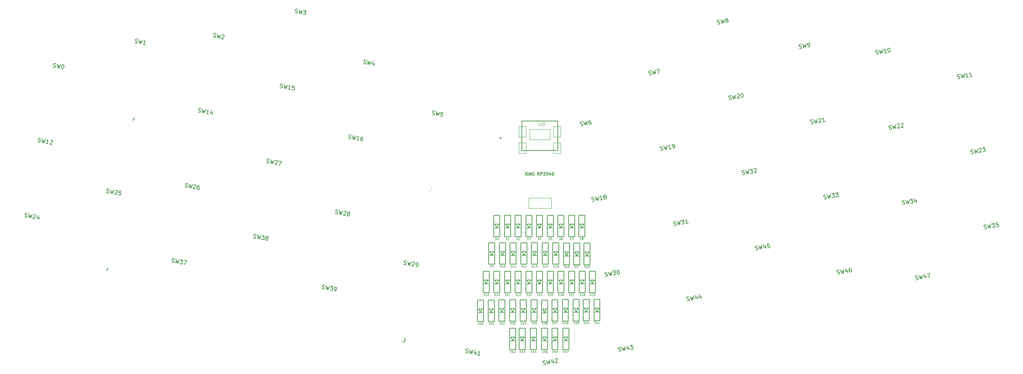
<source format=gbr>
%TF.GenerationSoftware,KiCad,Pcbnew,7.0.5*%
%TF.CreationDate,2023-10-19T00:16:17+09:00*%
%TF.ProjectId,keyboard_011 rev.2.0,6b657962-6f61-4726-945f-303131207265,Rev.2.0*%
%TF.SameCoordinates,Original*%
%TF.FileFunction,Legend,Top*%
%TF.FilePolarity,Positive*%
%FSLAX46Y46*%
G04 Gerber Fmt 4.6, Leading zero omitted, Abs format (unit mm)*
G04 Created by KiCad (PCBNEW 7.0.5) date 2023-10-19 00:16:17*
%MOMM*%
%LPD*%
G01*
G04 APERTURE LIST*
%ADD10C,0.150000*%
%ADD11C,0.125000*%
%ADD12C,0.101600*%
%ADD13C,0.066040*%
%ADD14C,0.127000*%
%ADD15C,0.254000*%
%ADD16C,3.000000*%
%ADD17R,1.000000X1.400000*%
%ADD18C,5.000000*%
%ADD19O,2.748280X1.998980*%
%ADD20O,1.016000X2.032000*%
%ADD21C,1.143000*%
G04 APERTURE END LIST*
D10*
%TO.C,SW42*%
X85020416Y-4372899D02*
X85169372Y-4394987D01*
X85169372Y-4394987D02*
X85403850Y-4353643D01*
X85403850Y-4353643D02*
X85489372Y-4290209D01*
X85489372Y-4290209D02*
X85527999Y-4235045D01*
X85527999Y-4235045D02*
X85558356Y-4132984D01*
X85558356Y-4132984D02*
X85541818Y-4039193D01*
X85541818Y-4039193D02*
X85478385Y-3953671D01*
X85478385Y-3953671D02*
X85423220Y-3915044D01*
X85423220Y-3915044D02*
X85321160Y-3884687D01*
X85321160Y-3884687D02*
X85125309Y-3870867D01*
X85125309Y-3870867D02*
X85023249Y-3840509D01*
X85023249Y-3840509D02*
X84968084Y-3801882D01*
X84968084Y-3801882D02*
X84904651Y-3716360D01*
X84904651Y-3716360D02*
X84888113Y-3622569D01*
X84888113Y-3622569D02*
X84918470Y-3520509D01*
X84918470Y-3520509D02*
X84957097Y-3465344D01*
X84957097Y-3465344D02*
X85042619Y-3401911D01*
X85042619Y-3401911D02*
X85277097Y-3360566D01*
X85277097Y-3360566D02*
X85426053Y-3382655D01*
X85746053Y-3277876D02*
X86154180Y-4221339D01*
X86154180Y-4221339D02*
X86217728Y-3484829D01*
X86217728Y-3484829D02*
X86529344Y-4155188D01*
X86529344Y-4155188D02*
X86590174Y-3129035D01*
X87445282Y-3316732D02*
X87561048Y-3973270D01*
X87144652Y-2982912D02*
X87034209Y-3727691D01*
X87034209Y-3727691D02*
X87643852Y-3620194D01*
X87872893Y-2999564D02*
X87911520Y-2944400D01*
X87911520Y-2944400D02*
X87997042Y-2880966D01*
X87997042Y-2880966D02*
X88231520Y-2839621D01*
X88231520Y-2839621D02*
X88333581Y-2869979D01*
X88333581Y-2869979D02*
X88388745Y-2908606D01*
X88388745Y-2908606D02*
X88452179Y-2994128D01*
X88452179Y-2994128D02*
X88468717Y-3087919D01*
X88468717Y-3087919D02*
X88446628Y-3236875D01*
X88446628Y-3236875D02*
X87983108Y-3898850D01*
X87983108Y-3898850D02*
X88592751Y-3791353D01*
%TO.C,SW41*%
X65548651Y-1355677D02*
X65681069Y-1427379D01*
X65681069Y-1427379D02*
X65915547Y-1468724D01*
X65915547Y-1468724D02*
X66017607Y-1438366D01*
X66017607Y-1438366D02*
X66072772Y-1399740D01*
X66072772Y-1399740D02*
X66136205Y-1314217D01*
X66136205Y-1314217D02*
X66152743Y-1220426D01*
X66152743Y-1220426D02*
X66122385Y-1118366D01*
X66122385Y-1118366D02*
X66083759Y-1063201D01*
X66083759Y-1063201D02*
X65998236Y-999768D01*
X65998236Y-999768D02*
X65818923Y-919796D01*
X65818923Y-919796D02*
X65733401Y-856363D01*
X65733401Y-856363D02*
X65694774Y-801198D01*
X65694774Y-801198D02*
X65664416Y-699138D01*
X65664416Y-699138D02*
X65680954Y-605347D01*
X65680954Y-605347D02*
X65744388Y-519825D01*
X65744388Y-519825D02*
X65799552Y-481198D01*
X65799552Y-481198D02*
X65901613Y-450840D01*
X65901613Y-450840D02*
X66136091Y-492185D01*
X66136091Y-492185D02*
X66268508Y-563888D01*
X66605047Y-574875D02*
X66665877Y-1601027D01*
X66665877Y-1601027D02*
X66977493Y-930669D01*
X66977493Y-930669D02*
X67041041Y-1667179D01*
X67041041Y-1667179D02*
X67449168Y-723716D01*
X68188510Y-1192558D02*
X68072745Y-1849096D01*
X68020184Y-776048D02*
X67661671Y-1438137D01*
X67661671Y-1438137D02*
X68271314Y-1545634D01*
X69104448Y-2031013D02*
X68541701Y-1931786D01*
X68823074Y-1981400D02*
X68996723Y-996592D01*
X68996723Y-996592D02*
X68878124Y-1120741D01*
X68878124Y-1120741D02*
X68767795Y-1197994D01*
X68767795Y-1197994D02*
X68665735Y-1228352D01*
%TO.C,SW47*%
X178006416Y16862601D02*
X178155372Y16840513D01*
X178155372Y16840513D02*
X178389850Y16881857D01*
X178389850Y16881857D02*
X178475372Y16945291D01*
X178475372Y16945291D02*
X178513999Y17000455D01*
X178513999Y17000455D02*
X178544356Y17102516D01*
X178544356Y17102516D02*
X178527818Y17196307D01*
X178527818Y17196307D02*
X178464385Y17281829D01*
X178464385Y17281829D02*
X178409220Y17320456D01*
X178409220Y17320456D02*
X178307160Y17350813D01*
X178307160Y17350813D02*
X178111309Y17364633D01*
X178111309Y17364633D02*
X178009249Y17394991D01*
X178009249Y17394991D02*
X177954084Y17433618D01*
X177954084Y17433618D02*
X177890651Y17519140D01*
X177890651Y17519140D02*
X177874113Y17612931D01*
X177874113Y17612931D02*
X177904470Y17714991D01*
X177904470Y17714991D02*
X177943097Y17770156D01*
X177943097Y17770156D02*
X178028619Y17833589D01*
X178028619Y17833589D02*
X178263097Y17874934D01*
X178263097Y17874934D02*
X178412053Y17852845D01*
X178732053Y17957624D02*
X179140180Y17014161D01*
X179140180Y17014161D02*
X179203728Y17750671D01*
X179203728Y17750671D02*
X179515344Y17080312D01*
X179515344Y17080312D02*
X179576174Y18106465D01*
X180431282Y17918768D02*
X180547048Y17262230D01*
X180130652Y18252588D02*
X180020209Y17507809D01*
X180020209Y17507809D02*
X180629852Y17615306D01*
X180795460Y18321458D02*
X181451998Y18437223D01*
X181451998Y18437223D02*
X181203586Y17377995D01*
%TO.C,SW46*%
X158416416Y18252601D02*
X158565372Y18230513D01*
X158565372Y18230513D02*
X158799850Y18271857D01*
X158799850Y18271857D02*
X158885372Y18335291D01*
X158885372Y18335291D02*
X158923999Y18390455D01*
X158923999Y18390455D02*
X158954356Y18492516D01*
X158954356Y18492516D02*
X158937818Y18586307D01*
X158937818Y18586307D02*
X158874385Y18671829D01*
X158874385Y18671829D02*
X158819220Y18710456D01*
X158819220Y18710456D02*
X158717160Y18740813D01*
X158717160Y18740813D02*
X158521309Y18754633D01*
X158521309Y18754633D02*
X158419249Y18784991D01*
X158419249Y18784991D02*
X158364084Y18823618D01*
X158364084Y18823618D02*
X158300651Y18909140D01*
X158300651Y18909140D02*
X158284113Y19002931D01*
X158284113Y19002931D02*
X158314470Y19104991D01*
X158314470Y19104991D02*
X158353097Y19160156D01*
X158353097Y19160156D02*
X158438619Y19223589D01*
X158438619Y19223589D02*
X158673097Y19264934D01*
X158673097Y19264934D02*
X158822053Y19242845D01*
X159142053Y19347624D02*
X159550180Y18404161D01*
X159550180Y18404161D02*
X159613728Y19140671D01*
X159613728Y19140671D02*
X159925344Y18470312D01*
X159925344Y18470312D02*
X159986174Y19496465D01*
X160841282Y19308768D02*
X160957048Y18652230D01*
X160540652Y19642588D02*
X160430209Y18897809D01*
X160430209Y18897809D02*
X161039852Y19005306D01*
X161721312Y19802417D02*
X161533729Y19769341D01*
X161533729Y19769341D02*
X161448207Y19705907D01*
X161448207Y19705907D02*
X161409580Y19650743D01*
X161409580Y19650743D02*
X161340596Y19493518D01*
X161340596Y19493518D02*
X161326776Y19297666D01*
X161326776Y19297666D02*
X161392928Y18922502D01*
X161392928Y18922502D02*
X161456361Y18836979D01*
X161456361Y18836979D02*
X161511526Y18798353D01*
X161511526Y18798353D02*
X161613586Y18767995D01*
X161613586Y18767995D02*
X161801169Y18801071D01*
X161801169Y18801071D02*
X161886691Y18864504D01*
X161886691Y18864504D02*
X161925317Y18919669D01*
X161925317Y18919669D02*
X161955675Y19021729D01*
X161955675Y19021729D02*
X161914330Y19256207D01*
X161914330Y19256207D02*
X161850897Y19341729D01*
X161850897Y19341729D02*
X161795732Y19380356D01*
X161795732Y19380356D02*
X161693672Y19410714D01*
X161693672Y19410714D02*
X161506090Y19377638D01*
X161506090Y19377638D02*
X161420567Y19314204D01*
X161420567Y19314204D02*
X161381941Y19259040D01*
X161381941Y19259040D02*
X161351583Y19156980D01*
%TO.C,SW45*%
X137996416Y24322601D02*
X138145372Y24300513D01*
X138145372Y24300513D02*
X138379850Y24341857D01*
X138379850Y24341857D02*
X138465372Y24405291D01*
X138465372Y24405291D02*
X138503999Y24460455D01*
X138503999Y24460455D02*
X138534356Y24562516D01*
X138534356Y24562516D02*
X138517818Y24656307D01*
X138517818Y24656307D02*
X138454385Y24741829D01*
X138454385Y24741829D02*
X138399220Y24780456D01*
X138399220Y24780456D02*
X138297160Y24810813D01*
X138297160Y24810813D02*
X138101309Y24824633D01*
X138101309Y24824633D02*
X137999249Y24854991D01*
X137999249Y24854991D02*
X137944084Y24893618D01*
X137944084Y24893618D02*
X137880651Y24979140D01*
X137880651Y24979140D02*
X137864113Y25072931D01*
X137864113Y25072931D02*
X137894470Y25174991D01*
X137894470Y25174991D02*
X137933097Y25230156D01*
X137933097Y25230156D02*
X138018619Y25293589D01*
X138018619Y25293589D02*
X138253097Y25334934D01*
X138253097Y25334934D02*
X138402053Y25312845D01*
X138722053Y25417624D02*
X139130180Y24474161D01*
X139130180Y24474161D02*
X139193728Y25210671D01*
X139193728Y25210671D02*
X139505344Y24540312D01*
X139505344Y24540312D02*
X139566174Y25566465D01*
X140421282Y25378768D02*
X140537048Y24722230D01*
X140120652Y25712588D02*
X140010209Y24967809D01*
X140010209Y24967809D02*
X140619852Y25075306D01*
X141348207Y25880685D02*
X140879251Y25797996D01*
X140879251Y25797996D02*
X140915045Y25320771D01*
X140915045Y25320771D02*
X140953672Y25375935D01*
X140953672Y25375935D02*
X141039194Y25439369D01*
X141039194Y25439369D02*
X141273672Y25480714D01*
X141273672Y25480714D02*
X141375732Y25450356D01*
X141375732Y25450356D02*
X141430897Y25411729D01*
X141430897Y25411729D02*
X141494330Y25326207D01*
X141494330Y25326207D02*
X141535675Y25091729D01*
X141535675Y25091729D02*
X141505317Y24989669D01*
X141505317Y24989669D02*
X141466691Y24934504D01*
X141466691Y24934504D02*
X141381169Y24871071D01*
X141381169Y24871071D02*
X141146691Y24829726D01*
X141146691Y24829726D02*
X141044630Y24860084D01*
X141044630Y24860084D02*
X140989466Y24898710D01*
%TO.C,SW44*%
X120896416Y11632601D02*
X121045372Y11610513D01*
X121045372Y11610513D02*
X121279850Y11651857D01*
X121279850Y11651857D02*
X121365372Y11715291D01*
X121365372Y11715291D02*
X121403999Y11770455D01*
X121403999Y11770455D02*
X121434356Y11872516D01*
X121434356Y11872516D02*
X121417818Y11966307D01*
X121417818Y11966307D02*
X121354385Y12051829D01*
X121354385Y12051829D02*
X121299220Y12090456D01*
X121299220Y12090456D02*
X121197160Y12120813D01*
X121197160Y12120813D02*
X121001309Y12134633D01*
X121001309Y12134633D02*
X120899249Y12164991D01*
X120899249Y12164991D02*
X120844084Y12203618D01*
X120844084Y12203618D02*
X120780651Y12289140D01*
X120780651Y12289140D02*
X120764113Y12382931D01*
X120764113Y12382931D02*
X120794470Y12484991D01*
X120794470Y12484991D02*
X120833097Y12540156D01*
X120833097Y12540156D02*
X120918619Y12603589D01*
X120918619Y12603589D02*
X121153097Y12644934D01*
X121153097Y12644934D02*
X121302053Y12622845D01*
X121622053Y12727624D02*
X122030180Y11784161D01*
X122030180Y11784161D02*
X122093728Y12520671D01*
X122093728Y12520671D02*
X122405344Y11850312D01*
X122405344Y11850312D02*
X122466174Y12876465D01*
X123321282Y12688768D02*
X123437048Y12032230D01*
X123020652Y13022588D02*
X122910209Y12277809D01*
X122910209Y12277809D02*
X123519852Y12385306D01*
X124259194Y12854147D02*
X124374960Y12197609D01*
X123958565Y13187967D02*
X123848121Y12443188D01*
X123848121Y12443188D02*
X124457764Y12550685D01*
%TO.C,SW43*%
X103815416Y-1025099D02*
X103964372Y-1047187D01*
X103964372Y-1047187D02*
X104198850Y-1005843D01*
X104198850Y-1005843D02*
X104284372Y-942409D01*
X104284372Y-942409D02*
X104322999Y-887245D01*
X104322999Y-887245D02*
X104353356Y-785184D01*
X104353356Y-785184D02*
X104336818Y-691393D01*
X104336818Y-691393D02*
X104273385Y-605871D01*
X104273385Y-605871D02*
X104218220Y-567244D01*
X104218220Y-567244D02*
X104116160Y-536887D01*
X104116160Y-536887D02*
X103920309Y-523067D01*
X103920309Y-523067D02*
X103818249Y-492709D01*
X103818249Y-492709D02*
X103763084Y-454082D01*
X103763084Y-454082D02*
X103699651Y-368560D01*
X103699651Y-368560D02*
X103683113Y-274769D01*
X103683113Y-274769D02*
X103713470Y-172709D01*
X103713470Y-172709D02*
X103752097Y-117544D01*
X103752097Y-117544D02*
X103837619Y-54111D01*
X103837619Y-54111D02*
X104072097Y-12766D01*
X104072097Y-12766D02*
X104221053Y-34855D01*
X104541053Y69924D02*
X104949180Y-873539D01*
X104949180Y-873539D02*
X105012728Y-137029D01*
X105012728Y-137029D02*
X105324344Y-807388D01*
X105324344Y-807388D02*
X105385174Y218765D01*
X106240282Y31068D02*
X106356048Y-625470D01*
X105939652Y364888D02*
X105829209Y-379891D01*
X105829209Y-379891D02*
X106438852Y-272394D01*
X106604460Y433758D02*
X107214103Y541254D01*
X107214103Y541254D02*
X106951985Y108207D01*
X106951985Y108207D02*
X107092672Y133014D01*
X107092672Y133014D02*
X107194732Y102656D01*
X107194732Y102656D02*
X107249897Y64029D01*
X107249897Y64029D02*
X107313330Y-21493D01*
X107313330Y-21493D02*
X107354675Y-255971D01*
X107354675Y-255971D02*
X107324317Y-358031D01*
X107324317Y-358031D02*
X107285691Y-413196D01*
X107285691Y-413196D02*
X107200169Y-476629D01*
X107200169Y-476629D02*
X106918795Y-526243D01*
X106918795Y-526243D02*
X106816735Y-495885D01*
X106816735Y-495885D02*
X106761570Y-457259D01*
%TO.C,SW40*%
X46787951Y1938823D02*
X46920369Y1867121D01*
X46920369Y1867121D02*
X47154847Y1825776D01*
X47154847Y1825776D02*
X47256907Y1856134D01*
X47256907Y1856134D02*
X47312072Y1894760D01*
X47312072Y1894760D02*
X47375505Y1980283D01*
X47375505Y1980283D02*
X47392043Y2074074D01*
X47392043Y2074074D02*
X47361685Y2176134D01*
X47361685Y2176134D02*
X47323059Y2231299D01*
X47323059Y2231299D02*
X47237536Y2294732D01*
X47237536Y2294732D02*
X47058223Y2374704D01*
X47058223Y2374704D02*
X46972701Y2438137D01*
X46972701Y2438137D02*
X46934074Y2493302D01*
X46934074Y2493302D02*
X46903716Y2595362D01*
X46903716Y2595362D02*
X46920254Y2689153D01*
X46920254Y2689153D02*
X46983688Y2774675D01*
X46983688Y2774675D02*
X47038852Y2813302D01*
X47038852Y2813302D02*
X47140913Y2843660D01*
X47140913Y2843660D02*
X47375391Y2802315D01*
X47375391Y2802315D02*
X47507808Y2730612D01*
X47844347Y2719625D02*
X47905177Y1693473D01*
X47905177Y1693473D02*
X48216793Y2363831D01*
X48216793Y2363831D02*
X48280341Y1627321D01*
X48280341Y1627321D02*
X48688468Y2570784D01*
X49427810Y2101942D02*
X49312045Y1445404D01*
X49259484Y2518452D02*
X48900971Y1856363D01*
X48900971Y1856363D02*
X49510614Y1748866D01*
X50189127Y2306177D02*
X50282918Y2289639D01*
X50282918Y2289639D02*
X50368440Y2226206D01*
X50368440Y2226206D02*
X50407067Y2171041D01*
X50407067Y2171041D02*
X50437425Y2068981D01*
X50437425Y2068981D02*
X50451245Y1873130D01*
X50451245Y1873130D02*
X50409900Y1638652D01*
X50409900Y1638652D02*
X50329928Y1459338D01*
X50329928Y1459338D02*
X50266495Y1373816D01*
X50266495Y1373816D02*
X50211330Y1335189D01*
X50211330Y1335189D02*
X50109270Y1304831D01*
X50109270Y1304831D02*
X50015479Y1321369D01*
X50015479Y1321369D02*
X49929957Y1384803D01*
X49929957Y1384803D02*
X49891330Y1439967D01*
X49891330Y1439967D02*
X49860972Y1542028D01*
X49860972Y1542028D02*
X49847152Y1737879D01*
X49847152Y1737879D02*
X49888497Y1972357D01*
X49888497Y1972357D02*
X49968469Y2151671D01*
X49968469Y2151671D02*
X50031902Y2237193D01*
X50031902Y2237193D02*
X50087067Y2275819D01*
X50087067Y2275819D02*
X50189127Y2306177D01*
%TO.C,SW39*%
X29688251Y14634823D02*
X29820669Y14563121D01*
X29820669Y14563121D02*
X30055147Y14521776D01*
X30055147Y14521776D02*
X30157207Y14552134D01*
X30157207Y14552134D02*
X30212372Y14590760D01*
X30212372Y14590760D02*
X30275805Y14676283D01*
X30275805Y14676283D02*
X30292343Y14770074D01*
X30292343Y14770074D02*
X30261985Y14872134D01*
X30261985Y14872134D02*
X30223359Y14927299D01*
X30223359Y14927299D02*
X30137836Y14990732D01*
X30137836Y14990732D02*
X29958523Y15070704D01*
X29958523Y15070704D02*
X29873001Y15134137D01*
X29873001Y15134137D02*
X29834374Y15189302D01*
X29834374Y15189302D02*
X29804016Y15291362D01*
X29804016Y15291362D02*
X29820554Y15385153D01*
X29820554Y15385153D02*
X29883988Y15470675D01*
X29883988Y15470675D02*
X29939152Y15509302D01*
X29939152Y15509302D02*
X30041213Y15539660D01*
X30041213Y15539660D02*
X30275691Y15498315D01*
X30275691Y15498315D02*
X30408108Y15426612D01*
X30744647Y15415625D02*
X30805477Y14389473D01*
X30805477Y14389473D02*
X31117093Y15059831D01*
X31117093Y15059831D02*
X31180641Y14323321D01*
X31180641Y14323321D02*
X31588768Y15266784D01*
X31870141Y15217170D02*
X32479784Y15109674D01*
X32479784Y15109674D02*
X32085363Y14792392D01*
X32085363Y14792392D02*
X32226050Y14767585D01*
X32226050Y14767585D02*
X32311572Y14704151D01*
X32311572Y14704151D02*
X32350199Y14648987D01*
X32350199Y14648987D02*
X32380556Y14546926D01*
X32380556Y14546926D02*
X32339212Y14312448D01*
X32339212Y14312448D02*
X32275778Y14226926D01*
X32275778Y14226926D02*
X32220614Y14188299D01*
X32220614Y14188299D02*
X32118553Y14157942D01*
X32118553Y14157942D02*
X31837180Y14207556D01*
X31837180Y14207556D02*
X31751658Y14270989D01*
X31751658Y14270989D02*
X31713031Y14326154D01*
X32775092Y14042176D02*
X32962674Y14009100D01*
X32962674Y14009100D02*
X33064735Y14039458D01*
X33064735Y14039458D02*
X33119899Y14078085D01*
X33119899Y14078085D02*
X33238497Y14202234D01*
X33238497Y14202234D02*
X33318469Y14381547D01*
X33318469Y14381547D02*
X33384620Y14756712D01*
X33384620Y14756712D02*
X33354263Y14858772D01*
X33354263Y14858772D02*
X33315636Y14913937D01*
X33315636Y14913937D02*
X33230114Y14977370D01*
X33230114Y14977370D02*
X33042531Y15010446D01*
X33042531Y15010446D02*
X32940471Y14980088D01*
X32940471Y14980088D02*
X32885307Y14941462D01*
X32885307Y14941462D02*
X32821873Y14855940D01*
X32821873Y14855940D02*
X32780528Y14621461D01*
X32780528Y14621461D02*
X32810886Y14519401D01*
X32810886Y14519401D02*
X32849513Y14464237D01*
X32849513Y14464237D02*
X32935035Y14400803D01*
X32935035Y14400803D02*
X33122617Y14367727D01*
X33122617Y14367727D02*
X33224677Y14398085D01*
X33224677Y14398085D02*
X33279842Y14436712D01*
X33279842Y14436712D02*
X33343276Y14522234D01*
%TO.C,SW38*%
X12581851Y27321723D02*
X12714269Y27250021D01*
X12714269Y27250021D02*
X12948747Y27208676D01*
X12948747Y27208676D02*
X13050807Y27239034D01*
X13050807Y27239034D02*
X13105972Y27277660D01*
X13105972Y27277660D02*
X13169405Y27363183D01*
X13169405Y27363183D02*
X13185943Y27456974D01*
X13185943Y27456974D02*
X13155585Y27559034D01*
X13155585Y27559034D02*
X13116959Y27614199D01*
X13116959Y27614199D02*
X13031436Y27677632D01*
X13031436Y27677632D02*
X12852123Y27757604D01*
X12852123Y27757604D02*
X12766601Y27821037D01*
X12766601Y27821037D02*
X12727974Y27876202D01*
X12727974Y27876202D02*
X12697616Y27978262D01*
X12697616Y27978262D02*
X12714154Y28072053D01*
X12714154Y28072053D02*
X12777588Y28157575D01*
X12777588Y28157575D02*
X12832752Y28196202D01*
X12832752Y28196202D02*
X12934813Y28226560D01*
X12934813Y28226560D02*
X13169291Y28185215D01*
X13169291Y28185215D02*
X13301708Y28113512D01*
X13638247Y28102525D02*
X13699077Y27076373D01*
X13699077Y27076373D02*
X14010693Y27746731D01*
X14010693Y27746731D02*
X14074241Y27010221D01*
X14074241Y27010221D02*
X14482368Y27953684D01*
X14763741Y27904070D02*
X15373384Y27796574D01*
X15373384Y27796574D02*
X14978963Y27479292D01*
X14978963Y27479292D02*
X15119650Y27454485D01*
X15119650Y27454485D02*
X15205172Y27391051D01*
X15205172Y27391051D02*
X15243799Y27335887D01*
X15243799Y27335887D02*
X15274156Y27233826D01*
X15274156Y27233826D02*
X15232812Y26999348D01*
X15232812Y26999348D02*
X15169378Y26913826D01*
X15169378Y26913826D02*
X15114214Y26875199D01*
X15114214Y26875199D02*
X15012153Y26844842D01*
X15012153Y26844842D02*
X14730780Y26894456D01*
X14730780Y26894456D02*
X14645258Y26957889D01*
X14645258Y26957889D02*
X14606631Y27013054D01*
X15861711Y27275286D02*
X15776188Y27338719D01*
X15776188Y27338719D02*
X15737562Y27393884D01*
X15737562Y27393884D02*
X15707204Y27495944D01*
X15707204Y27495944D02*
X15715473Y27542840D01*
X15715473Y27542840D02*
X15778907Y27628362D01*
X15778907Y27628362D02*
X15834071Y27666988D01*
X15834071Y27666988D02*
X15936131Y27697346D01*
X15936131Y27697346D02*
X16123714Y27664270D01*
X16123714Y27664270D02*
X16209236Y27600837D01*
X16209236Y27600837D02*
X16247863Y27545672D01*
X16247863Y27545672D02*
X16278220Y27443612D01*
X16278220Y27443612D02*
X16269951Y27396716D01*
X16269951Y27396716D02*
X16206518Y27311194D01*
X16206518Y27311194D02*
X16151353Y27272567D01*
X16151353Y27272567D02*
X16049293Y27242210D01*
X16049293Y27242210D02*
X15861711Y27275286D01*
X15861711Y27275286D02*
X15759651Y27244928D01*
X15759651Y27244928D02*
X15704486Y27206301D01*
X15704486Y27206301D02*
X15641052Y27120779D01*
X15641052Y27120779D02*
X15607977Y26933197D01*
X15607977Y26933197D02*
X15638334Y26831136D01*
X15638334Y26831136D02*
X15676961Y26775972D01*
X15676961Y26775972D02*
X15762483Y26712538D01*
X15762483Y26712538D02*
X15950066Y26679463D01*
X15950066Y26679463D02*
X16052126Y26709820D01*
X16052126Y26709820D02*
X16107290Y26748447D01*
X16107290Y26748447D02*
X16170724Y26833969D01*
X16170724Y26833969D02*
X16203800Y27021552D01*
X16203800Y27021552D02*
X16173442Y27123612D01*
X16173442Y27123612D02*
X16134815Y27178776D01*
X16134815Y27178776D02*
X16049293Y27242210D01*
%TO.C,SW37*%
X-7831749Y21244823D02*
X-7699331Y21173121D01*
X-7699331Y21173121D02*
X-7464853Y21131776D01*
X-7464853Y21131776D02*
X-7362793Y21162134D01*
X-7362793Y21162134D02*
X-7307628Y21200760D01*
X-7307628Y21200760D02*
X-7244195Y21286283D01*
X-7244195Y21286283D02*
X-7227657Y21380074D01*
X-7227657Y21380074D02*
X-7258015Y21482134D01*
X-7258015Y21482134D02*
X-7296641Y21537299D01*
X-7296641Y21537299D02*
X-7382164Y21600732D01*
X-7382164Y21600732D02*
X-7561477Y21680704D01*
X-7561477Y21680704D02*
X-7646999Y21744137D01*
X-7646999Y21744137D02*
X-7685626Y21799302D01*
X-7685626Y21799302D02*
X-7715984Y21901362D01*
X-7715984Y21901362D02*
X-7699446Y21995153D01*
X-7699446Y21995153D02*
X-7636012Y22080675D01*
X-7636012Y22080675D02*
X-7580848Y22119302D01*
X-7580848Y22119302D02*
X-7478787Y22149660D01*
X-7478787Y22149660D02*
X-7244309Y22108315D01*
X-7244309Y22108315D02*
X-7111892Y22036612D01*
X-6775353Y22025625D02*
X-6714523Y20999473D01*
X-6714523Y20999473D02*
X-6402907Y21669831D01*
X-6402907Y21669831D02*
X-6339359Y20933321D01*
X-6339359Y20933321D02*
X-5931232Y21876784D01*
X-5649859Y21827170D02*
X-5040216Y21719674D01*
X-5040216Y21719674D02*
X-5434637Y21402392D01*
X-5434637Y21402392D02*
X-5293950Y21377585D01*
X-5293950Y21377585D02*
X-5208428Y21314151D01*
X-5208428Y21314151D02*
X-5169801Y21258987D01*
X-5169801Y21258987D02*
X-5139444Y21156926D01*
X-5139444Y21156926D02*
X-5180788Y20922448D01*
X-5180788Y20922448D02*
X-5244222Y20836926D01*
X-5244222Y20836926D02*
X-5299386Y20798299D01*
X-5299386Y20798299D02*
X-5401447Y20767942D01*
X-5401447Y20767942D02*
X-5682820Y20817556D01*
X-5682820Y20817556D02*
X-5768342Y20880989D01*
X-5768342Y20880989D02*
X-5806969Y20936154D01*
X-4711947Y21661791D02*
X-4055408Y21546025D01*
X-4055408Y21546025D02*
X-4651117Y20635638D01*
%TO.C,SW36*%
X-27421749Y19874823D02*
X-27289331Y19803121D01*
X-27289331Y19803121D02*
X-27054853Y19761776D01*
X-27054853Y19761776D02*
X-26952793Y19792134D01*
X-26952793Y19792134D02*
X-26897628Y19830760D01*
X-26897628Y19830760D02*
X-26834195Y19916283D01*
X-26834195Y19916283D02*
X-26817657Y20010074D01*
X-26817657Y20010074D02*
X-26848015Y20112134D01*
X-26848015Y20112134D02*
X-26886641Y20167299D01*
X-26886641Y20167299D02*
X-26972164Y20230732D01*
X-26972164Y20230732D02*
X-27151477Y20310704D01*
X-27151477Y20310704D02*
X-27236999Y20374137D01*
X-27236999Y20374137D02*
X-27275626Y20429302D01*
X-27275626Y20429302D02*
X-27305984Y20531362D01*
X-27305984Y20531362D02*
X-27289446Y20625153D01*
X-27289446Y20625153D02*
X-27226012Y20710675D01*
X-27226012Y20710675D02*
X-27170848Y20749302D01*
X-27170848Y20749302D02*
X-27068787Y20779660D01*
X-27068787Y20779660D02*
X-26834309Y20738315D01*
X-26834309Y20738315D02*
X-26701892Y20666612D01*
X-26365353Y20655625D02*
X-26304523Y19629473D01*
X-26304523Y19629473D02*
X-25992907Y20299831D01*
X-25992907Y20299831D02*
X-25929359Y19563321D01*
X-25929359Y19563321D02*
X-25521232Y20506784D01*
X-25239859Y20457170D02*
X-24630216Y20349674D01*
X-24630216Y20349674D02*
X-25024637Y20032392D01*
X-25024637Y20032392D02*
X-24883950Y20007585D01*
X-24883950Y20007585D02*
X-24798428Y19944151D01*
X-24798428Y19944151D02*
X-24759801Y19888987D01*
X-24759801Y19888987D02*
X-24729444Y19786926D01*
X-24729444Y19786926D02*
X-24770788Y19552448D01*
X-24770788Y19552448D02*
X-24834222Y19466926D01*
X-24834222Y19466926D02*
X-24889386Y19428299D01*
X-24889386Y19428299D02*
X-24991447Y19397942D01*
X-24991447Y19397942D02*
X-25272820Y19447556D01*
X-25272820Y19447556D02*
X-25358342Y19510989D01*
X-25358342Y19510989D02*
X-25396969Y19566154D01*
X-23786095Y20200832D02*
X-23973677Y20233908D01*
X-23973677Y20233908D02*
X-24075738Y20203551D01*
X-24075738Y20203551D02*
X-24130902Y20164924D01*
X-24130902Y20164924D02*
X-24249500Y20040775D01*
X-24249500Y20040775D02*
X-24329472Y19861461D01*
X-24329472Y19861461D02*
X-24395623Y19486297D01*
X-24395623Y19486297D02*
X-24365266Y19384236D01*
X-24365266Y19384236D02*
X-24326639Y19329072D01*
X-24326639Y19329072D02*
X-24241117Y19265638D01*
X-24241117Y19265638D02*
X-24053534Y19232563D01*
X-24053534Y19232563D02*
X-23951474Y19262920D01*
X-23951474Y19262920D02*
X-23896310Y19301547D01*
X-23896310Y19301547D02*
X-23832876Y19387069D01*
X-23832876Y19387069D02*
X-23791531Y19621547D01*
X-23791531Y19621547D02*
X-23821889Y19723607D01*
X-23821889Y19723607D02*
X-23860516Y19778772D01*
X-23860516Y19778772D02*
X-23946038Y19842205D01*
X-23946038Y19842205D02*
X-24133620Y19875281D01*
X-24133620Y19875281D02*
X-24235681Y19844924D01*
X-24235681Y19844924D02*
X-24290845Y19806297D01*
X-24290845Y19806297D02*
X-24354279Y19720775D01*
%TO.C,SW35*%
X195106416Y29552601D02*
X195255372Y29530513D01*
X195255372Y29530513D02*
X195489850Y29571857D01*
X195489850Y29571857D02*
X195575372Y29635291D01*
X195575372Y29635291D02*
X195613999Y29690455D01*
X195613999Y29690455D02*
X195644356Y29792516D01*
X195644356Y29792516D02*
X195627818Y29886307D01*
X195627818Y29886307D02*
X195564385Y29971829D01*
X195564385Y29971829D02*
X195509220Y30010456D01*
X195509220Y30010456D02*
X195407160Y30040813D01*
X195407160Y30040813D02*
X195211309Y30054633D01*
X195211309Y30054633D02*
X195109249Y30084991D01*
X195109249Y30084991D02*
X195054084Y30123618D01*
X195054084Y30123618D02*
X194990651Y30209140D01*
X194990651Y30209140D02*
X194974113Y30302931D01*
X194974113Y30302931D02*
X195004470Y30404991D01*
X195004470Y30404991D02*
X195043097Y30460156D01*
X195043097Y30460156D02*
X195128619Y30523589D01*
X195128619Y30523589D02*
X195363097Y30564934D01*
X195363097Y30564934D02*
X195512053Y30542845D01*
X195832053Y30647624D02*
X196240180Y29704161D01*
X196240180Y29704161D02*
X196303728Y30440671D01*
X196303728Y30440671D02*
X196615344Y29770312D01*
X196615344Y29770312D02*
X196676174Y30796465D01*
X196957548Y30846079D02*
X197567191Y30953575D01*
X197567191Y30953575D02*
X197305073Y30520528D01*
X197305073Y30520528D02*
X197445760Y30545335D01*
X197445760Y30545335D02*
X197547820Y30514977D01*
X197547820Y30514977D02*
X197602985Y30476350D01*
X197602985Y30476350D02*
X197666418Y30390828D01*
X197666418Y30390828D02*
X197707763Y30156350D01*
X197707763Y30156350D02*
X197677405Y30054290D01*
X197677405Y30054290D02*
X197638779Y29999125D01*
X197638779Y29999125D02*
X197553256Y29935692D01*
X197553256Y29935692D02*
X197271883Y29886078D01*
X197271883Y29886078D02*
X197169823Y29916436D01*
X197169823Y29916436D02*
X197114658Y29955062D01*
X198458207Y31110685D02*
X197989251Y31027996D01*
X197989251Y31027996D02*
X198025045Y30550771D01*
X198025045Y30550771D02*
X198063672Y30605935D01*
X198063672Y30605935D02*
X198149194Y30669369D01*
X198149194Y30669369D02*
X198383672Y30710714D01*
X198383672Y30710714D02*
X198485732Y30680356D01*
X198485732Y30680356D02*
X198540897Y30641729D01*
X198540897Y30641729D02*
X198604330Y30556207D01*
X198604330Y30556207D02*
X198645675Y30321729D01*
X198645675Y30321729D02*
X198615317Y30219669D01*
X198615317Y30219669D02*
X198576691Y30164504D01*
X198576691Y30164504D02*
X198491169Y30101071D01*
X198491169Y30101071D02*
X198256691Y30059726D01*
X198256691Y30059726D02*
X198154630Y30090084D01*
X198154630Y30090084D02*
X198099466Y30128710D01*
%TO.C,SW34*%
X174692816Y35619401D02*
X174841772Y35597313D01*
X174841772Y35597313D02*
X175076250Y35638657D01*
X175076250Y35638657D02*
X175161772Y35702091D01*
X175161772Y35702091D02*
X175200399Y35757255D01*
X175200399Y35757255D02*
X175230756Y35859316D01*
X175230756Y35859316D02*
X175214218Y35953107D01*
X175214218Y35953107D02*
X175150785Y36038629D01*
X175150785Y36038629D02*
X175095620Y36077256D01*
X175095620Y36077256D02*
X174993560Y36107613D01*
X174993560Y36107613D02*
X174797709Y36121433D01*
X174797709Y36121433D02*
X174695649Y36151791D01*
X174695649Y36151791D02*
X174640484Y36190418D01*
X174640484Y36190418D02*
X174577051Y36275940D01*
X174577051Y36275940D02*
X174560513Y36369731D01*
X174560513Y36369731D02*
X174590870Y36471791D01*
X174590870Y36471791D02*
X174629497Y36526956D01*
X174629497Y36526956D02*
X174715019Y36590389D01*
X174715019Y36590389D02*
X174949497Y36631734D01*
X174949497Y36631734D02*
X175098453Y36609645D01*
X175418453Y36714424D02*
X175826580Y35770961D01*
X175826580Y35770961D02*
X175890128Y36507471D01*
X175890128Y36507471D02*
X176201744Y35837112D01*
X176201744Y35837112D02*
X176262574Y36863265D01*
X176543948Y36912879D02*
X177153591Y37020375D01*
X177153591Y37020375D02*
X176891473Y36587328D01*
X176891473Y36587328D02*
X177032160Y36612135D01*
X177032160Y36612135D02*
X177134220Y36581777D01*
X177134220Y36581777D02*
X177189385Y36543150D01*
X177189385Y36543150D02*
X177252818Y36457628D01*
X177252818Y36457628D02*
X177294163Y36223150D01*
X177294163Y36223150D02*
X177263805Y36121090D01*
X177263805Y36121090D02*
X177225179Y36065925D01*
X177225179Y36065925D02*
X177139656Y36002492D01*
X177139656Y36002492D02*
X176858283Y35952878D01*
X176858283Y35952878D02*
X176756223Y35983236D01*
X176756223Y35983236D02*
X176701058Y36021862D01*
X178055594Y36840947D02*
X178171360Y36184409D01*
X177754965Y37174767D02*
X177644521Y36429988D01*
X177644521Y36429988D02*
X178254164Y36537485D01*
%TO.C,SW33*%
X155106416Y37012601D02*
X155255372Y36990513D01*
X155255372Y36990513D02*
X155489850Y37031857D01*
X155489850Y37031857D02*
X155575372Y37095291D01*
X155575372Y37095291D02*
X155613999Y37150455D01*
X155613999Y37150455D02*
X155644356Y37252516D01*
X155644356Y37252516D02*
X155627818Y37346307D01*
X155627818Y37346307D02*
X155564385Y37431829D01*
X155564385Y37431829D02*
X155509220Y37470456D01*
X155509220Y37470456D02*
X155407160Y37500813D01*
X155407160Y37500813D02*
X155211309Y37514633D01*
X155211309Y37514633D02*
X155109249Y37544991D01*
X155109249Y37544991D02*
X155054084Y37583618D01*
X155054084Y37583618D02*
X154990651Y37669140D01*
X154990651Y37669140D02*
X154974113Y37762931D01*
X154974113Y37762931D02*
X155004470Y37864991D01*
X155004470Y37864991D02*
X155043097Y37920156D01*
X155043097Y37920156D02*
X155128619Y37983589D01*
X155128619Y37983589D02*
X155363097Y38024934D01*
X155363097Y38024934D02*
X155512053Y38002845D01*
X155832053Y38107624D02*
X156240180Y37164161D01*
X156240180Y37164161D02*
X156303728Y37900671D01*
X156303728Y37900671D02*
X156615344Y37230312D01*
X156615344Y37230312D02*
X156676174Y38256465D01*
X156957548Y38306079D02*
X157567191Y38413575D01*
X157567191Y38413575D02*
X157305073Y37980528D01*
X157305073Y37980528D02*
X157445760Y38005335D01*
X157445760Y38005335D02*
X157547820Y37974977D01*
X157547820Y37974977D02*
X157602985Y37936350D01*
X157602985Y37936350D02*
X157666418Y37850828D01*
X157666418Y37850828D02*
X157707763Y37616350D01*
X157707763Y37616350D02*
X157677405Y37514290D01*
X157677405Y37514290D02*
X157638779Y37459125D01*
X157638779Y37459125D02*
X157553256Y37395692D01*
X157553256Y37395692D02*
X157271883Y37346078D01*
X157271883Y37346078D02*
X157169823Y37376436D01*
X157169823Y37376436D02*
X157114658Y37415062D01*
X157895460Y38471458D02*
X158505103Y38578954D01*
X158505103Y38578954D02*
X158242985Y38145907D01*
X158242985Y38145907D02*
X158383672Y38170714D01*
X158383672Y38170714D02*
X158485732Y38140356D01*
X158485732Y38140356D02*
X158540897Y38101729D01*
X158540897Y38101729D02*
X158604330Y38016207D01*
X158604330Y38016207D02*
X158645675Y37781729D01*
X158645675Y37781729D02*
X158615317Y37679669D01*
X158615317Y37679669D02*
X158576691Y37624504D01*
X158576691Y37624504D02*
X158491169Y37561071D01*
X158491169Y37561071D02*
X158209795Y37511457D01*
X158209795Y37511457D02*
X158107735Y37541815D01*
X158107735Y37541815D02*
X158052570Y37580441D01*
%TO.C,SW32*%
X134696416Y43082601D02*
X134845372Y43060513D01*
X134845372Y43060513D02*
X135079850Y43101857D01*
X135079850Y43101857D02*
X135165372Y43165291D01*
X135165372Y43165291D02*
X135203999Y43220455D01*
X135203999Y43220455D02*
X135234356Y43322516D01*
X135234356Y43322516D02*
X135217818Y43416307D01*
X135217818Y43416307D02*
X135154385Y43501829D01*
X135154385Y43501829D02*
X135099220Y43540456D01*
X135099220Y43540456D02*
X134997160Y43570813D01*
X134997160Y43570813D02*
X134801309Y43584633D01*
X134801309Y43584633D02*
X134699249Y43614991D01*
X134699249Y43614991D02*
X134644084Y43653618D01*
X134644084Y43653618D02*
X134580651Y43739140D01*
X134580651Y43739140D02*
X134564113Y43832931D01*
X134564113Y43832931D02*
X134594470Y43934991D01*
X134594470Y43934991D02*
X134633097Y43990156D01*
X134633097Y43990156D02*
X134718619Y44053589D01*
X134718619Y44053589D02*
X134953097Y44094934D01*
X134953097Y44094934D02*
X135102053Y44072845D01*
X135422053Y44177624D02*
X135830180Y43234161D01*
X135830180Y43234161D02*
X135893728Y43970671D01*
X135893728Y43970671D02*
X136205344Y43300312D01*
X136205344Y43300312D02*
X136266174Y44326465D01*
X136547548Y44376079D02*
X137157191Y44483575D01*
X137157191Y44483575D02*
X136895073Y44050528D01*
X136895073Y44050528D02*
X137035760Y44075335D01*
X137035760Y44075335D02*
X137137820Y44044977D01*
X137137820Y44044977D02*
X137192985Y44006350D01*
X137192985Y44006350D02*
X137256418Y43920828D01*
X137256418Y43920828D02*
X137297763Y43686350D01*
X137297763Y43686350D02*
X137267405Y43584290D01*
X137267405Y43584290D02*
X137228779Y43529125D01*
X137228779Y43529125D02*
X137143256Y43465692D01*
X137143256Y43465692D02*
X136861883Y43416078D01*
X136861883Y43416078D02*
X136759823Y43446436D01*
X136759823Y43446436D02*
X136704658Y43485062D01*
X137548893Y44455936D02*
X137587520Y44511100D01*
X137587520Y44511100D02*
X137673042Y44574534D01*
X137673042Y44574534D02*
X137907520Y44615879D01*
X137907520Y44615879D02*
X138009581Y44585521D01*
X138009581Y44585521D02*
X138064745Y44546894D01*
X138064745Y44546894D02*
X138128179Y44461372D01*
X138128179Y44461372D02*
X138144717Y44367581D01*
X138144717Y44367581D02*
X138122628Y44218625D01*
X138122628Y44218625D02*
X137659108Y43556650D01*
X137659108Y43556650D02*
X138268751Y43664147D01*
%TO.C,SW31*%
X117586416Y30392601D02*
X117735372Y30370513D01*
X117735372Y30370513D02*
X117969850Y30411857D01*
X117969850Y30411857D02*
X118055372Y30475291D01*
X118055372Y30475291D02*
X118093999Y30530455D01*
X118093999Y30530455D02*
X118124356Y30632516D01*
X118124356Y30632516D02*
X118107818Y30726307D01*
X118107818Y30726307D02*
X118044385Y30811829D01*
X118044385Y30811829D02*
X117989220Y30850456D01*
X117989220Y30850456D02*
X117887160Y30880813D01*
X117887160Y30880813D02*
X117691309Y30894633D01*
X117691309Y30894633D02*
X117589249Y30924991D01*
X117589249Y30924991D02*
X117534084Y30963618D01*
X117534084Y30963618D02*
X117470651Y31049140D01*
X117470651Y31049140D02*
X117454113Y31142931D01*
X117454113Y31142931D02*
X117484470Y31244991D01*
X117484470Y31244991D02*
X117523097Y31300156D01*
X117523097Y31300156D02*
X117608619Y31363589D01*
X117608619Y31363589D02*
X117843097Y31404934D01*
X117843097Y31404934D02*
X117992053Y31382845D01*
X118312053Y31487624D02*
X118720180Y30544161D01*
X118720180Y30544161D02*
X118783728Y31280671D01*
X118783728Y31280671D02*
X119095344Y30610312D01*
X119095344Y30610312D02*
X119156174Y31636465D01*
X119437548Y31686079D02*
X120047191Y31793575D01*
X120047191Y31793575D02*
X119785073Y31360528D01*
X119785073Y31360528D02*
X119925760Y31385335D01*
X119925760Y31385335D02*
X120027820Y31354977D01*
X120027820Y31354977D02*
X120082985Y31316350D01*
X120082985Y31316350D02*
X120146418Y31230828D01*
X120146418Y31230828D02*
X120187763Y30996350D01*
X120187763Y30996350D02*
X120157405Y30894290D01*
X120157405Y30894290D02*
X120118779Y30839125D01*
X120118779Y30839125D02*
X120033256Y30775692D01*
X120033256Y30775692D02*
X119751883Y30726078D01*
X119751883Y30726078D02*
X119649823Y30756436D01*
X119649823Y30756436D02*
X119594658Y30795062D01*
X121158751Y30974147D02*
X120596004Y30874919D01*
X120877377Y30924533D02*
X120703729Y31909341D01*
X120703729Y31909341D02*
X120634745Y31752116D01*
X120634745Y31752116D02*
X120557492Y31641787D01*
X120557492Y31641787D02*
X120471969Y31578353D01*
%TO.C,SW30*%
X100476416Y17712601D02*
X100625372Y17690513D01*
X100625372Y17690513D02*
X100859850Y17731857D01*
X100859850Y17731857D02*
X100945372Y17795291D01*
X100945372Y17795291D02*
X100983999Y17850455D01*
X100983999Y17850455D02*
X101014356Y17952516D01*
X101014356Y17952516D02*
X100997818Y18046307D01*
X100997818Y18046307D02*
X100934385Y18131829D01*
X100934385Y18131829D02*
X100879220Y18170456D01*
X100879220Y18170456D02*
X100777160Y18200813D01*
X100777160Y18200813D02*
X100581309Y18214633D01*
X100581309Y18214633D02*
X100479249Y18244991D01*
X100479249Y18244991D02*
X100424084Y18283618D01*
X100424084Y18283618D02*
X100360651Y18369140D01*
X100360651Y18369140D02*
X100344113Y18462931D01*
X100344113Y18462931D02*
X100374470Y18564991D01*
X100374470Y18564991D02*
X100413097Y18620156D01*
X100413097Y18620156D02*
X100498619Y18683589D01*
X100498619Y18683589D02*
X100733097Y18724934D01*
X100733097Y18724934D02*
X100882053Y18702845D01*
X101202053Y18807624D02*
X101610180Y17864161D01*
X101610180Y17864161D02*
X101673728Y18600671D01*
X101673728Y18600671D02*
X101985344Y17930312D01*
X101985344Y17930312D02*
X102046174Y18956465D01*
X102327548Y19006079D02*
X102937191Y19113575D01*
X102937191Y19113575D02*
X102675073Y18680528D01*
X102675073Y18680528D02*
X102815760Y18705335D01*
X102815760Y18705335D02*
X102917820Y18674977D01*
X102917820Y18674977D02*
X102972985Y18636350D01*
X102972985Y18636350D02*
X103036418Y18550828D01*
X103036418Y18550828D02*
X103077763Y18316350D01*
X103077763Y18316350D02*
X103047405Y18214290D01*
X103047405Y18214290D02*
X103008779Y18159125D01*
X103008779Y18159125D02*
X102923256Y18095692D01*
X102923256Y18095692D02*
X102641883Y18046078D01*
X102641883Y18046078D02*
X102539823Y18076436D01*
X102539823Y18076436D02*
X102484658Y18115062D01*
X103546834Y19221072D02*
X103640625Y19237610D01*
X103640625Y19237610D02*
X103742685Y19207252D01*
X103742685Y19207252D02*
X103797850Y19168625D01*
X103797850Y19168625D02*
X103861283Y19083103D01*
X103861283Y19083103D02*
X103941255Y18903790D01*
X103941255Y18903790D02*
X103982599Y18669312D01*
X103982599Y18669312D02*
X103968780Y18473460D01*
X103968780Y18473460D02*
X103938422Y18371400D01*
X103938422Y18371400D02*
X103899795Y18316235D01*
X103899795Y18316235D02*
X103814273Y18252802D01*
X103814273Y18252802D02*
X103720482Y18236264D01*
X103720482Y18236264D02*
X103618422Y18266622D01*
X103618422Y18266622D02*
X103563257Y18305248D01*
X103563257Y18305248D02*
X103499824Y18390771D01*
X103499824Y18390771D02*
X103419852Y18570084D01*
X103419852Y18570084D02*
X103378507Y18804562D01*
X103378507Y18804562D02*
X103392327Y19000413D01*
X103392327Y19000413D02*
X103422685Y19102474D01*
X103422685Y19102474D02*
X103461311Y19157638D01*
X103461311Y19157638D02*
X103546834Y19221072D01*
%TO.C,SW29*%
X50098251Y20704823D02*
X50230669Y20633121D01*
X50230669Y20633121D02*
X50465147Y20591776D01*
X50465147Y20591776D02*
X50567207Y20622134D01*
X50567207Y20622134D02*
X50622372Y20660760D01*
X50622372Y20660760D02*
X50685805Y20746283D01*
X50685805Y20746283D02*
X50702343Y20840074D01*
X50702343Y20840074D02*
X50671985Y20942134D01*
X50671985Y20942134D02*
X50633359Y20997299D01*
X50633359Y20997299D02*
X50547836Y21060732D01*
X50547836Y21060732D02*
X50368523Y21140704D01*
X50368523Y21140704D02*
X50283001Y21204137D01*
X50283001Y21204137D02*
X50244374Y21259302D01*
X50244374Y21259302D02*
X50214016Y21361362D01*
X50214016Y21361362D02*
X50230554Y21455153D01*
X50230554Y21455153D02*
X50293988Y21540675D01*
X50293988Y21540675D02*
X50349152Y21579302D01*
X50349152Y21579302D02*
X50451213Y21609660D01*
X50451213Y21609660D02*
X50685691Y21568315D01*
X50685691Y21568315D02*
X50818108Y21496612D01*
X51154647Y21485625D02*
X51215477Y20459473D01*
X51215477Y20459473D02*
X51527093Y21129831D01*
X51527093Y21129831D02*
X51590641Y20393321D01*
X51590641Y20393321D02*
X51998768Y21336784D01*
X52310499Y21185110D02*
X52365663Y21223737D01*
X52365663Y21223737D02*
X52467724Y21254094D01*
X52467724Y21254094D02*
X52702202Y21212749D01*
X52702202Y21212749D02*
X52787724Y21149316D01*
X52787724Y21149316D02*
X52826350Y21094151D01*
X52826350Y21094151D02*
X52856708Y20992091D01*
X52856708Y20992091D02*
X52840170Y20898300D01*
X52840170Y20898300D02*
X52768468Y20765882D01*
X52768468Y20765882D02*
X52106493Y20302362D01*
X52106493Y20302362D02*
X52716136Y20194866D01*
X53185092Y20112176D02*
X53372674Y20079100D01*
X53372674Y20079100D02*
X53474735Y20109458D01*
X53474735Y20109458D02*
X53529899Y20148085D01*
X53529899Y20148085D02*
X53648497Y20272234D01*
X53648497Y20272234D02*
X53728469Y20451547D01*
X53728469Y20451547D02*
X53794620Y20826712D01*
X53794620Y20826712D02*
X53764263Y20928772D01*
X53764263Y20928772D02*
X53725636Y20983937D01*
X53725636Y20983937D02*
X53640114Y21047370D01*
X53640114Y21047370D02*
X53452531Y21080446D01*
X53452531Y21080446D02*
X53350471Y21050088D01*
X53350471Y21050088D02*
X53295307Y21011462D01*
X53295307Y21011462D02*
X53231873Y20925940D01*
X53231873Y20925940D02*
X53190528Y20691461D01*
X53190528Y20691461D02*
X53220886Y20589401D01*
X53220886Y20589401D02*
X53259513Y20534237D01*
X53259513Y20534237D02*
X53345035Y20470803D01*
X53345035Y20470803D02*
X53532617Y20437727D01*
X53532617Y20437727D02*
X53634677Y20468085D01*
X53634677Y20468085D02*
X53689842Y20506712D01*
X53689842Y20506712D02*
X53753276Y20592234D01*
%TO.C,SW28*%
X32998251Y33394823D02*
X33130669Y33323121D01*
X33130669Y33323121D02*
X33365147Y33281776D01*
X33365147Y33281776D02*
X33467207Y33312134D01*
X33467207Y33312134D02*
X33522372Y33350760D01*
X33522372Y33350760D02*
X33585805Y33436283D01*
X33585805Y33436283D02*
X33602343Y33530074D01*
X33602343Y33530074D02*
X33571985Y33632134D01*
X33571985Y33632134D02*
X33533359Y33687299D01*
X33533359Y33687299D02*
X33447836Y33750732D01*
X33447836Y33750732D02*
X33268523Y33830704D01*
X33268523Y33830704D02*
X33183001Y33894137D01*
X33183001Y33894137D02*
X33144374Y33949302D01*
X33144374Y33949302D02*
X33114016Y34051362D01*
X33114016Y34051362D02*
X33130554Y34145153D01*
X33130554Y34145153D02*
X33193988Y34230675D01*
X33193988Y34230675D02*
X33249152Y34269302D01*
X33249152Y34269302D02*
X33351213Y34299660D01*
X33351213Y34299660D02*
X33585691Y34258315D01*
X33585691Y34258315D02*
X33718108Y34186612D01*
X34054647Y34175625D02*
X34115477Y33149473D01*
X34115477Y33149473D02*
X34427093Y33819831D01*
X34427093Y33819831D02*
X34490641Y33083321D01*
X34490641Y33083321D02*
X34898768Y34026784D01*
X35210499Y33875110D02*
X35265663Y33913737D01*
X35265663Y33913737D02*
X35367724Y33944094D01*
X35367724Y33944094D02*
X35602202Y33902749D01*
X35602202Y33902749D02*
X35687724Y33839316D01*
X35687724Y33839316D02*
X35726350Y33784151D01*
X35726350Y33784151D02*
X35756708Y33682091D01*
X35756708Y33682091D02*
X35740170Y33588300D01*
X35740170Y33588300D02*
X35668468Y33455882D01*
X35668468Y33455882D02*
X35006493Y32992362D01*
X35006493Y32992362D02*
X35616136Y32884866D01*
X36278111Y33348386D02*
X36192588Y33411819D01*
X36192588Y33411819D02*
X36153962Y33466984D01*
X36153962Y33466984D02*
X36123604Y33569044D01*
X36123604Y33569044D02*
X36131873Y33615940D01*
X36131873Y33615940D02*
X36195307Y33701462D01*
X36195307Y33701462D02*
X36250471Y33740088D01*
X36250471Y33740088D02*
X36352531Y33770446D01*
X36352531Y33770446D02*
X36540114Y33737370D01*
X36540114Y33737370D02*
X36625636Y33673937D01*
X36625636Y33673937D02*
X36664263Y33618772D01*
X36664263Y33618772D02*
X36694620Y33516712D01*
X36694620Y33516712D02*
X36686351Y33469816D01*
X36686351Y33469816D02*
X36622918Y33384294D01*
X36622918Y33384294D02*
X36567753Y33345667D01*
X36567753Y33345667D02*
X36465693Y33315310D01*
X36465693Y33315310D02*
X36278111Y33348386D01*
X36278111Y33348386D02*
X36176051Y33318028D01*
X36176051Y33318028D02*
X36120886Y33279401D01*
X36120886Y33279401D02*
X36057452Y33193879D01*
X36057452Y33193879D02*
X36024377Y33006297D01*
X36024377Y33006297D02*
X36054734Y32904236D01*
X36054734Y32904236D02*
X36093361Y32849072D01*
X36093361Y32849072D02*
X36178883Y32785638D01*
X36178883Y32785638D02*
X36366466Y32752563D01*
X36366466Y32752563D02*
X36468526Y32782920D01*
X36468526Y32782920D02*
X36523690Y32821547D01*
X36523690Y32821547D02*
X36587124Y32907069D01*
X36587124Y32907069D02*
X36620200Y33094652D01*
X36620200Y33094652D02*
X36589842Y33196712D01*
X36589842Y33196712D02*
X36551215Y33251876D01*
X36551215Y33251876D02*
X36465693Y33315310D01*
%TO.C,SW27*%
X15888251Y46084823D02*
X16020669Y46013121D01*
X16020669Y46013121D02*
X16255147Y45971776D01*
X16255147Y45971776D02*
X16357207Y46002134D01*
X16357207Y46002134D02*
X16412372Y46040760D01*
X16412372Y46040760D02*
X16475805Y46126283D01*
X16475805Y46126283D02*
X16492343Y46220074D01*
X16492343Y46220074D02*
X16461985Y46322134D01*
X16461985Y46322134D02*
X16423359Y46377299D01*
X16423359Y46377299D02*
X16337836Y46440732D01*
X16337836Y46440732D02*
X16158523Y46520704D01*
X16158523Y46520704D02*
X16073001Y46584137D01*
X16073001Y46584137D02*
X16034374Y46639302D01*
X16034374Y46639302D02*
X16004016Y46741362D01*
X16004016Y46741362D02*
X16020554Y46835153D01*
X16020554Y46835153D02*
X16083988Y46920675D01*
X16083988Y46920675D02*
X16139152Y46959302D01*
X16139152Y46959302D02*
X16241213Y46989660D01*
X16241213Y46989660D02*
X16475691Y46948315D01*
X16475691Y46948315D02*
X16608108Y46876612D01*
X16944647Y46865625D02*
X17005477Y45839473D01*
X17005477Y45839473D02*
X17317093Y46509831D01*
X17317093Y46509831D02*
X17380641Y45773321D01*
X17380641Y45773321D02*
X17788768Y46716784D01*
X18100499Y46565110D02*
X18155663Y46603737D01*
X18155663Y46603737D02*
X18257724Y46634094D01*
X18257724Y46634094D02*
X18492202Y46592749D01*
X18492202Y46592749D02*
X18577724Y46529316D01*
X18577724Y46529316D02*
X18616350Y46474151D01*
X18616350Y46474151D02*
X18646708Y46372091D01*
X18646708Y46372091D02*
X18630170Y46278300D01*
X18630170Y46278300D02*
X18558468Y46145882D01*
X18558468Y46145882D02*
X17896493Y45682362D01*
X17896493Y45682362D02*
X18506136Y45574866D01*
X19008053Y46501791D02*
X19664592Y46386025D01*
X19664592Y46386025D02*
X19068883Y45475638D01*
%TO.C,SW26*%
X-4528149Y40011723D02*
X-4395731Y39940021D01*
X-4395731Y39940021D02*
X-4161253Y39898676D01*
X-4161253Y39898676D02*
X-4059193Y39929034D01*
X-4059193Y39929034D02*
X-4004028Y39967660D01*
X-4004028Y39967660D02*
X-3940595Y40053183D01*
X-3940595Y40053183D02*
X-3924057Y40146974D01*
X-3924057Y40146974D02*
X-3954415Y40249034D01*
X-3954415Y40249034D02*
X-3993041Y40304199D01*
X-3993041Y40304199D02*
X-4078564Y40367632D01*
X-4078564Y40367632D02*
X-4257877Y40447604D01*
X-4257877Y40447604D02*
X-4343399Y40511037D01*
X-4343399Y40511037D02*
X-4382026Y40566202D01*
X-4382026Y40566202D02*
X-4412384Y40668262D01*
X-4412384Y40668262D02*
X-4395846Y40762053D01*
X-4395846Y40762053D02*
X-4332412Y40847575D01*
X-4332412Y40847575D02*
X-4277248Y40886202D01*
X-4277248Y40886202D02*
X-4175187Y40916560D01*
X-4175187Y40916560D02*
X-3940709Y40875215D01*
X-3940709Y40875215D02*
X-3808292Y40803512D01*
X-3471753Y40792525D02*
X-3410923Y39766373D01*
X-3410923Y39766373D02*
X-3099307Y40436731D01*
X-3099307Y40436731D02*
X-3035759Y39700221D01*
X-3035759Y39700221D02*
X-2627632Y40643684D01*
X-2315901Y40492010D02*
X-2260737Y40530637D01*
X-2260737Y40530637D02*
X-2158676Y40560994D01*
X-2158676Y40560994D02*
X-1924198Y40519649D01*
X-1924198Y40519649D02*
X-1838676Y40456216D01*
X-1838676Y40456216D02*
X-1800050Y40401051D01*
X-1800050Y40401051D02*
X-1769692Y40298991D01*
X-1769692Y40298991D02*
X-1786230Y40205200D01*
X-1786230Y40205200D02*
X-1857932Y40072782D01*
X-1857932Y40072782D02*
X-2519907Y39609262D01*
X-2519907Y39609262D02*
X-1910264Y39501766D01*
X-892495Y40337732D02*
X-1080077Y40370808D01*
X-1080077Y40370808D02*
X-1182138Y40340451D01*
X-1182138Y40340451D02*
X-1237302Y40301824D01*
X-1237302Y40301824D02*
X-1355900Y40177675D01*
X-1355900Y40177675D02*
X-1435872Y39998361D01*
X-1435872Y39998361D02*
X-1502023Y39623197D01*
X-1502023Y39623197D02*
X-1471666Y39521136D01*
X-1471666Y39521136D02*
X-1433039Y39465972D01*
X-1433039Y39465972D02*
X-1347517Y39402538D01*
X-1347517Y39402538D02*
X-1159934Y39369463D01*
X-1159934Y39369463D02*
X-1057874Y39399820D01*
X-1057874Y39399820D02*
X-1002710Y39438447D01*
X-1002710Y39438447D02*
X-939276Y39523969D01*
X-939276Y39523969D02*
X-897931Y39758447D01*
X-897931Y39758447D02*
X-928289Y39860507D01*
X-928289Y39860507D02*
X-966916Y39915672D01*
X-966916Y39915672D02*
X-1052438Y39979105D01*
X-1052438Y39979105D02*
X-1240020Y40012181D01*
X-1240020Y40012181D02*
X-1342081Y39981824D01*
X-1342081Y39981824D02*
X-1397245Y39943197D01*
X-1397245Y39943197D02*
X-1460679Y39857675D01*
%TO.C,SW25*%
X-24111749Y38624823D02*
X-23979331Y38553121D01*
X-23979331Y38553121D02*
X-23744853Y38511776D01*
X-23744853Y38511776D02*
X-23642793Y38542134D01*
X-23642793Y38542134D02*
X-23587628Y38580760D01*
X-23587628Y38580760D02*
X-23524195Y38666283D01*
X-23524195Y38666283D02*
X-23507657Y38760074D01*
X-23507657Y38760074D02*
X-23538015Y38862134D01*
X-23538015Y38862134D02*
X-23576641Y38917299D01*
X-23576641Y38917299D02*
X-23662164Y38980732D01*
X-23662164Y38980732D02*
X-23841477Y39060704D01*
X-23841477Y39060704D02*
X-23926999Y39124137D01*
X-23926999Y39124137D02*
X-23965626Y39179302D01*
X-23965626Y39179302D02*
X-23995984Y39281362D01*
X-23995984Y39281362D02*
X-23979446Y39375153D01*
X-23979446Y39375153D02*
X-23916012Y39460675D01*
X-23916012Y39460675D02*
X-23860848Y39499302D01*
X-23860848Y39499302D02*
X-23758787Y39529660D01*
X-23758787Y39529660D02*
X-23524309Y39488315D01*
X-23524309Y39488315D02*
X-23391892Y39416612D01*
X-23055353Y39405625D02*
X-22994523Y38379473D01*
X-22994523Y38379473D02*
X-22682907Y39049831D01*
X-22682907Y39049831D02*
X-22619359Y38313321D01*
X-22619359Y38313321D02*
X-22211232Y39256784D01*
X-21899501Y39105110D02*
X-21844337Y39143737D01*
X-21844337Y39143737D02*
X-21742276Y39174094D01*
X-21742276Y39174094D02*
X-21507798Y39132749D01*
X-21507798Y39132749D02*
X-21422276Y39069316D01*
X-21422276Y39069316D02*
X-21383650Y39014151D01*
X-21383650Y39014151D02*
X-21353292Y38912091D01*
X-21353292Y38912091D02*
X-21369830Y38818300D01*
X-21369830Y38818300D02*
X-21441532Y38685882D01*
X-21441532Y38685882D02*
X-22103507Y38222362D01*
X-22103507Y38222362D02*
X-21493864Y38114866D01*
X-20429199Y38942563D02*
X-20898155Y39025253D01*
X-20898155Y39025253D02*
X-21027741Y38564566D01*
X-21027741Y38564566D02*
X-20972576Y38603193D01*
X-20972576Y38603193D02*
X-20870516Y38633550D01*
X-20870516Y38633550D02*
X-20636038Y38592205D01*
X-20636038Y38592205D02*
X-20550516Y38528772D01*
X-20550516Y38528772D02*
X-20511889Y38473607D01*
X-20511889Y38473607D02*
X-20481531Y38371547D01*
X-20481531Y38371547D02*
X-20522876Y38137069D01*
X-20522876Y38137069D02*
X-20586310Y38051547D01*
X-20586310Y38051547D02*
X-20641474Y38012920D01*
X-20641474Y38012920D02*
X-20743534Y37982563D01*
X-20743534Y37982563D02*
X-20978012Y38023907D01*
X-20978012Y38023907D02*
X-21063535Y38087341D01*
X-21063535Y38087341D02*
X-21102161Y38142505D01*
%TO.C,SW24*%
X-44531749Y32554823D02*
X-44399331Y32483121D01*
X-44399331Y32483121D02*
X-44164853Y32441776D01*
X-44164853Y32441776D02*
X-44062793Y32472134D01*
X-44062793Y32472134D02*
X-44007628Y32510760D01*
X-44007628Y32510760D02*
X-43944195Y32596283D01*
X-43944195Y32596283D02*
X-43927657Y32690074D01*
X-43927657Y32690074D02*
X-43958015Y32792134D01*
X-43958015Y32792134D02*
X-43996641Y32847299D01*
X-43996641Y32847299D02*
X-44082164Y32910732D01*
X-44082164Y32910732D02*
X-44261477Y32990704D01*
X-44261477Y32990704D02*
X-44346999Y33054137D01*
X-44346999Y33054137D02*
X-44385626Y33109302D01*
X-44385626Y33109302D02*
X-44415984Y33211362D01*
X-44415984Y33211362D02*
X-44399446Y33305153D01*
X-44399446Y33305153D02*
X-44336012Y33390675D01*
X-44336012Y33390675D02*
X-44280848Y33429302D01*
X-44280848Y33429302D02*
X-44178787Y33459660D01*
X-44178787Y33459660D02*
X-43944309Y33418315D01*
X-43944309Y33418315D02*
X-43811892Y33346612D01*
X-43475353Y33335625D02*
X-43414523Y32309473D01*
X-43414523Y32309473D02*
X-43102907Y32979831D01*
X-43102907Y32979831D02*
X-43039359Y32243321D01*
X-43039359Y32243321D02*
X-42631232Y33186784D01*
X-42319501Y33035110D02*
X-42264337Y33073737D01*
X-42264337Y33073737D02*
X-42162276Y33104094D01*
X-42162276Y33104094D02*
X-41927798Y33062749D01*
X-41927798Y33062749D02*
X-41842276Y32999316D01*
X-41842276Y32999316D02*
X-41803650Y32944151D01*
X-41803650Y32944151D02*
X-41773292Y32842091D01*
X-41773292Y32842091D02*
X-41789830Y32748300D01*
X-41789830Y32748300D02*
X-41861532Y32615882D01*
X-41861532Y32615882D02*
X-42523507Y32152362D01*
X-42523507Y32152362D02*
X-41913864Y32044866D01*
X-40953978Y32552563D02*
X-41069743Y31896025D01*
X-41122304Y32969073D02*
X-41480817Y32306983D01*
X-41480817Y32306983D02*
X-40871174Y32199487D01*
%TO.C,SW23*%
X191796416Y48312601D02*
X191945372Y48290513D01*
X191945372Y48290513D02*
X192179850Y48331857D01*
X192179850Y48331857D02*
X192265372Y48395291D01*
X192265372Y48395291D02*
X192303999Y48450455D01*
X192303999Y48450455D02*
X192334356Y48552516D01*
X192334356Y48552516D02*
X192317818Y48646307D01*
X192317818Y48646307D02*
X192254385Y48731829D01*
X192254385Y48731829D02*
X192199220Y48770456D01*
X192199220Y48770456D02*
X192097160Y48800813D01*
X192097160Y48800813D02*
X191901309Y48814633D01*
X191901309Y48814633D02*
X191799249Y48844991D01*
X191799249Y48844991D02*
X191744084Y48883618D01*
X191744084Y48883618D02*
X191680651Y48969140D01*
X191680651Y48969140D02*
X191664113Y49062931D01*
X191664113Y49062931D02*
X191694470Y49164991D01*
X191694470Y49164991D02*
X191733097Y49220156D01*
X191733097Y49220156D02*
X191818619Y49283589D01*
X191818619Y49283589D02*
X192053097Y49324934D01*
X192053097Y49324934D02*
X192202053Y49302845D01*
X192522053Y49407624D02*
X192930180Y48464161D01*
X192930180Y48464161D02*
X192993728Y49200671D01*
X192993728Y49200671D02*
X193305344Y48530312D01*
X193305344Y48530312D02*
X193366174Y49556465D01*
X193710981Y49520556D02*
X193749608Y49575721D01*
X193749608Y49575721D02*
X193835130Y49639155D01*
X193835130Y49639155D02*
X194069608Y49680499D01*
X194069608Y49680499D02*
X194171668Y49650142D01*
X194171668Y49650142D02*
X194226833Y49611515D01*
X194226833Y49611515D02*
X194290267Y49525993D01*
X194290267Y49525993D02*
X194306804Y49432202D01*
X194306804Y49432202D02*
X194284716Y49283246D01*
X194284716Y49283246D02*
X193821196Y48621271D01*
X193821196Y48621271D02*
X194430839Y48728767D01*
X194585460Y49771458D02*
X195195103Y49878954D01*
X195195103Y49878954D02*
X194932985Y49445907D01*
X194932985Y49445907D02*
X195073672Y49470714D01*
X195073672Y49470714D02*
X195175732Y49440356D01*
X195175732Y49440356D02*
X195230897Y49401729D01*
X195230897Y49401729D02*
X195294330Y49316207D01*
X195294330Y49316207D02*
X195335675Y49081729D01*
X195335675Y49081729D02*
X195305317Y48979669D01*
X195305317Y48979669D02*
X195266691Y48924504D01*
X195266691Y48924504D02*
X195181169Y48861071D01*
X195181169Y48861071D02*
X194899795Y48811457D01*
X194899795Y48811457D02*
X194797735Y48841815D01*
X194797735Y48841815D02*
X194742570Y48880441D01*
%TO.C,SW22*%
X171376416Y54382601D02*
X171525372Y54360513D01*
X171525372Y54360513D02*
X171759850Y54401857D01*
X171759850Y54401857D02*
X171845372Y54465291D01*
X171845372Y54465291D02*
X171883999Y54520455D01*
X171883999Y54520455D02*
X171914356Y54622516D01*
X171914356Y54622516D02*
X171897818Y54716307D01*
X171897818Y54716307D02*
X171834385Y54801829D01*
X171834385Y54801829D02*
X171779220Y54840456D01*
X171779220Y54840456D02*
X171677160Y54870813D01*
X171677160Y54870813D02*
X171481309Y54884633D01*
X171481309Y54884633D02*
X171379249Y54914991D01*
X171379249Y54914991D02*
X171324084Y54953618D01*
X171324084Y54953618D02*
X171260651Y55039140D01*
X171260651Y55039140D02*
X171244113Y55132931D01*
X171244113Y55132931D02*
X171274470Y55234991D01*
X171274470Y55234991D02*
X171313097Y55290156D01*
X171313097Y55290156D02*
X171398619Y55353589D01*
X171398619Y55353589D02*
X171633097Y55394934D01*
X171633097Y55394934D02*
X171782053Y55372845D01*
X172102053Y55477624D02*
X172510180Y54534161D01*
X172510180Y54534161D02*
X172573728Y55270671D01*
X172573728Y55270671D02*
X172885344Y54600312D01*
X172885344Y54600312D02*
X172946174Y55626465D01*
X173290981Y55590556D02*
X173329608Y55645721D01*
X173329608Y55645721D02*
X173415130Y55709155D01*
X173415130Y55709155D02*
X173649608Y55750499D01*
X173649608Y55750499D02*
X173751668Y55720142D01*
X173751668Y55720142D02*
X173806833Y55681515D01*
X173806833Y55681515D02*
X173870267Y55595993D01*
X173870267Y55595993D02*
X173886804Y55502202D01*
X173886804Y55502202D02*
X173864716Y55353246D01*
X173864716Y55353246D02*
X173401196Y54691271D01*
X173401196Y54691271D02*
X174010839Y54798767D01*
X174228893Y55755936D02*
X174267520Y55811100D01*
X174267520Y55811100D02*
X174353042Y55874534D01*
X174353042Y55874534D02*
X174587520Y55915879D01*
X174587520Y55915879D02*
X174689581Y55885521D01*
X174689581Y55885521D02*
X174744745Y55846894D01*
X174744745Y55846894D02*
X174808179Y55761372D01*
X174808179Y55761372D02*
X174824717Y55667581D01*
X174824717Y55667581D02*
X174802628Y55518625D01*
X174802628Y55518625D02*
X174339108Y54856650D01*
X174339108Y54856650D02*
X174948751Y54964147D01*
%TO.C,SW21*%
X151796416Y55772601D02*
X151945372Y55750513D01*
X151945372Y55750513D02*
X152179850Y55791857D01*
X152179850Y55791857D02*
X152265372Y55855291D01*
X152265372Y55855291D02*
X152303999Y55910455D01*
X152303999Y55910455D02*
X152334356Y56012516D01*
X152334356Y56012516D02*
X152317818Y56106307D01*
X152317818Y56106307D02*
X152254385Y56191829D01*
X152254385Y56191829D02*
X152199220Y56230456D01*
X152199220Y56230456D02*
X152097160Y56260813D01*
X152097160Y56260813D02*
X151901309Y56274633D01*
X151901309Y56274633D02*
X151799249Y56304991D01*
X151799249Y56304991D02*
X151744084Y56343618D01*
X151744084Y56343618D02*
X151680651Y56429140D01*
X151680651Y56429140D02*
X151664113Y56522931D01*
X151664113Y56522931D02*
X151694470Y56624991D01*
X151694470Y56624991D02*
X151733097Y56680156D01*
X151733097Y56680156D02*
X151818619Y56743589D01*
X151818619Y56743589D02*
X152053097Y56784934D01*
X152053097Y56784934D02*
X152202053Y56762845D01*
X152522053Y56867624D02*
X152930180Y55924161D01*
X152930180Y55924161D02*
X152993728Y56660671D01*
X152993728Y56660671D02*
X153305344Y55990312D01*
X153305344Y55990312D02*
X153366174Y57016465D01*
X153710981Y56980556D02*
X153749608Y57035721D01*
X153749608Y57035721D02*
X153835130Y57099155D01*
X153835130Y57099155D02*
X154069608Y57140499D01*
X154069608Y57140499D02*
X154171668Y57110142D01*
X154171668Y57110142D02*
X154226833Y57071515D01*
X154226833Y57071515D02*
X154290267Y56985993D01*
X154290267Y56985993D02*
X154306804Y56892202D01*
X154306804Y56892202D02*
X154284716Y56743246D01*
X154284716Y56743246D02*
X153821196Y56081271D01*
X153821196Y56081271D02*
X154430839Y56188767D01*
X155368751Y56354147D02*
X154806004Y56254919D01*
X155087377Y56304533D02*
X154913729Y57289341D01*
X154913729Y57289341D02*
X154844745Y57132116D01*
X154844745Y57132116D02*
X154767492Y57021787D01*
X154767492Y57021787D02*
X154681969Y56958353D01*
%TO.C,SW20*%
X131386416Y61842601D02*
X131535372Y61820513D01*
X131535372Y61820513D02*
X131769850Y61861857D01*
X131769850Y61861857D02*
X131855372Y61925291D01*
X131855372Y61925291D02*
X131893999Y61980455D01*
X131893999Y61980455D02*
X131924356Y62082516D01*
X131924356Y62082516D02*
X131907818Y62176307D01*
X131907818Y62176307D02*
X131844385Y62261829D01*
X131844385Y62261829D02*
X131789220Y62300456D01*
X131789220Y62300456D02*
X131687160Y62330813D01*
X131687160Y62330813D02*
X131491309Y62344633D01*
X131491309Y62344633D02*
X131389249Y62374991D01*
X131389249Y62374991D02*
X131334084Y62413618D01*
X131334084Y62413618D02*
X131270651Y62499140D01*
X131270651Y62499140D02*
X131254113Y62592931D01*
X131254113Y62592931D02*
X131284470Y62694991D01*
X131284470Y62694991D02*
X131323097Y62750156D01*
X131323097Y62750156D02*
X131408619Y62813589D01*
X131408619Y62813589D02*
X131643097Y62854934D01*
X131643097Y62854934D02*
X131792053Y62832845D01*
X132112053Y62937624D02*
X132520180Y61994161D01*
X132520180Y61994161D02*
X132583728Y62730671D01*
X132583728Y62730671D02*
X132895344Y62060312D01*
X132895344Y62060312D02*
X132956174Y63086465D01*
X133300981Y63050556D02*
X133339608Y63105721D01*
X133339608Y63105721D02*
X133425130Y63169155D01*
X133425130Y63169155D02*
X133659608Y63210499D01*
X133659608Y63210499D02*
X133761668Y63180142D01*
X133761668Y63180142D02*
X133816833Y63141515D01*
X133816833Y63141515D02*
X133880267Y63055993D01*
X133880267Y63055993D02*
X133896804Y62962202D01*
X133896804Y62962202D02*
X133874716Y62813246D01*
X133874716Y62813246D02*
X133411196Y62151271D01*
X133411196Y62151271D02*
X134020839Y62258767D01*
X134456834Y63351072D02*
X134550625Y63367610D01*
X134550625Y63367610D02*
X134652685Y63337252D01*
X134652685Y63337252D02*
X134707850Y63298625D01*
X134707850Y63298625D02*
X134771283Y63213103D01*
X134771283Y63213103D02*
X134851255Y63033790D01*
X134851255Y63033790D02*
X134892599Y62799312D01*
X134892599Y62799312D02*
X134878780Y62603460D01*
X134878780Y62603460D02*
X134848422Y62501400D01*
X134848422Y62501400D02*
X134809795Y62446235D01*
X134809795Y62446235D02*
X134724273Y62382802D01*
X134724273Y62382802D02*
X134630482Y62366264D01*
X134630482Y62366264D02*
X134528422Y62396622D01*
X134528422Y62396622D02*
X134473257Y62435248D01*
X134473257Y62435248D02*
X134409824Y62520771D01*
X134409824Y62520771D02*
X134329852Y62700084D01*
X134329852Y62700084D02*
X134288507Y62934562D01*
X134288507Y62934562D02*
X134302327Y63130413D01*
X134302327Y63130413D02*
X134332685Y63232474D01*
X134332685Y63232474D02*
X134371311Y63287638D01*
X134371311Y63287638D02*
X134456834Y63351072D01*
%TO.C,SW19*%
X114276416Y49162601D02*
X114425372Y49140513D01*
X114425372Y49140513D02*
X114659850Y49181857D01*
X114659850Y49181857D02*
X114745372Y49245291D01*
X114745372Y49245291D02*
X114783999Y49300455D01*
X114783999Y49300455D02*
X114814356Y49402516D01*
X114814356Y49402516D02*
X114797818Y49496307D01*
X114797818Y49496307D02*
X114734385Y49581829D01*
X114734385Y49581829D02*
X114679220Y49620456D01*
X114679220Y49620456D02*
X114577160Y49650813D01*
X114577160Y49650813D02*
X114381309Y49664633D01*
X114381309Y49664633D02*
X114279249Y49694991D01*
X114279249Y49694991D02*
X114224084Y49733618D01*
X114224084Y49733618D02*
X114160651Y49819140D01*
X114160651Y49819140D02*
X114144113Y49912931D01*
X114144113Y49912931D02*
X114174470Y50014991D01*
X114174470Y50014991D02*
X114213097Y50070156D01*
X114213097Y50070156D02*
X114298619Y50133589D01*
X114298619Y50133589D02*
X114533097Y50174934D01*
X114533097Y50174934D02*
X114682053Y50152845D01*
X115002053Y50257624D02*
X115410180Y49314161D01*
X115410180Y49314161D02*
X115473728Y50050671D01*
X115473728Y50050671D02*
X115785344Y49380312D01*
X115785344Y49380312D02*
X115846174Y50406465D01*
X116910839Y49578767D02*
X116348092Y49479540D01*
X116629465Y49529154D02*
X116455817Y50513961D01*
X116455817Y50513961D02*
X116386833Y50356737D01*
X116386833Y50356737D02*
X116309579Y50246408D01*
X116309579Y50246408D02*
X116224057Y50182974D01*
X117379795Y49661457D02*
X117567377Y49694533D01*
X117567377Y49694533D02*
X117652900Y49757966D01*
X117652900Y49757966D02*
X117691526Y49813131D01*
X117691526Y49813131D02*
X117760511Y49970356D01*
X117760511Y49970356D02*
X117774330Y50166207D01*
X117774330Y50166207D02*
X117708179Y50541372D01*
X117708179Y50541372D02*
X117644745Y50626894D01*
X117644745Y50626894D02*
X117589581Y50665521D01*
X117589581Y50665521D02*
X117487520Y50695879D01*
X117487520Y50695879D02*
X117299938Y50662803D01*
X117299938Y50662803D02*
X117214416Y50599369D01*
X117214416Y50599369D02*
X117175789Y50544205D01*
X117175789Y50544205D02*
X117145431Y50442144D01*
X117145431Y50442144D02*
X117186776Y50207666D01*
X117186776Y50207666D02*
X117250210Y50122144D01*
X117250210Y50122144D02*
X117305374Y50083518D01*
X117305374Y50083518D02*
X117407434Y50053160D01*
X117407434Y50053160D02*
X117595017Y50086236D01*
X117595017Y50086236D02*
X117680539Y50149669D01*
X117680539Y50149669D02*
X117719166Y50204834D01*
X117719166Y50204834D02*
X117749523Y50306894D01*
%TO.C,SW18*%
X97166416Y36462601D02*
X97315372Y36440513D01*
X97315372Y36440513D02*
X97549850Y36481857D01*
X97549850Y36481857D02*
X97635372Y36545291D01*
X97635372Y36545291D02*
X97673999Y36600455D01*
X97673999Y36600455D02*
X97704356Y36702516D01*
X97704356Y36702516D02*
X97687818Y36796307D01*
X97687818Y36796307D02*
X97624385Y36881829D01*
X97624385Y36881829D02*
X97569220Y36920456D01*
X97569220Y36920456D02*
X97467160Y36950813D01*
X97467160Y36950813D02*
X97271309Y36964633D01*
X97271309Y36964633D02*
X97169249Y36994991D01*
X97169249Y36994991D02*
X97114084Y37033618D01*
X97114084Y37033618D02*
X97050651Y37119140D01*
X97050651Y37119140D02*
X97034113Y37212931D01*
X97034113Y37212931D02*
X97064470Y37314991D01*
X97064470Y37314991D02*
X97103097Y37370156D01*
X97103097Y37370156D02*
X97188619Y37433589D01*
X97188619Y37433589D02*
X97423097Y37474934D01*
X97423097Y37474934D02*
X97572053Y37452845D01*
X97892053Y37557624D02*
X98300180Y36614161D01*
X98300180Y36614161D02*
X98363728Y37350671D01*
X98363728Y37350671D02*
X98675344Y36680312D01*
X98675344Y36680312D02*
X98736174Y37706465D01*
X99800839Y36878767D02*
X99238092Y36779540D01*
X99519465Y36829154D02*
X99345817Y37813961D01*
X99345817Y37813961D02*
X99276833Y37656737D01*
X99276833Y37656737D02*
X99199579Y37546408D01*
X99199579Y37546408D02*
X99114057Y37482974D01*
X100264359Y37540742D02*
X100162298Y37571100D01*
X100162298Y37571100D02*
X100107134Y37609727D01*
X100107134Y37609727D02*
X100043700Y37695249D01*
X100043700Y37695249D02*
X100035431Y37742144D01*
X100035431Y37742144D02*
X100065789Y37844205D01*
X100065789Y37844205D02*
X100104416Y37899369D01*
X100104416Y37899369D02*
X100189938Y37962803D01*
X100189938Y37962803D02*
X100377520Y37995879D01*
X100377520Y37995879D02*
X100479581Y37965521D01*
X100479581Y37965521D02*
X100534745Y37926894D01*
X100534745Y37926894D02*
X100598179Y37841372D01*
X100598179Y37841372D02*
X100606448Y37794476D01*
X100606448Y37794476D02*
X100576090Y37692416D01*
X100576090Y37692416D02*
X100537463Y37637252D01*
X100537463Y37637252D02*
X100451941Y37573818D01*
X100451941Y37573818D02*
X100264359Y37540742D01*
X100264359Y37540742D02*
X100178836Y37477309D01*
X100178836Y37477309D02*
X100140210Y37422144D01*
X100140210Y37422144D02*
X100109852Y37320084D01*
X100109852Y37320084D02*
X100142928Y37132502D01*
X100142928Y37132502D02*
X100206361Y37046979D01*
X100206361Y37046979D02*
X100261526Y37008353D01*
X100261526Y37008353D02*
X100363586Y36977995D01*
X100363586Y36977995D02*
X100551169Y37011071D01*
X100551169Y37011071D02*
X100636691Y37074504D01*
X100636691Y37074504D02*
X100675317Y37129669D01*
X100675317Y37129669D02*
X100705675Y37231729D01*
X100705675Y37231729D02*
X100672599Y37419312D01*
X100672599Y37419312D02*
X100609166Y37504834D01*
X100609166Y37504834D02*
X100554001Y37543460D01*
X100554001Y37543460D02*
X100451941Y37573818D01*
%TO.C,SW17*%
X53411851Y39481623D02*
X53544269Y39409921D01*
X53544269Y39409921D02*
X53778747Y39368576D01*
X53778747Y39368576D02*
X53880807Y39398934D01*
X53880807Y39398934D02*
X53935972Y39437560D01*
X53935972Y39437560D02*
X53999405Y39523083D01*
X53999405Y39523083D02*
X54015943Y39616874D01*
X54015943Y39616874D02*
X53985585Y39718934D01*
X53985585Y39718934D02*
X53946959Y39774099D01*
X53946959Y39774099D02*
X53861436Y39837532D01*
X53861436Y39837532D02*
X53682123Y39917504D01*
X53682123Y39917504D02*
X53596601Y39980937D01*
X53596601Y39980937D02*
X53557974Y40036102D01*
X53557974Y40036102D02*
X53527616Y40138162D01*
X53527616Y40138162D02*
X53544154Y40231953D01*
X53544154Y40231953D02*
X53607588Y40317475D01*
X53607588Y40317475D02*
X53662752Y40356102D01*
X53662752Y40356102D02*
X53764813Y40386460D01*
X53764813Y40386460D02*
X53999291Y40345115D01*
X53999291Y40345115D02*
X54131708Y40273412D01*
X54468247Y40262425D02*
X54529077Y39236273D01*
X54529077Y39236273D02*
X54840693Y39906631D01*
X54840693Y39906631D02*
X54904241Y39170121D01*
X54904241Y39170121D02*
X55312368Y40113584D01*
X56029736Y38971666D02*
X55466989Y39070893D01*
X55748362Y39021280D02*
X55922010Y40006087D01*
X55922010Y40006087D02*
X55803412Y39881939D01*
X55803412Y39881939D02*
X55693083Y39804685D01*
X55693083Y39804685D02*
X55591023Y39774328D01*
X56531653Y39898591D02*
X57188192Y39782825D01*
X57188192Y39782825D02*
X56592483Y38872438D01*
%TO.C,SW16*%
X36301851Y52161723D02*
X36434269Y52090021D01*
X36434269Y52090021D02*
X36668747Y52048676D01*
X36668747Y52048676D02*
X36770807Y52079034D01*
X36770807Y52079034D02*
X36825972Y52117660D01*
X36825972Y52117660D02*
X36889405Y52203183D01*
X36889405Y52203183D02*
X36905943Y52296974D01*
X36905943Y52296974D02*
X36875585Y52399034D01*
X36875585Y52399034D02*
X36836959Y52454199D01*
X36836959Y52454199D02*
X36751436Y52517632D01*
X36751436Y52517632D02*
X36572123Y52597604D01*
X36572123Y52597604D02*
X36486601Y52661037D01*
X36486601Y52661037D02*
X36447974Y52716202D01*
X36447974Y52716202D02*
X36417616Y52818262D01*
X36417616Y52818262D02*
X36434154Y52912053D01*
X36434154Y52912053D02*
X36497588Y52997575D01*
X36497588Y52997575D02*
X36552752Y53036202D01*
X36552752Y53036202D02*
X36654813Y53066560D01*
X36654813Y53066560D02*
X36889291Y53025215D01*
X36889291Y53025215D02*
X37021708Y52953512D01*
X37358247Y52942525D02*
X37419077Y51916373D01*
X37419077Y51916373D02*
X37730693Y52586731D01*
X37730693Y52586731D02*
X37794241Y51850221D01*
X37794241Y51850221D02*
X38202368Y52793684D01*
X38919736Y51651766D02*
X38356989Y51750993D01*
X38638362Y51701380D02*
X38812010Y52686187D01*
X38812010Y52686187D02*
X38693412Y52562039D01*
X38693412Y52562039D02*
X38583083Y52484785D01*
X38583083Y52484785D02*
X38481023Y52454428D01*
X39937505Y52487732D02*
X39749923Y52520808D01*
X39749923Y52520808D02*
X39647862Y52490451D01*
X39647862Y52490451D02*
X39592698Y52451824D01*
X39592698Y52451824D02*
X39474100Y52327675D01*
X39474100Y52327675D02*
X39394128Y52148361D01*
X39394128Y52148361D02*
X39327977Y51773197D01*
X39327977Y51773197D02*
X39358334Y51671136D01*
X39358334Y51671136D02*
X39396961Y51615972D01*
X39396961Y51615972D02*
X39482483Y51552538D01*
X39482483Y51552538D02*
X39670066Y51519463D01*
X39670066Y51519463D02*
X39772126Y51549820D01*
X39772126Y51549820D02*
X39827290Y51588447D01*
X39827290Y51588447D02*
X39890724Y51673969D01*
X39890724Y51673969D02*
X39932069Y51908447D01*
X39932069Y51908447D02*
X39901711Y52010507D01*
X39901711Y52010507D02*
X39863084Y52065672D01*
X39863084Y52065672D02*
X39777562Y52129105D01*
X39777562Y52129105D02*
X39589980Y52162181D01*
X39589980Y52162181D02*
X39487919Y52131824D01*
X39487919Y52131824D02*
X39432755Y52093197D01*
X39432755Y52093197D02*
X39369321Y52007675D01*
%TO.C,SW15*%
X19198251Y64844823D02*
X19330669Y64773121D01*
X19330669Y64773121D02*
X19565147Y64731776D01*
X19565147Y64731776D02*
X19667207Y64762134D01*
X19667207Y64762134D02*
X19722372Y64800760D01*
X19722372Y64800760D02*
X19785805Y64886283D01*
X19785805Y64886283D02*
X19802343Y64980074D01*
X19802343Y64980074D02*
X19771985Y65082134D01*
X19771985Y65082134D02*
X19733359Y65137299D01*
X19733359Y65137299D02*
X19647836Y65200732D01*
X19647836Y65200732D02*
X19468523Y65280704D01*
X19468523Y65280704D02*
X19383001Y65344137D01*
X19383001Y65344137D02*
X19344374Y65399302D01*
X19344374Y65399302D02*
X19314016Y65501362D01*
X19314016Y65501362D02*
X19330554Y65595153D01*
X19330554Y65595153D02*
X19393988Y65680675D01*
X19393988Y65680675D02*
X19449152Y65719302D01*
X19449152Y65719302D02*
X19551213Y65749660D01*
X19551213Y65749660D02*
X19785691Y65708315D01*
X19785691Y65708315D02*
X19918108Y65636612D01*
X20254647Y65625625D02*
X20315477Y64599473D01*
X20315477Y64599473D02*
X20627093Y65269831D01*
X20627093Y65269831D02*
X20690641Y64533321D01*
X20690641Y64533321D02*
X21098768Y65476784D01*
X21816136Y64334866D02*
X21253389Y64434093D01*
X21534762Y64384480D02*
X21708410Y65369287D01*
X21708410Y65369287D02*
X21589812Y65245139D01*
X21589812Y65245139D02*
X21479483Y65167885D01*
X21479483Y65167885D02*
X21377423Y65137528D01*
X22880801Y65162563D02*
X22411845Y65245253D01*
X22411845Y65245253D02*
X22282259Y64784566D01*
X22282259Y64784566D02*
X22337424Y64823193D01*
X22337424Y64823193D02*
X22439484Y64853550D01*
X22439484Y64853550D02*
X22673962Y64812205D01*
X22673962Y64812205D02*
X22759484Y64748772D01*
X22759484Y64748772D02*
X22798111Y64693607D01*
X22798111Y64693607D02*
X22828469Y64591547D01*
X22828469Y64591547D02*
X22787124Y64357069D01*
X22787124Y64357069D02*
X22723690Y64271547D01*
X22723690Y64271547D02*
X22668526Y64232920D01*
X22668526Y64232920D02*
X22566466Y64202563D01*
X22566466Y64202563D02*
X22331988Y64243907D01*
X22331988Y64243907D02*
X22246465Y64307341D01*
X22246465Y64307341D02*
X22207839Y64362505D01*
%TO.C,SW14*%
X-1221749Y58774823D02*
X-1089331Y58703121D01*
X-1089331Y58703121D02*
X-854853Y58661776D01*
X-854853Y58661776D02*
X-752793Y58692134D01*
X-752793Y58692134D02*
X-697628Y58730760D01*
X-697628Y58730760D02*
X-634195Y58816283D01*
X-634195Y58816283D02*
X-617657Y58910074D01*
X-617657Y58910074D02*
X-648015Y59012134D01*
X-648015Y59012134D02*
X-686641Y59067299D01*
X-686641Y59067299D02*
X-772164Y59130732D01*
X-772164Y59130732D02*
X-951477Y59210704D01*
X-951477Y59210704D02*
X-1036999Y59274137D01*
X-1036999Y59274137D02*
X-1075626Y59329302D01*
X-1075626Y59329302D02*
X-1105984Y59431362D01*
X-1105984Y59431362D02*
X-1089446Y59525153D01*
X-1089446Y59525153D02*
X-1026012Y59610675D01*
X-1026012Y59610675D02*
X-970848Y59649302D01*
X-970848Y59649302D02*
X-868787Y59679660D01*
X-868787Y59679660D02*
X-634309Y59638315D01*
X-634309Y59638315D02*
X-501892Y59566612D01*
X-165353Y59555625D02*
X-104523Y58529473D01*
X-104523Y58529473D02*
X207093Y59199831D01*
X207093Y59199831D02*
X270641Y58463321D01*
X270641Y58463321D02*
X678768Y59406784D01*
X1396136Y58264866D02*
X833389Y58364093D01*
X1114762Y58314480D02*
X1288410Y59299287D01*
X1288410Y59299287D02*
X1169812Y59175139D01*
X1169812Y59175139D02*
X1059483Y59097885D01*
X1059483Y59097885D02*
X957423Y59067528D01*
X2356022Y58772563D02*
X2240257Y58116025D01*
X2187696Y59189073D02*
X1829183Y58526983D01*
X1829183Y58526983D02*
X2438826Y58419487D01*
%TO.C,SW13*%
X-20801749Y57384823D02*
X-20669331Y57313121D01*
X-20669331Y57313121D02*
X-20434853Y57271776D01*
X-20434853Y57271776D02*
X-20332793Y57302134D01*
X-20332793Y57302134D02*
X-20277628Y57340760D01*
X-20277628Y57340760D02*
X-20214195Y57426283D01*
X-20214195Y57426283D02*
X-20197657Y57520074D01*
X-20197657Y57520074D02*
X-20228015Y57622134D01*
X-20228015Y57622134D02*
X-20266641Y57677299D01*
X-20266641Y57677299D02*
X-20352164Y57740732D01*
X-20352164Y57740732D02*
X-20531477Y57820704D01*
X-20531477Y57820704D02*
X-20616999Y57884137D01*
X-20616999Y57884137D02*
X-20655626Y57939302D01*
X-20655626Y57939302D02*
X-20685984Y58041362D01*
X-20685984Y58041362D02*
X-20669446Y58135153D01*
X-20669446Y58135153D02*
X-20606012Y58220675D01*
X-20606012Y58220675D02*
X-20550848Y58259302D01*
X-20550848Y58259302D02*
X-20448787Y58289660D01*
X-20448787Y58289660D02*
X-20214309Y58248315D01*
X-20214309Y58248315D02*
X-20081892Y58176612D01*
X-19745353Y58165625D02*
X-19684523Y57139473D01*
X-19684523Y57139473D02*
X-19372907Y57809831D01*
X-19372907Y57809831D02*
X-19309359Y57073321D01*
X-19309359Y57073321D02*
X-18901232Y58016784D01*
X-18183864Y56874866D02*
X-18746611Y56974093D01*
X-18465238Y56924480D02*
X-18291590Y57909287D01*
X-18291590Y57909287D02*
X-18410188Y57785139D01*
X-18410188Y57785139D02*
X-18520517Y57707885D01*
X-18520517Y57707885D02*
X-18622577Y57677528D01*
X-17681947Y57801791D02*
X-17072304Y57694294D01*
X-17072304Y57694294D02*
X-17466725Y57377012D01*
X-17466725Y57377012D02*
X-17326038Y57352205D01*
X-17326038Y57352205D02*
X-17240516Y57288772D01*
X-17240516Y57288772D02*
X-17201889Y57233607D01*
X-17201889Y57233607D02*
X-17171531Y57131547D01*
X-17171531Y57131547D02*
X-17212876Y56897069D01*
X-17212876Y56897069D02*
X-17276310Y56811547D01*
X-17276310Y56811547D02*
X-17331474Y56772920D01*
X-17331474Y56772920D02*
X-17433534Y56742563D01*
X-17433534Y56742563D02*
X-17714908Y56792176D01*
X-17714908Y56792176D02*
X-17800430Y56855610D01*
X-17800430Y56855610D02*
X-17839057Y56910774D01*
%TO.C,SW12*%
X-41221749Y51314823D02*
X-41089331Y51243121D01*
X-41089331Y51243121D02*
X-40854853Y51201776D01*
X-40854853Y51201776D02*
X-40752793Y51232134D01*
X-40752793Y51232134D02*
X-40697628Y51270760D01*
X-40697628Y51270760D02*
X-40634195Y51356283D01*
X-40634195Y51356283D02*
X-40617657Y51450074D01*
X-40617657Y51450074D02*
X-40648015Y51552134D01*
X-40648015Y51552134D02*
X-40686641Y51607299D01*
X-40686641Y51607299D02*
X-40772164Y51670732D01*
X-40772164Y51670732D02*
X-40951477Y51750704D01*
X-40951477Y51750704D02*
X-41036999Y51814137D01*
X-41036999Y51814137D02*
X-41075626Y51869302D01*
X-41075626Y51869302D02*
X-41105984Y51971362D01*
X-41105984Y51971362D02*
X-41089446Y52065153D01*
X-41089446Y52065153D02*
X-41026012Y52150675D01*
X-41026012Y52150675D02*
X-40970848Y52189302D01*
X-40970848Y52189302D02*
X-40868787Y52219660D01*
X-40868787Y52219660D02*
X-40634309Y52178315D01*
X-40634309Y52178315D02*
X-40501892Y52106612D01*
X-40165353Y52095625D02*
X-40104523Y51069473D01*
X-40104523Y51069473D02*
X-39792907Y51739831D01*
X-39792907Y51739831D02*
X-39729359Y51003321D01*
X-39729359Y51003321D02*
X-39321232Y51946784D01*
X-38603864Y50804866D02*
X-39166611Y50904093D01*
X-38885238Y50854480D02*
X-38711590Y51839287D01*
X-38711590Y51839287D02*
X-38830188Y51715139D01*
X-38830188Y51715139D02*
X-38940517Y51637885D01*
X-38940517Y51637885D02*
X-39042577Y51607528D01*
X-38071589Y51629731D02*
X-38016424Y51668357D01*
X-38016424Y51668357D02*
X-37914364Y51698715D01*
X-37914364Y51698715D02*
X-37679886Y51657370D01*
X-37679886Y51657370D02*
X-37594364Y51593937D01*
X-37594364Y51593937D02*
X-37555737Y51538772D01*
X-37555737Y51538772D02*
X-37525380Y51436712D01*
X-37525380Y51436712D02*
X-37541918Y51342921D01*
X-37541918Y51342921D02*
X-37613620Y51210503D01*
X-37613620Y51210503D02*
X-38275595Y50746983D01*
X-38275595Y50746983D02*
X-37665952Y50639487D01*
%TO.C,SW11*%
X188492816Y67079401D02*
X188641772Y67057313D01*
X188641772Y67057313D02*
X188876250Y67098657D01*
X188876250Y67098657D02*
X188961772Y67162091D01*
X188961772Y67162091D02*
X189000399Y67217255D01*
X189000399Y67217255D02*
X189030756Y67319316D01*
X189030756Y67319316D02*
X189014218Y67413107D01*
X189014218Y67413107D02*
X188950785Y67498629D01*
X188950785Y67498629D02*
X188895620Y67537256D01*
X188895620Y67537256D02*
X188793560Y67567613D01*
X188793560Y67567613D02*
X188597709Y67581433D01*
X188597709Y67581433D02*
X188495649Y67611791D01*
X188495649Y67611791D02*
X188440484Y67650418D01*
X188440484Y67650418D02*
X188377051Y67735940D01*
X188377051Y67735940D02*
X188360513Y67829731D01*
X188360513Y67829731D02*
X188390870Y67931791D01*
X188390870Y67931791D02*
X188429497Y67986956D01*
X188429497Y67986956D02*
X188515019Y68050389D01*
X188515019Y68050389D02*
X188749497Y68091734D01*
X188749497Y68091734D02*
X188898453Y68069645D01*
X189218453Y68174424D02*
X189626580Y67230961D01*
X189626580Y67230961D02*
X189690128Y67967471D01*
X189690128Y67967471D02*
X190001744Y67297112D01*
X190001744Y67297112D02*
X190062574Y68323265D01*
X191127239Y67495567D02*
X190564492Y67396340D01*
X190845865Y67445954D02*
X190672217Y68430761D01*
X190672217Y68430761D02*
X190603233Y68273537D01*
X190603233Y68273537D02*
X190525979Y68163208D01*
X190525979Y68163208D02*
X190440457Y68099774D01*
X192065151Y67660947D02*
X191502404Y67561719D01*
X191783777Y67611333D02*
X191610129Y68596141D01*
X191610129Y68596141D02*
X191541145Y68438916D01*
X191541145Y68438916D02*
X191463892Y68328587D01*
X191463892Y68328587D02*
X191378369Y68265153D01*
%TO.C,SW10*%
X168076416Y73152601D02*
X168225372Y73130513D01*
X168225372Y73130513D02*
X168459850Y73171857D01*
X168459850Y73171857D02*
X168545372Y73235291D01*
X168545372Y73235291D02*
X168583999Y73290455D01*
X168583999Y73290455D02*
X168614356Y73392516D01*
X168614356Y73392516D02*
X168597818Y73486307D01*
X168597818Y73486307D02*
X168534385Y73571829D01*
X168534385Y73571829D02*
X168479220Y73610456D01*
X168479220Y73610456D02*
X168377160Y73640813D01*
X168377160Y73640813D02*
X168181309Y73654633D01*
X168181309Y73654633D02*
X168079249Y73684991D01*
X168079249Y73684991D02*
X168024084Y73723618D01*
X168024084Y73723618D02*
X167960651Y73809140D01*
X167960651Y73809140D02*
X167944113Y73902931D01*
X167944113Y73902931D02*
X167974470Y74004991D01*
X167974470Y74004991D02*
X168013097Y74060156D01*
X168013097Y74060156D02*
X168098619Y74123589D01*
X168098619Y74123589D02*
X168333097Y74164934D01*
X168333097Y74164934D02*
X168482053Y74142845D01*
X168802053Y74247624D02*
X169210180Y73304161D01*
X169210180Y73304161D02*
X169273728Y74040671D01*
X169273728Y74040671D02*
X169585344Y73370312D01*
X169585344Y73370312D02*
X169646174Y74396465D01*
X170710839Y73568767D02*
X170148092Y73469540D01*
X170429465Y73519154D02*
X170255817Y74503961D01*
X170255817Y74503961D02*
X170186833Y74346737D01*
X170186833Y74346737D02*
X170109579Y74236408D01*
X170109579Y74236408D02*
X170024057Y74172974D01*
X171146834Y74661072D02*
X171240625Y74677610D01*
X171240625Y74677610D02*
X171342685Y74647252D01*
X171342685Y74647252D02*
X171397850Y74608625D01*
X171397850Y74608625D02*
X171461283Y74523103D01*
X171461283Y74523103D02*
X171541255Y74343790D01*
X171541255Y74343790D02*
X171582599Y74109312D01*
X171582599Y74109312D02*
X171568780Y73913460D01*
X171568780Y73913460D02*
X171538422Y73811400D01*
X171538422Y73811400D02*
X171499795Y73756235D01*
X171499795Y73756235D02*
X171414273Y73692802D01*
X171414273Y73692802D02*
X171320482Y73676264D01*
X171320482Y73676264D02*
X171218422Y73706622D01*
X171218422Y73706622D02*
X171163257Y73745248D01*
X171163257Y73745248D02*
X171099824Y73830771D01*
X171099824Y73830771D02*
X171019852Y74010084D01*
X171019852Y74010084D02*
X170978507Y74244562D01*
X170978507Y74244562D02*
X170992327Y74440413D01*
X170992327Y74440413D02*
X171022685Y74542474D01*
X171022685Y74542474D02*
X171061311Y74597638D01*
X171061311Y74597638D02*
X171146834Y74661072D01*
%TO.C,SW9*%
X148955373Y74605291D02*
X149104328Y74583202D01*
X149104328Y74583202D02*
X149338806Y74624547D01*
X149338806Y74624547D02*
X149424329Y74687981D01*
X149424329Y74687981D02*
X149462955Y74743145D01*
X149462955Y74743145D02*
X149493313Y74845205D01*
X149493313Y74845205D02*
X149476775Y74938997D01*
X149476775Y74938997D02*
X149413342Y75024519D01*
X149413342Y75024519D02*
X149358177Y75063145D01*
X149358177Y75063145D02*
X149256117Y75093503D01*
X149256117Y75093503D02*
X149060265Y75107323D01*
X149060265Y75107323D02*
X148958205Y75137681D01*
X148958205Y75137681D02*
X148903041Y75176307D01*
X148903041Y75176307D02*
X148839607Y75261829D01*
X148839607Y75261829D02*
X148823069Y75355621D01*
X148823069Y75355621D02*
X148853427Y75457681D01*
X148853427Y75457681D02*
X148892054Y75512845D01*
X148892054Y75512845D02*
X148977576Y75576279D01*
X148977576Y75576279D02*
X149212054Y75617624D01*
X149212054Y75617624D02*
X149361010Y75595535D01*
X149681010Y75700313D02*
X150089136Y74756850D01*
X150089136Y74756850D02*
X150152684Y75493360D01*
X150152684Y75493360D02*
X150464301Y74823002D01*
X150464301Y74823002D02*
X150525131Y75849155D01*
X151120839Y74938768D02*
X151308422Y74971843D01*
X151308422Y74971843D02*
X151393944Y75035277D01*
X151393944Y75035277D02*
X151432571Y75090441D01*
X151432571Y75090441D02*
X151501555Y75247666D01*
X151501555Y75247666D02*
X151515375Y75443518D01*
X151515375Y75443518D02*
X151449223Y75818682D01*
X151449223Y75818682D02*
X151385790Y75904205D01*
X151385790Y75904205D02*
X151330625Y75942831D01*
X151330625Y75942831D02*
X151228565Y75973189D01*
X151228565Y75973189D02*
X151040982Y75940113D01*
X151040982Y75940113D02*
X150955460Y75876680D01*
X150955460Y75876680D02*
X150916833Y75821515D01*
X150916833Y75821515D02*
X150886476Y75719455D01*
X150886476Y75719455D02*
X150927821Y75484977D01*
X150927821Y75484977D02*
X150991254Y75399455D01*
X150991254Y75399455D02*
X151046419Y75360828D01*
X151046419Y75360828D02*
X151148479Y75330470D01*
X151148479Y75330470D02*
X151336061Y75363546D01*
X151336061Y75363546D02*
X151421584Y75426980D01*
X151421584Y75426980D02*
X151460210Y75482144D01*
X151460210Y75482144D02*
X151490568Y75584204D01*
%TO.C,SW8*%
X128545373Y80685291D02*
X128694328Y80663202D01*
X128694328Y80663202D02*
X128928806Y80704547D01*
X128928806Y80704547D02*
X129014329Y80767981D01*
X129014329Y80767981D02*
X129052955Y80823145D01*
X129052955Y80823145D02*
X129083313Y80925205D01*
X129083313Y80925205D02*
X129066775Y81018997D01*
X129066775Y81018997D02*
X129003342Y81104519D01*
X129003342Y81104519D02*
X128948177Y81143145D01*
X128948177Y81143145D02*
X128846117Y81173503D01*
X128846117Y81173503D02*
X128650265Y81187323D01*
X128650265Y81187323D02*
X128548205Y81217681D01*
X128548205Y81217681D02*
X128493041Y81256307D01*
X128493041Y81256307D02*
X128429607Y81341829D01*
X128429607Y81341829D02*
X128413069Y81435621D01*
X128413069Y81435621D02*
X128443427Y81537681D01*
X128443427Y81537681D02*
X128482054Y81592845D01*
X128482054Y81592845D02*
X128567576Y81656279D01*
X128567576Y81656279D02*
X128802054Y81697624D01*
X128802054Y81697624D02*
X128951010Y81675535D01*
X129271010Y81780313D02*
X129679136Y80836850D01*
X129679136Y80836850D02*
X129742684Y81573360D01*
X129742684Y81573360D02*
X130054301Y80903002D01*
X130054301Y80903002D02*
X130115131Y81929155D01*
X130705403Y81598053D02*
X130603343Y81628410D01*
X130603343Y81628410D02*
X130548178Y81667037D01*
X130548178Y81667037D02*
X130484745Y81752559D01*
X130484745Y81752559D02*
X130476476Y81799455D01*
X130476476Y81799455D02*
X130506833Y81901515D01*
X130506833Y81901515D02*
X130545460Y81956680D01*
X130545460Y81956680D02*
X130630982Y82020113D01*
X130630982Y82020113D02*
X130818565Y82053189D01*
X130818565Y82053189D02*
X130920625Y82022831D01*
X130920625Y82022831D02*
X130975790Y81984205D01*
X130975790Y81984205D02*
X131039223Y81898682D01*
X131039223Y81898682D02*
X131047492Y81851787D01*
X131047492Y81851787D02*
X131017134Y81749727D01*
X131017134Y81749727D02*
X130978508Y81694562D01*
X130978508Y81694562D02*
X130892985Y81631129D01*
X130892985Y81631129D02*
X130705403Y81598053D01*
X130705403Y81598053D02*
X130619881Y81534619D01*
X130619881Y81534619D02*
X130581254Y81479455D01*
X130581254Y81479455D02*
X130550896Y81377394D01*
X130550896Y81377394D02*
X130583972Y81189812D01*
X130583972Y81189812D02*
X130647406Y81104290D01*
X130647406Y81104290D02*
X130702570Y81065663D01*
X130702570Y81065663D02*
X130804631Y81035305D01*
X130804631Y81035305D02*
X130992213Y81068381D01*
X130992213Y81068381D02*
X131077735Y81131815D01*
X131077735Y81131815D02*
X131116362Y81186979D01*
X131116362Y81186979D02*
X131146720Y81289040D01*
X131146720Y81289040D02*
X131113644Y81476622D01*
X131113644Y81476622D02*
X131050210Y81562144D01*
X131050210Y81562144D02*
X130995046Y81600771D01*
X130995046Y81600771D02*
X130892985Y81631129D01*
%TO.C,SW7*%
X111431773Y67992091D02*
X111580728Y67970002D01*
X111580728Y67970002D02*
X111815206Y68011347D01*
X111815206Y68011347D02*
X111900729Y68074781D01*
X111900729Y68074781D02*
X111939355Y68129945D01*
X111939355Y68129945D02*
X111969713Y68232005D01*
X111969713Y68232005D02*
X111953175Y68325797D01*
X111953175Y68325797D02*
X111889742Y68411319D01*
X111889742Y68411319D02*
X111834577Y68449945D01*
X111834577Y68449945D02*
X111732517Y68480303D01*
X111732517Y68480303D02*
X111536665Y68494123D01*
X111536665Y68494123D02*
X111434605Y68524481D01*
X111434605Y68524481D02*
X111379441Y68563107D01*
X111379441Y68563107D02*
X111316007Y68648629D01*
X111316007Y68648629D02*
X111299469Y68742421D01*
X111299469Y68742421D02*
X111329827Y68844481D01*
X111329827Y68844481D02*
X111368454Y68899645D01*
X111368454Y68899645D02*
X111453976Y68963079D01*
X111453976Y68963079D02*
X111688454Y69004424D01*
X111688454Y69004424D02*
X111837410Y68982335D01*
X112157410Y69087113D02*
X112565536Y68143650D01*
X112565536Y68143650D02*
X112629084Y68880160D01*
X112629084Y68880160D02*
X112940701Y68209802D01*
X112940701Y68209802D02*
X113001531Y69235955D01*
X113282904Y69285568D02*
X113939443Y69401334D01*
X113939443Y69401334D02*
X113691031Y68342105D01*
%TO.C,SW6*%
X94325373Y55305291D02*
X94474328Y55283202D01*
X94474328Y55283202D02*
X94708806Y55324547D01*
X94708806Y55324547D02*
X94794329Y55387981D01*
X94794329Y55387981D02*
X94832955Y55443145D01*
X94832955Y55443145D02*
X94863313Y55545205D01*
X94863313Y55545205D02*
X94846775Y55638997D01*
X94846775Y55638997D02*
X94783342Y55724519D01*
X94783342Y55724519D02*
X94728177Y55763145D01*
X94728177Y55763145D02*
X94626117Y55793503D01*
X94626117Y55793503D02*
X94430265Y55807323D01*
X94430265Y55807323D02*
X94328205Y55837681D01*
X94328205Y55837681D02*
X94273041Y55876307D01*
X94273041Y55876307D02*
X94209607Y55961829D01*
X94209607Y55961829D02*
X94193069Y56055621D01*
X94193069Y56055621D02*
X94223427Y56157681D01*
X94223427Y56157681D02*
X94262054Y56212845D01*
X94262054Y56212845D02*
X94347576Y56276279D01*
X94347576Y56276279D02*
X94582054Y56317624D01*
X94582054Y56317624D02*
X94731010Y56295535D01*
X95051010Y56400313D02*
X95459136Y55456850D01*
X95459136Y55456850D02*
X95522684Y56193360D01*
X95522684Y56193360D02*
X95834301Y55523002D01*
X95834301Y55523002D02*
X95895131Y56549155D01*
X96692356Y56689727D02*
X96504774Y56656651D01*
X96504774Y56656651D02*
X96419251Y56593218D01*
X96419251Y56593218D02*
X96380625Y56538053D01*
X96380625Y56538053D02*
X96311640Y56380828D01*
X96311640Y56380828D02*
X96297821Y56184977D01*
X96297821Y56184977D02*
X96363972Y55809812D01*
X96363972Y55809812D02*
X96427406Y55724290D01*
X96427406Y55724290D02*
X96482570Y55685663D01*
X96482570Y55685663D02*
X96584631Y55655305D01*
X96584631Y55655305D02*
X96772213Y55688381D01*
X96772213Y55688381D02*
X96857735Y55751815D01*
X96857735Y55751815D02*
X96896362Y55806979D01*
X96896362Y55806979D02*
X96926720Y55909040D01*
X96926720Y55909040D02*
X96885375Y56143518D01*
X96885375Y56143518D02*
X96821941Y56229040D01*
X96821941Y56229040D02*
X96766777Y56267667D01*
X96766777Y56267667D02*
X96664717Y56298024D01*
X96664717Y56298024D02*
X96477134Y56264948D01*
X96477134Y56264948D02*
X96391612Y56201515D01*
X96391612Y56201515D02*
X96352985Y56146350D01*
X96352985Y56146350D02*
X96322627Y56044290D01*
%TO.C,SW5*%
X57187207Y58142134D02*
X57319625Y58070431D01*
X57319625Y58070431D02*
X57554103Y58029086D01*
X57554103Y58029086D02*
X57656164Y58059444D01*
X57656164Y58059444D02*
X57711328Y58098071D01*
X57711328Y58098071D02*
X57774762Y58183593D01*
X57774762Y58183593D02*
X57791300Y58277384D01*
X57791300Y58277384D02*
X57760942Y58379444D01*
X57760942Y58379444D02*
X57722315Y58434609D01*
X57722315Y58434609D02*
X57636793Y58498042D01*
X57636793Y58498042D02*
X57457480Y58578014D01*
X57457480Y58578014D02*
X57371957Y58641447D01*
X57371957Y58641447D02*
X57333331Y58696612D01*
X57333331Y58696612D02*
X57302973Y58798672D01*
X57302973Y58798672D02*
X57319511Y58892463D01*
X57319511Y58892463D02*
X57382944Y58977986D01*
X57382944Y58977986D02*
X57438109Y59016612D01*
X57438109Y59016612D02*
X57540169Y59046970D01*
X57540169Y59046970D02*
X57774647Y59005625D01*
X57774647Y59005625D02*
X57907065Y58933923D01*
X58243603Y58922935D02*
X58304433Y57896783D01*
X58304433Y57896783D02*
X58616050Y58567141D01*
X58616050Y58567141D02*
X58679598Y57830631D01*
X58679598Y57830631D02*
X59087724Y58774094D01*
X59931845Y58625253D02*
X59462889Y58707943D01*
X59462889Y58707943D02*
X59333304Y58247255D01*
X59333304Y58247255D02*
X59388468Y58285882D01*
X59388468Y58285882D02*
X59490528Y58316240D01*
X59490528Y58316240D02*
X59725006Y58274895D01*
X59725006Y58274895D02*
X59810529Y58211461D01*
X59810529Y58211461D02*
X59849155Y58156297D01*
X59849155Y58156297D02*
X59879513Y58054237D01*
X59879513Y58054237D02*
X59838168Y57819759D01*
X59838168Y57819759D02*
X59774735Y57734236D01*
X59774735Y57734236D02*
X59719570Y57695610D01*
X59719570Y57695610D02*
X59617510Y57665252D01*
X59617510Y57665252D02*
X59383032Y57706597D01*
X59383032Y57706597D02*
X59297510Y57770030D01*
X59297510Y57770030D02*
X59258883Y57825195D01*
%TO.C,SW4*%
X40087207Y70832134D02*
X40219625Y70760431D01*
X40219625Y70760431D02*
X40454103Y70719086D01*
X40454103Y70719086D02*
X40556164Y70749444D01*
X40556164Y70749444D02*
X40611328Y70788071D01*
X40611328Y70788071D02*
X40674762Y70873593D01*
X40674762Y70873593D02*
X40691300Y70967384D01*
X40691300Y70967384D02*
X40660942Y71069444D01*
X40660942Y71069444D02*
X40622315Y71124609D01*
X40622315Y71124609D02*
X40536793Y71188042D01*
X40536793Y71188042D02*
X40357480Y71268014D01*
X40357480Y71268014D02*
X40271957Y71331447D01*
X40271957Y71331447D02*
X40233331Y71386612D01*
X40233331Y71386612D02*
X40202973Y71488672D01*
X40202973Y71488672D02*
X40219511Y71582463D01*
X40219511Y71582463D02*
X40282944Y71667986D01*
X40282944Y71667986D02*
X40338109Y71706612D01*
X40338109Y71706612D02*
X40440169Y71736970D01*
X40440169Y71736970D02*
X40674647Y71695625D01*
X40674647Y71695625D02*
X40807065Y71623923D01*
X41143603Y71612935D02*
X41204433Y70586783D01*
X41204433Y70586783D02*
X41516050Y71257141D01*
X41516050Y71257141D02*
X41579598Y70520631D01*
X41579598Y70520631D02*
X41987724Y71464094D01*
X42727067Y70995253D02*
X42611301Y70338714D01*
X42558740Y71411762D02*
X42200228Y70749673D01*
X42200228Y70749673D02*
X42809871Y70642176D01*
%TO.C,SW3*%
X22977207Y83522134D02*
X23109625Y83450431D01*
X23109625Y83450431D02*
X23344103Y83409086D01*
X23344103Y83409086D02*
X23446164Y83439444D01*
X23446164Y83439444D02*
X23501328Y83478071D01*
X23501328Y83478071D02*
X23564762Y83563593D01*
X23564762Y83563593D02*
X23581300Y83657384D01*
X23581300Y83657384D02*
X23550942Y83759444D01*
X23550942Y83759444D02*
X23512315Y83814609D01*
X23512315Y83814609D02*
X23426793Y83878042D01*
X23426793Y83878042D02*
X23247480Y83958014D01*
X23247480Y83958014D02*
X23161957Y84021447D01*
X23161957Y84021447D02*
X23123331Y84076612D01*
X23123331Y84076612D02*
X23092973Y84178672D01*
X23092973Y84178672D02*
X23109511Y84272463D01*
X23109511Y84272463D02*
X23172944Y84357986D01*
X23172944Y84357986D02*
X23228109Y84396612D01*
X23228109Y84396612D02*
X23330169Y84426970D01*
X23330169Y84426970D02*
X23564647Y84385625D01*
X23564647Y84385625D02*
X23697065Y84313923D01*
X24033603Y84302935D02*
X24094433Y83276783D01*
X24094433Y83276783D02*
X24406050Y83947141D01*
X24406050Y83947141D02*
X24469598Y83210631D01*
X24469598Y83210631D02*
X24877724Y84154094D01*
X25159098Y84104480D02*
X25768741Y83996984D01*
X25768741Y83996984D02*
X25374320Y83679702D01*
X25374320Y83679702D02*
X25515006Y83654895D01*
X25515006Y83654895D02*
X25600529Y83591461D01*
X25600529Y83591461D02*
X25639155Y83536297D01*
X25639155Y83536297D02*
X25669513Y83434237D01*
X25669513Y83434237D02*
X25628168Y83199759D01*
X25628168Y83199759D02*
X25564735Y83114236D01*
X25564735Y83114236D02*
X25509570Y83075610D01*
X25509570Y83075610D02*
X25407510Y83045252D01*
X25407510Y83045252D02*
X25126136Y83094866D01*
X25126136Y83094866D02*
X25040614Y83158299D01*
X25040614Y83158299D02*
X25001987Y83213464D01*
%TO.C,SW2*%
X2557207Y77452134D02*
X2689625Y77380431D01*
X2689625Y77380431D02*
X2924103Y77339086D01*
X2924103Y77339086D02*
X3026164Y77369444D01*
X3026164Y77369444D02*
X3081328Y77408071D01*
X3081328Y77408071D02*
X3144762Y77493593D01*
X3144762Y77493593D02*
X3161300Y77587384D01*
X3161300Y77587384D02*
X3130942Y77689444D01*
X3130942Y77689444D02*
X3092315Y77744609D01*
X3092315Y77744609D02*
X3006793Y77808042D01*
X3006793Y77808042D02*
X2827480Y77888014D01*
X2827480Y77888014D02*
X2741957Y77951447D01*
X2741957Y77951447D02*
X2703331Y78006612D01*
X2703331Y78006612D02*
X2672973Y78108672D01*
X2672973Y78108672D02*
X2689511Y78202463D01*
X2689511Y78202463D02*
X2752944Y78287986D01*
X2752944Y78287986D02*
X2808109Y78326612D01*
X2808109Y78326612D02*
X2910169Y78356970D01*
X2910169Y78356970D02*
X3144647Y78315625D01*
X3144647Y78315625D02*
X3277065Y78243923D01*
X3613603Y78232935D02*
X3674433Y77206783D01*
X3674433Y77206783D02*
X3986050Y77877141D01*
X3986050Y77877141D02*
X4049598Y77140631D01*
X4049598Y77140631D02*
X4457724Y78084094D01*
X4769455Y77932420D02*
X4824620Y77971047D01*
X4824620Y77971047D02*
X4926680Y78001405D01*
X4926680Y78001405D02*
X5161158Y77960060D01*
X5161158Y77960060D02*
X5246680Y77896626D01*
X5246680Y77896626D02*
X5285307Y77841462D01*
X5285307Y77841462D02*
X5315665Y77739402D01*
X5315665Y77739402D02*
X5299127Y77645610D01*
X5299127Y77645610D02*
X5227424Y77513192D01*
X5227424Y77513192D02*
X4565450Y77049673D01*
X4565450Y77049673D02*
X5175092Y76942176D01*
%TO.C,SW1*%
X-17022793Y76062134D02*
X-16890375Y75990431D01*
X-16890375Y75990431D02*
X-16655897Y75949086D01*
X-16655897Y75949086D02*
X-16553836Y75979444D01*
X-16553836Y75979444D02*
X-16498672Y76018071D01*
X-16498672Y76018071D02*
X-16435238Y76103593D01*
X-16435238Y76103593D02*
X-16418700Y76197384D01*
X-16418700Y76197384D02*
X-16449058Y76299444D01*
X-16449058Y76299444D02*
X-16487685Y76354609D01*
X-16487685Y76354609D02*
X-16573207Y76418042D01*
X-16573207Y76418042D02*
X-16752520Y76498014D01*
X-16752520Y76498014D02*
X-16838043Y76561447D01*
X-16838043Y76561447D02*
X-16876669Y76616612D01*
X-16876669Y76616612D02*
X-16907027Y76718672D01*
X-16907027Y76718672D02*
X-16890489Y76812463D01*
X-16890489Y76812463D02*
X-16827056Y76897986D01*
X-16827056Y76897986D02*
X-16771891Y76936612D01*
X-16771891Y76936612D02*
X-16669831Y76966970D01*
X-16669831Y76966970D02*
X-16435353Y76925625D01*
X-16435353Y76925625D02*
X-16302935Y76853923D01*
X-15966397Y76842935D02*
X-15905567Y75816783D01*
X-15905567Y75816783D02*
X-15593950Y76487141D01*
X-15593950Y76487141D02*
X-15530402Y75750631D01*
X-15530402Y75750631D02*
X-15122276Y76694094D01*
X-14404908Y75552176D02*
X-14967655Y75651404D01*
X-14686281Y75601790D02*
X-14512633Y76586598D01*
X-14512633Y76586598D02*
X-14631231Y76462449D01*
X-14631231Y76462449D02*
X-14741560Y76385196D01*
X-14741560Y76385196D02*
X-14843620Y76354838D01*
%TO.C,SW0*%
X-37442793Y69992134D02*
X-37310375Y69920431D01*
X-37310375Y69920431D02*
X-37075897Y69879086D01*
X-37075897Y69879086D02*
X-36973836Y69909444D01*
X-36973836Y69909444D02*
X-36918672Y69948071D01*
X-36918672Y69948071D02*
X-36855238Y70033593D01*
X-36855238Y70033593D02*
X-36838700Y70127384D01*
X-36838700Y70127384D02*
X-36869058Y70229444D01*
X-36869058Y70229444D02*
X-36907685Y70284609D01*
X-36907685Y70284609D02*
X-36993207Y70348042D01*
X-36993207Y70348042D02*
X-37172520Y70428014D01*
X-37172520Y70428014D02*
X-37258043Y70491447D01*
X-37258043Y70491447D02*
X-37296669Y70546612D01*
X-37296669Y70546612D02*
X-37327027Y70648672D01*
X-37327027Y70648672D02*
X-37310489Y70742463D01*
X-37310489Y70742463D02*
X-37247056Y70827986D01*
X-37247056Y70827986D02*
X-37191891Y70866612D01*
X-37191891Y70866612D02*
X-37089831Y70896970D01*
X-37089831Y70896970D02*
X-36855353Y70855625D01*
X-36855353Y70855625D02*
X-36722935Y70783923D01*
X-36386397Y70772935D02*
X-36325567Y69746783D01*
X-36325567Y69746783D02*
X-36013950Y70417141D01*
X-36013950Y70417141D02*
X-35950402Y69680631D01*
X-35950402Y69680631D02*
X-35542276Y70624094D01*
X-34979529Y70524867D02*
X-34885737Y70508329D01*
X-34885737Y70508329D02*
X-34800215Y70444895D01*
X-34800215Y70444895D02*
X-34761589Y70389731D01*
X-34761589Y70389731D02*
X-34731231Y70287670D01*
X-34731231Y70287670D02*
X-34717411Y70091819D01*
X-34717411Y70091819D02*
X-34758756Y69857341D01*
X-34758756Y69857341D02*
X-34838727Y69678028D01*
X-34838727Y69678028D02*
X-34902161Y69592505D01*
X-34902161Y69592505D02*
X-34957325Y69553879D01*
X-34957325Y69553879D02*
X-35059386Y69523521D01*
X-35059386Y69523521D02*
X-35153177Y69540059D01*
X-35153177Y69540059D02*
X-35238699Y69603492D01*
X-35238699Y69603492D02*
X-35277326Y69658657D01*
X-35277326Y69658657D02*
X-35307683Y69760717D01*
X-35307683Y69760717D02*
X-35321503Y69956569D01*
X-35321503Y69956569D02*
X-35280158Y70191047D01*
X-35280158Y70191047D02*
X-35200187Y70370360D01*
X-35200187Y70370360D02*
X-35136753Y70455882D01*
X-35136753Y70455882D02*
X-35081589Y70494509D01*
X-35081589Y70494509D02*
X-34979529Y70524867D01*
D11*
%TO.C,D47*%
X89985757Y-1332109D02*
X89985757Y-832109D01*
X89985757Y-832109D02*
X90104805Y-832109D01*
X90104805Y-832109D02*
X90176233Y-855919D01*
X90176233Y-855919D02*
X90223852Y-903538D01*
X90223852Y-903538D02*
X90247662Y-951157D01*
X90247662Y-951157D02*
X90271471Y-1046395D01*
X90271471Y-1046395D02*
X90271471Y-1117823D01*
X90271471Y-1117823D02*
X90247662Y-1213061D01*
X90247662Y-1213061D02*
X90223852Y-1260680D01*
X90223852Y-1260680D02*
X90176233Y-1308300D01*
X90176233Y-1308300D02*
X90104805Y-1332109D01*
X90104805Y-1332109D02*
X89985757Y-1332109D01*
X90700043Y-998776D02*
X90700043Y-1332109D01*
X90580995Y-808300D02*
X90461948Y-1165442D01*
X90461948Y-1165442D02*
X90771471Y-1165442D01*
X90914328Y-832109D02*
X91247661Y-832109D01*
X91247661Y-832109D02*
X91033376Y-1332109D01*
%TO.C,D36*%
X84695057Y5668191D02*
X84695057Y6168191D01*
X84695057Y6168191D02*
X84814105Y6168191D01*
X84814105Y6168191D02*
X84885533Y6144381D01*
X84885533Y6144381D02*
X84933152Y6096762D01*
X84933152Y6096762D02*
X84956962Y6049143D01*
X84956962Y6049143D02*
X84980771Y5953905D01*
X84980771Y5953905D02*
X84980771Y5882477D01*
X84980771Y5882477D02*
X84956962Y5787239D01*
X84956962Y5787239D02*
X84933152Y5739620D01*
X84933152Y5739620D02*
X84885533Y5692000D01*
X84885533Y5692000D02*
X84814105Y5668191D01*
X84814105Y5668191D02*
X84695057Y5668191D01*
X85147438Y6168191D02*
X85456962Y6168191D01*
X85456962Y6168191D02*
X85290295Y5977715D01*
X85290295Y5977715D02*
X85361724Y5977715D01*
X85361724Y5977715D02*
X85409343Y5953905D01*
X85409343Y5953905D02*
X85433152Y5930096D01*
X85433152Y5930096D02*
X85456962Y5882477D01*
X85456962Y5882477D02*
X85456962Y5763429D01*
X85456962Y5763429D02*
X85433152Y5715810D01*
X85433152Y5715810D02*
X85409343Y5692000D01*
X85409343Y5692000D02*
X85361724Y5668191D01*
X85361724Y5668191D02*
X85218867Y5668191D01*
X85218867Y5668191D02*
X85171248Y5692000D01*
X85171248Y5692000D02*
X85147438Y5715810D01*
X85885533Y6168191D02*
X85790295Y6168191D01*
X85790295Y6168191D02*
X85742676Y6144381D01*
X85742676Y6144381D02*
X85718866Y6120572D01*
X85718866Y6120572D02*
X85671247Y6049143D01*
X85671247Y6049143D02*
X85647438Y5953905D01*
X85647438Y5953905D02*
X85647438Y5763429D01*
X85647438Y5763429D02*
X85671247Y5715810D01*
X85671247Y5715810D02*
X85695057Y5692000D01*
X85695057Y5692000D02*
X85742676Y5668191D01*
X85742676Y5668191D02*
X85837914Y5668191D01*
X85837914Y5668191D02*
X85885533Y5692000D01*
X85885533Y5692000D02*
X85909342Y5715810D01*
X85909342Y5715810D02*
X85933152Y5763429D01*
X85933152Y5763429D02*
X85933152Y5882477D01*
X85933152Y5882477D02*
X85909342Y5930096D01*
X85909342Y5930096D02*
X85885533Y5953905D01*
X85885533Y5953905D02*
X85837914Y5977715D01*
X85837914Y5977715D02*
X85742676Y5977715D01*
X85742676Y5977715D02*
X85695057Y5953905D01*
X85695057Y5953905D02*
X85671247Y5930096D01*
X85671247Y5930096D02*
X85647438Y5882477D01*
%TO.C,D27*%
X91422957Y12891891D02*
X91422957Y13391891D01*
X91422957Y13391891D02*
X91542005Y13391891D01*
X91542005Y13391891D02*
X91613433Y13368081D01*
X91613433Y13368081D02*
X91661052Y13320462D01*
X91661052Y13320462D02*
X91684862Y13272843D01*
X91684862Y13272843D02*
X91708671Y13177605D01*
X91708671Y13177605D02*
X91708671Y13106177D01*
X91708671Y13106177D02*
X91684862Y13010939D01*
X91684862Y13010939D02*
X91661052Y12963320D01*
X91661052Y12963320D02*
X91613433Y12915700D01*
X91613433Y12915700D02*
X91542005Y12891891D01*
X91542005Y12891891D02*
X91422957Y12891891D01*
X91899148Y13344272D02*
X91922957Y13368081D01*
X91922957Y13368081D02*
X91970576Y13391891D01*
X91970576Y13391891D02*
X92089624Y13391891D01*
X92089624Y13391891D02*
X92137243Y13368081D01*
X92137243Y13368081D02*
X92161052Y13344272D01*
X92161052Y13344272D02*
X92184862Y13296653D01*
X92184862Y13296653D02*
X92184862Y13249034D01*
X92184862Y13249034D02*
X92161052Y13177605D01*
X92161052Y13177605D02*
X91875338Y12891891D01*
X91875338Y12891891D02*
X92184862Y12891891D01*
X92351528Y13391891D02*
X92684861Y13391891D01*
X92684861Y13391891D02*
X92470576Y12891891D01*
%TO.C,D5*%
X86327052Y26861891D02*
X86327052Y27361891D01*
X86327052Y27361891D02*
X86446100Y27361891D01*
X86446100Y27361891D02*
X86517528Y27338081D01*
X86517528Y27338081D02*
X86565147Y27290462D01*
X86565147Y27290462D02*
X86588957Y27242843D01*
X86588957Y27242843D02*
X86612766Y27147605D01*
X86612766Y27147605D02*
X86612766Y27076177D01*
X86612766Y27076177D02*
X86588957Y26980939D01*
X86588957Y26980939D02*
X86565147Y26933320D01*
X86565147Y26933320D02*
X86517528Y26885700D01*
X86517528Y26885700D02*
X86446100Y26861891D01*
X86446100Y26861891D02*
X86327052Y26861891D01*
X87065147Y27361891D02*
X86827052Y27361891D01*
X86827052Y27361891D02*
X86803243Y27123796D01*
X86803243Y27123796D02*
X86827052Y27147605D01*
X86827052Y27147605D02*
X86874671Y27171415D01*
X86874671Y27171415D02*
X86993719Y27171415D01*
X86993719Y27171415D02*
X87041338Y27147605D01*
X87041338Y27147605D02*
X87065147Y27123796D01*
X87065147Y27123796D02*
X87088957Y27076177D01*
X87088957Y27076177D02*
X87088957Y26957129D01*
X87088957Y26957129D02*
X87065147Y26909510D01*
X87065147Y26909510D02*
X87041338Y26885700D01*
X87041338Y26885700D02*
X86993719Y26861891D01*
X86993719Y26861891D02*
X86874671Y26861891D01*
X86874671Y26861891D02*
X86827052Y26885700D01*
X86827052Y26885700D02*
X86803243Y26909510D01*
%TO.C,D44*%
X81901057Y-1332109D02*
X81901057Y-832109D01*
X81901057Y-832109D02*
X82020105Y-832109D01*
X82020105Y-832109D02*
X82091533Y-855919D01*
X82091533Y-855919D02*
X82139152Y-903538D01*
X82139152Y-903538D02*
X82162962Y-951157D01*
X82162962Y-951157D02*
X82186771Y-1046395D01*
X82186771Y-1046395D02*
X82186771Y-1117823D01*
X82186771Y-1117823D02*
X82162962Y-1213061D01*
X82162962Y-1213061D02*
X82139152Y-1260680D01*
X82139152Y-1260680D02*
X82091533Y-1308300D01*
X82091533Y-1308300D02*
X82020105Y-1332109D01*
X82020105Y-1332109D02*
X81901057Y-1332109D01*
X82615343Y-998776D02*
X82615343Y-1332109D01*
X82496295Y-808300D02*
X82377248Y-1165442D01*
X82377248Y-1165442D02*
X82686771Y-1165442D01*
X83091533Y-998776D02*
X83091533Y-1332109D01*
X82972485Y-808300D02*
X82853438Y-1165442D01*
X82853438Y-1165442D02*
X83162961Y-1165442D01*
%TO.C,D8*%
X94201052Y26861891D02*
X94201052Y27361891D01*
X94201052Y27361891D02*
X94320100Y27361891D01*
X94320100Y27361891D02*
X94391528Y27338081D01*
X94391528Y27338081D02*
X94439147Y27290462D01*
X94439147Y27290462D02*
X94462957Y27242843D01*
X94462957Y27242843D02*
X94486766Y27147605D01*
X94486766Y27147605D02*
X94486766Y27076177D01*
X94486766Y27076177D02*
X94462957Y26980939D01*
X94462957Y26980939D02*
X94439147Y26933320D01*
X94439147Y26933320D02*
X94391528Y26885700D01*
X94391528Y26885700D02*
X94320100Y26861891D01*
X94320100Y26861891D02*
X94201052Y26861891D01*
X94772481Y27147605D02*
X94724862Y27171415D01*
X94724862Y27171415D02*
X94701052Y27195224D01*
X94701052Y27195224D02*
X94677243Y27242843D01*
X94677243Y27242843D02*
X94677243Y27266653D01*
X94677243Y27266653D02*
X94701052Y27314272D01*
X94701052Y27314272D02*
X94724862Y27338081D01*
X94724862Y27338081D02*
X94772481Y27361891D01*
X94772481Y27361891D02*
X94867719Y27361891D01*
X94867719Y27361891D02*
X94915338Y27338081D01*
X94915338Y27338081D02*
X94939147Y27314272D01*
X94939147Y27314272D02*
X94962957Y27266653D01*
X94962957Y27266653D02*
X94962957Y27242843D01*
X94962957Y27242843D02*
X94939147Y27195224D01*
X94939147Y27195224D02*
X94915338Y27171415D01*
X94915338Y27171415D02*
X94867719Y27147605D01*
X94867719Y27147605D02*
X94772481Y27147605D01*
X94772481Y27147605D02*
X94724862Y27123796D01*
X94724862Y27123796D02*
X94701052Y27099986D01*
X94701052Y27099986D02*
X94677243Y27052367D01*
X94677243Y27052367D02*
X94677243Y26957129D01*
X94677243Y26957129D02*
X94701052Y26909510D01*
X94701052Y26909510D02*
X94724862Y26885700D01*
X94724862Y26885700D02*
X94772481Y26861891D01*
X94772481Y26861891D02*
X94867719Y26861891D01*
X94867719Y26861891D02*
X94915338Y26885700D01*
X94915338Y26885700D02*
X94939147Y26909510D01*
X94939147Y26909510D02*
X94962957Y26957129D01*
X94962957Y26957129D02*
X94962957Y27052367D01*
X94962957Y27052367D02*
X94939147Y27099986D01*
X94939147Y27099986D02*
X94915338Y27123796D01*
X94915338Y27123796D02*
X94867719Y27147605D01*
%TO.C,D29*%
X96629957Y12891891D02*
X96629957Y13391891D01*
X96629957Y13391891D02*
X96749005Y13391891D01*
X96749005Y13391891D02*
X96820433Y13368081D01*
X96820433Y13368081D02*
X96868052Y13320462D01*
X96868052Y13320462D02*
X96891862Y13272843D01*
X96891862Y13272843D02*
X96915671Y13177605D01*
X96915671Y13177605D02*
X96915671Y13106177D01*
X96915671Y13106177D02*
X96891862Y13010939D01*
X96891862Y13010939D02*
X96868052Y12963320D01*
X96868052Y12963320D02*
X96820433Y12915700D01*
X96820433Y12915700D02*
X96749005Y12891891D01*
X96749005Y12891891D02*
X96629957Y12891891D01*
X97106148Y13344272D02*
X97129957Y13368081D01*
X97129957Y13368081D02*
X97177576Y13391891D01*
X97177576Y13391891D02*
X97296624Y13391891D01*
X97296624Y13391891D02*
X97344243Y13368081D01*
X97344243Y13368081D02*
X97368052Y13344272D01*
X97368052Y13344272D02*
X97391862Y13296653D01*
X97391862Y13296653D02*
X97391862Y13249034D01*
X97391862Y13249034D02*
X97368052Y13177605D01*
X97368052Y13177605D02*
X97082338Y12891891D01*
X97082338Y12891891D02*
X97391862Y12891891D01*
X97629957Y12891891D02*
X97725195Y12891891D01*
X97725195Y12891891D02*
X97772814Y12915700D01*
X97772814Y12915700D02*
X97796623Y12939510D01*
X97796623Y12939510D02*
X97844242Y13010939D01*
X97844242Y13010939D02*
X97868052Y13106177D01*
X97868052Y13106177D02*
X97868052Y13296653D01*
X97868052Y13296653D02*
X97844242Y13344272D01*
X97844242Y13344272D02*
X97820433Y13368081D01*
X97820433Y13368081D02*
X97772814Y13391891D01*
X97772814Y13391891D02*
X97677576Y13391891D01*
X97677576Y13391891D02*
X97629957Y13368081D01*
X97629957Y13368081D02*
X97606147Y13344272D01*
X97606147Y13344272D02*
X97582338Y13296653D01*
X97582338Y13296653D02*
X97582338Y13177605D01*
X97582338Y13177605D02*
X97606147Y13129986D01*
X97606147Y13129986D02*
X97629957Y13106177D01*
X97629957Y13106177D02*
X97677576Y13082367D01*
X97677576Y13082367D02*
X97772814Y13082367D01*
X97772814Y13082367D02*
X97820433Y13106177D01*
X97820433Y13106177D02*
X97844242Y13129986D01*
X97844242Y13129986D02*
X97868052Y13177605D01*
%TO.C,D18*%
X95232957Y19880791D02*
X95232957Y20380791D01*
X95232957Y20380791D02*
X95352005Y20380791D01*
X95352005Y20380791D02*
X95423433Y20356981D01*
X95423433Y20356981D02*
X95471052Y20309362D01*
X95471052Y20309362D02*
X95494862Y20261743D01*
X95494862Y20261743D02*
X95518671Y20166505D01*
X95518671Y20166505D02*
X95518671Y20095077D01*
X95518671Y20095077D02*
X95494862Y19999839D01*
X95494862Y19999839D02*
X95471052Y19952220D01*
X95471052Y19952220D02*
X95423433Y19904600D01*
X95423433Y19904600D02*
X95352005Y19880791D01*
X95352005Y19880791D02*
X95232957Y19880791D01*
X95994862Y19880791D02*
X95709148Y19880791D01*
X95852005Y19880791D02*
X95852005Y20380791D01*
X95852005Y20380791D02*
X95804386Y20309362D01*
X95804386Y20309362D02*
X95756767Y20261743D01*
X95756767Y20261743D02*
X95709148Y20237934D01*
X96280576Y20166505D02*
X96232957Y20190315D01*
X96232957Y20190315D02*
X96209147Y20214124D01*
X96209147Y20214124D02*
X96185338Y20261743D01*
X96185338Y20261743D02*
X96185338Y20285553D01*
X96185338Y20285553D02*
X96209147Y20333172D01*
X96209147Y20333172D02*
X96232957Y20356981D01*
X96232957Y20356981D02*
X96280576Y20380791D01*
X96280576Y20380791D02*
X96375814Y20380791D01*
X96375814Y20380791D02*
X96423433Y20356981D01*
X96423433Y20356981D02*
X96447242Y20333172D01*
X96447242Y20333172D02*
X96471052Y20285553D01*
X96471052Y20285553D02*
X96471052Y20261743D01*
X96471052Y20261743D02*
X96447242Y20214124D01*
X96447242Y20214124D02*
X96423433Y20190315D01*
X96423433Y20190315D02*
X96375814Y20166505D01*
X96375814Y20166505D02*
X96280576Y20166505D01*
X96280576Y20166505D02*
X96232957Y20142696D01*
X96232957Y20142696D02*
X96209147Y20118886D01*
X96209147Y20118886D02*
X96185338Y20071267D01*
X96185338Y20071267D02*
X96185338Y19976029D01*
X96185338Y19976029D02*
X96209147Y19928410D01*
X96209147Y19928410D02*
X96232957Y19904600D01*
X96232957Y19904600D02*
X96280576Y19880791D01*
X96280576Y19880791D02*
X96375814Y19880791D01*
X96375814Y19880791D02*
X96423433Y19904600D01*
X96423433Y19904600D02*
X96447242Y19928410D01*
X96447242Y19928410D02*
X96471052Y19976029D01*
X96471052Y19976029D02*
X96471052Y20071267D01*
X96471052Y20071267D02*
X96447242Y20118886D01*
X96447242Y20118886D02*
X96423433Y20142696D01*
X96423433Y20142696D02*
X96375814Y20166505D01*
%TO.C,D32*%
X74023957Y5779891D02*
X74023957Y6279891D01*
X74023957Y6279891D02*
X74143005Y6279891D01*
X74143005Y6279891D02*
X74214433Y6256081D01*
X74214433Y6256081D02*
X74262052Y6208462D01*
X74262052Y6208462D02*
X74285862Y6160843D01*
X74285862Y6160843D02*
X74309671Y6065605D01*
X74309671Y6065605D02*
X74309671Y5994177D01*
X74309671Y5994177D02*
X74285862Y5898939D01*
X74285862Y5898939D02*
X74262052Y5851320D01*
X74262052Y5851320D02*
X74214433Y5803700D01*
X74214433Y5803700D02*
X74143005Y5779891D01*
X74143005Y5779891D02*
X74023957Y5779891D01*
X74476338Y6279891D02*
X74785862Y6279891D01*
X74785862Y6279891D02*
X74619195Y6089415D01*
X74619195Y6089415D02*
X74690624Y6089415D01*
X74690624Y6089415D02*
X74738243Y6065605D01*
X74738243Y6065605D02*
X74762052Y6041796D01*
X74762052Y6041796D02*
X74785862Y5994177D01*
X74785862Y5994177D02*
X74785862Y5875129D01*
X74785862Y5875129D02*
X74762052Y5827510D01*
X74762052Y5827510D02*
X74738243Y5803700D01*
X74738243Y5803700D02*
X74690624Y5779891D01*
X74690624Y5779891D02*
X74547767Y5779891D01*
X74547767Y5779891D02*
X74500148Y5803700D01*
X74500148Y5803700D02*
X74476338Y5827510D01*
X74976338Y6232272D02*
X75000147Y6256081D01*
X75000147Y6256081D02*
X75047766Y6279891D01*
X75047766Y6279891D02*
X75166814Y6279891D01*
X75166814Y6279891D02*
X75214433Y6256081D01*
X75214433Y6256081D02*
X75238242Y6232272D01*
X75238242Y6232272D02*
X75262052Y6184653D01*
X75262052Y6184653D02*
X75262052Y6137034D01*
X75262052Y6137034D02*
X75238242Y6065605D01*
X75238242Y6065605D02*
X74952528Y5779891D01*
X74952528Y5779891D02*
X75262052Y5779891D01*
%TO.C,D45*%
X84695057Y-1332109D02*
X84695057Y-832109D01*
X84695057Y-832109D02*
X84814105Y-832109D01*
X84814105Y-832109D02*
X84885533Y-855919D01*
X84885533Y-855919D02*
X84933152Y-903538D01*
X84933152Y-903538D02*
X84956962Y-951157D01*
X84956962Y-951157D02*
X84980771Y-1046395D01*
X84980771Y-1046395D02*
X84980771Y-1117823D01*
X84980771Y-1117823D02*
X84956962Y-1213061D01*
X84956962Y-1213061D02*
X84933152Y-1260680D01*
X84933152Y-1260680D02*
X84885533Y-1308300D01*
X84885533Y-1308300D02*
X84814105Y-1332109D01*
X84814105Y-1332109D02*
X84695057Y-1332109D01*
X85409343Y-998776D02*
X85409343Y-1332109D01*
X85290295Y-808300D02*
X85171248Y-1165442D01*
X85171248Y-1165442D02*
X85480771Y-1165442D01*
X85909342Y-832109D02*
X85671247Y-832109D01*
X85671247Y-832109D02*
X85647438Y-1070204D01*
X85647438Y-1070204D02*
X85671247Y-1046395D01*
X85671247Y-1046395D02*
X85718866Y-1022585D01*
X85718866Y-1022585D02*
X85837914Y-1022585D01*
X85837914Y-1022585D02*
X85885533Y-1046395D01*
X85885533Y-1046395D02*
X85909342Y-1070204D01*
X85909342Y-1070204D02*
X85933152Y-1117823D01*
X85933152Y-1117823D02*
X85933152Y-1236871D01*
X85933152Y-1236871D02*
X85909342Y-1284490D01*
X85909342Y-1284490D02*
X85885533Y-1308300D01*
X85885533Y-1308300D02*
X85837914Y-1332109D01*
X85837914Y-1332109D02*
X85718866Y-1332109D01*
X85718866Y-1332109D02*
X85671247Y-1308300D01*
X85671247Y-1308300D02*
X85647438Y-1284490D01*
%TO.C,D40*%
X95099757Y5872891D02*
X95099757Y6372891D01*
X95099757Y6372891D02*
X95218805Y6372891D01*
X95218805Y6372891D02*
X95290233Y6349081D01*
X95290233Y6349081D02*
X95337852Y6301462D01*
X95337852Y6301462D02*
X95361662Y6253843D01*
X95361662Y6253843D02*
X95385471Y6158605D01*
X95385471Y6158605D02*
X95385471Y6087177D01*
X95385471Y6087177D02*
X95361662Y5991939D01*
X95361662Y5991939D02*
X95337852Y5944320D01*
X95337852Y5944320D02*
X95290233Y5896700D01*
X95290233Y5896700D02*
X95218805Y5872891D01*
X95218805Y5872891D02*
X95099757Y5872891D01*
X95814043Y6206224D02*
X95814043Y5872891D01*
X95694995Y6396700D02*
X95575948Y6039558D01*
X95575948Y6039558D02*
X95885471Y6039558D01*
X96171185Y6372891D02*
X96218804Y6372891D01*
X96218804Y6372891D02*
X96266423Y6349081D01*
X96266423Y6349081D02*
X96290233Y6325272D01*
X96290233Y6325272D02*
X96314042Y6277653D01*
X96314042Y6277653D02*
X96337852Y6182415D01*
X96337852Y6182415D02*
X96337852Y6063367D01*
X96337852Y6063367D02*
X96314042Y5968129D01*
X96314042Y5968129D02*
X96290233Y5920510D01*
X96290233Y5920510D02*
X96266423Y5896700D01*
X96266423Y5896700D02*
X96218804Y5872891D01*
X96218804Y5872891D02*
X96171185Y5872891D01*
X96171185Y5872891D02*
X96123566Y5896700D01*
X96123566Y5896700D02*
X96099757Y5920510D01*
X96099757Y5920510D02*
X96075947Y5968129D01*
X96075947Y5968129D02*
X96052138Y6063367D01*
X96052138Y6063367D02*
X96052138Y6182415D01*
X96052138Y6182415D02*
X96075947Y6277653D01*
X96075947Y6277653D02*
X96099757Y6325272D01*
X96099757Y6325272D02*
X96123566Y6349081D01*
X96123566Y6349081D02*
X96171185Y6372891D01*
%TO.C,D37*%
X87269157Y5776891D02*
X87269157Y6276891D01*
X87269157Y6276891D02*
X87388205Y6276891D01*
X87388205Y6276891D02*
X87459633Y6253081D01*
X87459633Y6253081D02*
X87507252Y6205462D01*
X87507252Y6205462D02*
X87531062Y6157843D01*
X87531062Y6157843D02*
X87554871Y6062605D01*
X87554871Y6062605D02*
X87554871Y5991177D01*
X87554871Y5991177D02*
X87531062Y5895939D01*
X87531062Y5895939D02*
X87507252Y5848320D01*
X87507252Y5848320D02*
X87459633Y5800700D01*
X87459633Y5800700D02*
X87388205Y5776891D01*
X87388205Y5776891D02*
X87269157Y5776891D01*
X87721538Y6276891D02*
X88031062Y6276891D01*
X88031062Y6276891D02*
X87864395Y6086415D01*
X87864395Y6086415D02*
X87935824Y6086415D01*
X87935824Y6086415D02*
X87983443Y6062605D01*
X87983443Y6062605D02*
X88007252Y6038796D01*
X88007252Y6038796D02*
X88031062Y5991177D01*
X88031062Y5991177D02*
X88031062Y5872129D01*
X88031062Y5872129D02*
X88007252Y5824510D01*
X88007252Y5824510D02*
X87983443Y5800700D01*
X87983443Y5800700D02*
X87935824Y5776891D01*
X87935824Y5776891D02*
X87792967Y5776891D01*
X87792967Y5776891D02*
X87745348Y5800700D01*
X87745348Y5800700D02*
X87721538Y5824510D01*
X88197728Y6276891D02*
X88531061Y6276891D01*
X88531061Y6276891D02*
X88316776Y5776891D01*
%TO.C,D0*%
X72992052Y26861891D02*
X72992052Y27361891D01*
X72992052Y27361891D02*
X73111100Y27361891D01*
X73111100Y27361891D02*
X73182528Y27338081D01*
X73182528Y27338081D02*
X73230147Y27290462D01*
X73230147Y27290462D02*
X73253957Y27242843D01*
X73253957Y27242843D02*
X73277766Y27147605D01*
X73277766Y27147605D02*
X73277766Y27076177D01*
X73277766Y27076177D02*
X73253957Y26980939D01*
X73253957Y26980939D02*
X73230147Y26933320D01*
X73230147Y26933320D02*
X73182528Y26885700D01*
X73182528Y26885700D02*
X73111100Y26861891D01*
X73111100Y26861891D02*
X72992052Y26861891D01*
X73587290Y27361891D02*
X73634909Y27361891D01*
X73634909Y27361891D02*
X73682528Y27338081D01*
X73682528Y27338081D02*
X73706338Y27314272D01*
X73706338Y27314272D02*
X73730147Y27266653D01*
X73730147Y27266653D02*
X73753957Y27171415D01*
X73753957Y27171415D02*
X73753957Y27052367D01*
X73753957Y27052367D02*
X73730147Y26957129D01*
X73730147Y26957129D02*
X73706338Y26909510D01*
X73706338Y26909510D02*
X73682528Y26885700D01*
X73682528Y26885700D02*
X73634909Y26861891D01*
X73634909Y26861891D02*
X73587290Y26861891D01*
X73587290Y26861891D02*
X73539671Y26885700D01*
X73539671Y26885700D02*
X73515862Y26909510D01*
X73515862Y26909510D02*
X73492052Y26957129D01*
X73492052Y26957129D02*
X73468243Y27052367D01*
X73468243Y27052367D02*
X73468243Y27171415D01*
X73468243Y27171415D02*
X73492052Y27266653D01*
X73492052Y27266653D02*
X73515862Y27314272D01*
X73515862Y27314272D02*
X73539671Y27338081D01*
X73539671Y27338081D02*
X73587290Y27361891D01*
%TO.C,D10*%
X74150957Y20003891D02*
X74150957Y20503891D01*
X74150957Y20503891D02*
X74270005Y20503891D01*
X74270005Y20503891D02*
X74341433Y20480081D01*
X74341433Y20480081D02*
X74389052Y20432462D01*
X74389052Y20432462D02*
X74412862Y20384843D01*
X74412862Y20384843D02*
X74436671Y20289605D01*
X74436671Y20289605D02*
X74436671Y20218177D01*
X74436671Y20218177D02*
X74412862Y20122939D01*
X74412862Y20122939D02*
X74389052Y20075320D01*
X74389052Y20075320D02*
X74341433Y20027700D01*
X74341433Y20027700D02*
X74270005Y20003891D01*
X74270005Y20003891D02*
X74150957Y20003891D01*
X74912862Y20003891D02*
X74627148Y20003891D01*
X74770005Y20003891D02*
X74770005Y20503891D01*
X74770005Y20503891D02*
X74722386Y20432462D01*
X74722386Y20432462D02*
X74674767Y20384843D01*
X74674767Y20384843D02*
X74627148Y20361034D01*
X75222385Y20503891D02*
X75270004Y20503891D01*
X75270004Y20503891D02*
X75317623Y20480081D01*
X75317623Y20480081D02*
X75341433Y20456272D01*
X75341433Y20456272D02*
X75365242Y20408653D01*
X75365242Y20408653D02*
X75389052Y20313415D01*
X75389052Y20313415D02*
X75389052Y20194367D01*
X75389052Y20194367D02*
X75365242Y20099129D01*
X75365242Y20099129D02*
X75341433Y20051510D01*
X75341433Y20051510D02*
X75317623Y20027700D01*
X75317623Y20027700D02*
X75270004Y20003891D01*
X75270004Y20003891D02*
X75222385Y20003891D01*
X75222385Y20003891D02*
X75174766Y20027700D01*
X75174766Y20027700D02*
X75150957Y20051510D01*
X75150957Y20051510D02*
X75127147Y20099129D01*
X75127147Y20099129D02*
X75103338Y20194367D01*
X75103338Y20194367D02*
X75103338Y20313415D01*
X75103338Y20313415D02*
X75127147Y20408653D01*
X75127147Y20408653D02*
X75150957Y20456272D01*
X75150957Y20456272D02*
X75174766Y20480081D01*
X75174766Y20480081D02*
X75222385Y20503891D01*
%TO.C,D21*%
X75420957Y12888091D02*
X75420957Y13388091D01*
X75420957Y13388091D02*
X75540005Y13388091D01*
X75540005Y13388091D02*
X75611433Y13364281D01*
X75611433Y13364281D02*
X75659052Y13316662D01*
X75659052Y13316662D02*
X75682862Y13269043D01*
X75682862Y13269043D02*
X75706671Y13173805D01*
X75706671Y13173805D02*
X75706671Y13102377D01*
X75706671Y13102377D02*
X75682862Y13007139D01*
X75682862Y13007139D02*
X75659052Y12959520D01*
X75659052Y12959520D02*
X75611433Y12911900D01*
X75611433Y12911900D02*
X75540005Y12888091D01*
X75540005Y12888091D02*
X75420957Y12888091D01*
X75897148Y13340472D02*
X75920957Y13364281D01*
X75920957Y13364281D02*
X75968576Y13388091D01*
X75968576Y13388091D02*
X76087624Y13388091D01*
X76087624Y13388091D02*
X76135243Y13364281D01*
X76135243Y13364281D02*
X76159052Y13340472D01*
X76159052Y13340472D02*
X76182862Y13292853D01*
X76182862Y13292853D02*
X76182862Y13245234D01*
X76182862Y13245234D02*
X76159052Y13173805D01*
X76159052Y13173805D02*
X75873338Y12888091D01*
X75873338Y12888091D02*
X76182862Y12888091D01*
X76659052Y12888091D02*
X76373338Y12888091D01*
X76516195Y12888091D02*
X76516195Y13388091D01*
X76516195Y13388091D02*
X76468576Y13316662D01*
X76468576Y13316662D02*
X76420957Y13269043D01*
X76420957Y13269043D02*
X76373338Y13245234D01*
%TO.C,D39*%
X92559857Y5824891D02*
X92559857Y6324891D01*
X92559857Y6324891D02*
X92678905Y6324891D01*
X92678905Y6324891D02*
X92750333Y6301081D01*
X92750333Y6301081D02*
X92797952Y6253462D01*
X92797952Y6253462D02*
X92821762Y6205843D01*
X92821762Y6205843D02*
X92845571Y6110605D01*
X92845571Y6110605D02*
X92845571Y6039177D01*
X92845571Y6039177D02*
X92821762Y5943939D01*
X92821762Y5943939D02*
X92797952Y5896320D01*
X92797952Y5896320D02*
X92750333Y5848700D01*
X92750333Y5848700D02*
X92678905Y5824891D01*
X92678905Y5824891D02*
X92559857Y5824891D01*
X93012238Y6324891D02*
X93321762Y6324891D01*
X93321762Y6324891D02*
X93155095Y6134415D01*
X93155095Y6134415D02*
X93226524Y6134415D01*
X93226524Y6134415D02*
X93274143Y6110605D01*
X93274143Y6110605D02*
X93297952Y6086796D01*
X93297952Y6086796D02*
X93321762Y6039177D01*
X93321762Y6039177D02*
X93321762Y5920129D01*
X93321762Y5920129D02*
X93297952Y5872510D01*
X93297952Y5872510D02*
X93274143Y5848700D01*
X93274143Y5848700D02*
X93226524Y5824891D01*
X93226524Y5824891D02*
X93083667Y5824891D01*
X93083667Y5824891D02*
X93036048Y5848700D01*
X93036048Y5848700D02*
X93012238Y5872510D01*
X93559857Y5824891D02*
X93655095Y5824891D01*
X93655095Y5824891D02*
X93702714Y5848700D01*
X93702714Y5848700D02*
X93726523Y5872510D01*
X93726523Y5872510D02*
X93774142Y5943939D01*
X93774142Y5943939D02*
X93797952Y6039177D01*
X93797952Y6039177D02*
X93797952Y6229653D01*
X93797952Y6229653D02*
X93774142Y6277272D01*
X93774142Y6277272D02*
X93750333Y6301081D01*
X93750333Y6301081D02*
X93702714Y6324891D01*
X93702714Y6324891D02*
X93607476Y6324891D01*
X93607476Y6324891D02*
X93559857Y6301081D01*
X93559857Y6301081D02*
X93536047Y6277272D01*
X93536047Y6277272D02*
X93512238Y6229653D01*
X93512238Y6229653D02*
X93512238Y6110605D01*
X93512238Y6110605D02*
X93536047Y6062986D01*
X93536047Y6062986D02*
X93559857Y6039177D01*
X93559857Y6039177D02*
X93607476Y6015367D01*
X93607476Y6015367D02*
X93702714Y6015367D01*
X93702714Y6015367D02*
X93750333Y6039177D01*
X93750333Y6039177D02*
X93774142Y6062986D01*
X93774142Y6062986D02*
X93797952Y6110605D01*
%TO.C,D24*%
X83421957Y12891891D02*
X83421957Y13391891D01*
X83421957Y13391891D02*
X83541005Y13391891D01*
X83541005Y13391891D02*
X83612433Y13368081D01*
X83612433Y13368081D02*
X83660052Y13320462D01*
X83660052Y13320462D02*
X83683862Y13272843D01*
X83683862Y13272843D02*
X83707671Y13177605D01*
X83707671Y13177605D02*
X83707671Y13106177D01*
X83707671Y13106177D02*
X83683862Y13010939D01*
X83683862Y13010939D02*
X83660052Y12963320D01*
X83660052Y12963320D02*
X83612433Y12915700D01*
X83612433Y12915700D02*
X83541005Y12891891D01*
X83541005Y12891891D02*
X83421957Y12891891D01*
X83898148Y13344272D02*
X83921957Y13368081D01*
X83921957Y13368081D02*
X83969576Y13391891D01*
X83969576Y13391891D02*
X84088624Y13391891D01*
X84088624Y13391891D02*
X84136243Y13368081D01*
X84136243Y13368081D02*
X84160052Y13344272D01*
X84160052Y13344272D02*
X84183862Y13296653D01*
X84183862Y13296653D02*
X84183862Y13249034D01*
X84183862Y13249034D02*
X84160052Y13177605D01*
X84160052Y13177605D02*
X83874338Y12891891D01*
X83874338Y12891891D02*
X84183862Y12891891D01*
X84612433Y13225224D02*
X84612433Y12891891D01*
X84493385Y13415700D02*
X84374338Y13058558D01*
X84374338Y13058558D02*
X84683861Y13058558D01*
%TO.C,D42*%
X76690957Y-1332109D02*
X76690957Y-832109D01*
X76690957Y-832109D02*
X76810005Y-832109D01*
X76810005Y-832109D02*
X76881433Y-855919D01*
X76881433Y-855919D02*
X76929052Y-903538D01*
X76929052Y-903538D02*
X76952862Y-951157D01*
X76952862Y-951157D02*
X76976671Y-1046395D01*
X76976671Y-1046395D02*
X76976671Y-1117823D01*
X76976671Y-1117823D02*
X76952862Y-1213061D01*
X76952862Y-1213061D02*
X76929052Y-1260680D01*
X76929052Y-1260680D02*
X76881433Y-1308300D01*
X76881433Y-1308300D02*
X76810005Y-1332109D01*
X76810005Y-1332109D02*
X76690957Y-1332109D01*
X77405243Y-998776D02*
X77405243Y-1332109D01*
X77286195Y-808300D02*
X77167148Y-1165442D01*
X77167148Y-1165442D02*
X77476671Y-1165442D01*
X77643338Y-879728D02*
X77667147Y-855919D01*
X77667147Y-855919D02*
X77714766Y-832109D01*
X77714766Y-832109D02*
X77833814Y-832109D01*
X77833814Y-832109D02*
X77881433Y-855919D01*
X77881433Y-855919D02*
X77905242Y-879728D01*
X77905242Y-879728D02*
X77929052Y-927347D01*
X77929052Y-927347D02*
X77929052Y-974966D01*
X77929052Y-974966D02*
X77905242Y-1046395D01*
X77905242Y-1046395D02*
X77619528Y-1332109D01*
X77619528Y-1332109D02*
X77929052Y-1332109D01*
%TO.C,D6*%
X88994052Y26861991D02*
X88994052Y27361991D01*
X88994052Y27361991D02*
X89113100Y27361991D01*
X89113100Y27361991D02*
X89184528Y27338181D01*
X89184528Y27338181D02*
X89232147Y27290562D01*
X89232147Y27290562D02*
X89255957Y27242943D01*
X89255957Y27242943D02*
X89279766Y27147705D01*
X89279766Y27147705D02*
X89279766Y27076277D01*
X89279766Y27076277D02*
X89255957Y26981039D01*
X89255957Y26981039D02*
X89232147Y26933420D01*
X89232147Y26933420D02*
X89184528Y26885800D01*
X89184528Y26885800D02*
X89113100Y26861991D01*
X89113100Y26861991D02*
X88994052Y26861991D01*
X89708338Y27361991D02*
X89613100Y27361991D01*
X89613100Y27361991D02*
X89565481Y27338181D01*
X89565481Y27338181D02*
X89541671Y27314372D01*
X89541671Y27314372D02*
X89494052Y27242943D01*
X89494052Y27242943D02*
X89470243Y27147705D01*
X89470243Y27147705D02*
X89470243Y26957229D01*
X89470243Y26957229D02*
X89494052Y26909610D01*
X89494052Y26909610D02*
X89517862Y26885800D01*
X89517862Y26885800D02*
X89565481Y26861991D01*
X89565481Y26861991D02*
X89660719Y26861991D01*
X89660719Y26861991D02*
X89708338Y26885800D01*
X89708338Y26885800D02*
X89732147Y26909610D01*
X89732147Y26909610D02*
X89755957Y26957229D01*
X89755957Y26957229D02*
X89755957Y27076277D01*
X89755957Y27076277D02*
X89732147Y27123896D01*
X89732147Y27123896D02*
X89708338Y27147705D01*
X89708338Y27147705D02*
X89660719Y27171515D01*
X89660719Y27171515D02*
X89565481Y27171515D01*
X89565481Y27171515D02*
X89517862Y27147705D01*
X89517862Y27147705D02*
X89494052Y27123896D01*
X89494052Y27123896D02*
X89470243Y27076277D01*
%TO.C,D25*%
X86088957Y12891891D02*
X86088957Y13391891D01*
X86088957Y13391891D02*
X86208005Y13391891D01*
X86208005Y13391891D02*
X86279433Y13368081D01*
X86279433Y13368081D02*
X86327052Y13320462D01*
X86327052Y13320462D02*
X86350862Y13272843D01*
X86350862Y13272843D02*
X86374671Y13177605D01*
X86374671Y13177605D02*
X86374671Y13106177D01*
X86374671Y13106177D02*
X86350862Y13010939D01*
X86350862Y13010939D02*
X86327052Y12963320D01*
X86327052Y12963320D02*
X86279433Y12915700D01*
X86279433Y12915700D02*
X86208005Y12891891D01*
X86208005Y12891891D02*
X86088957Y12891891D01*
X86565148Y13344272D02*
X86588957Y13368081D01*
X86588957Y13368081D02*
X86636576Y13391891D01*
X86636576Y13391891D02*
X86755624Y13391891D01*
X86755624Y13391891D02*
X86803243Y13368081D01*
X86803243Y13368081D02*
X86827052Y13344272D01*
X86827052Y13344272D02*
X86850862Y13296653D01*
X86850862Y13296653D02*
X86850862Y13249034D01*
X86850862Y13249034D02*
X86827052Y13177605D01*
X86827052Y13177605D02*
X86541338Y12891891D01*
X86541338Y12891891D02*
X86850862Y12891891D01*
X87303242Y13391891D02*
X87065147Y13391891D01*
X87065147Y13391891D02*
X87041338Y13153796D01*
X87041338Y13153796D02*
X87065147Y13177605D01*
X87065147Y13177605D02*
X87112766Y13201415D01*
X87112766Y13201415D02*
X87231814Y13201415D01*
X87231814Y13201415D02*
X87279433Y13177605D01*
X87279433Y13177605D02*
X87303242Y13153796D01*
X87303242Y13153796D02*
X87327052Y13106177D01*
X87327052Y13106177D02*
X87327052Y12987129D01*
X87327052Y12987129D02*
X87303242Y12939510D01*
X87303242Y12939510D02*
X87279433Y12915700D01*
X87279433Y12915700D02*
X87231814Y12891891D01*
X87231814Y12891891D02*
X87112766Y12891891D01*
X87112766Y12891891D02*
X87065147Y12915700D01*
X87065147Y12915700D02*
X87041338Y12939510D01*
%TO.C,D31*%
X71356957Y5697091D02*
X71356957Y6197091D01*
X71356957Y6197091D02*
X71476005Y6197091D01*
X71476005Y6197091D02*
X71547433Y6173281D01*
X71547433Y6173281D02*
X71595052Y6125662D01*
X71595052Y6125662D02*
X71618862Y6078043D01*
X71618862Y6078043D02*
X71642671Y5982805D01*
X71642671Y5982805D02*
X71642671Y5911377D01*
X71642671Y5911377D02*
X71618862Y5816139D01*
X71618862Y5816139D02*
X71595052Y5768520D01*
X71595052Y5768520D02*
X71547433Y5720900D01*
X71547433Y5720900D02*
X71476005Y5697091D01*
X71476005Y5697091D02*
X71356957Y5697091D01*
X71809338Y6197091D02*
X72118862Y6197091D01*
X72118862Y6197091D02*
X71952195Y6006615D01*
X71952195Y6006615D02*
X72023624Y6006615D01*
X72023624Y6006615D02*
X72071243Y5982805D01*
X72071243Y5982805D02*
X72095052Y5958996D01*
X72095052Y5958996D02*
X72118862Y5911377D01*
X72118862Y5911377D02*
X72118862Y5792329D01*
X72118862Y5792329D02*
X72095052Y5744710D01*
X72095052Y5744710D02*
X72071243Y5720900D01*
X72071243Y5720900D02*
X72023624Y5697091D01*
X72023624Y5697091D02*
X71880767Y5697091D01*
X71880767Y5697091D02*
X71833148Y5720900D01*
X71833148Y5720900D02*
X71809338Y5744710D01*
X72595052Y5697091D02*
X72309338Y5697091D01*
X72452195Y5697091D02*
X72452195Y6197091D01*
X72452195Y6197091D02*
X72404576Y6125662D01*
X72404576Y6125662D02*
X72356957Y6078043D01*
X72356957Y6078043D02*
X72309338Y6054234D01*
%TO.C,D14*%
X84818957Y20003891D02*
X84818957Y20503891D01*
X84818957Y20503891D02*
X84938005Y20503891D01*
X84938005Y20503891D02*
X85009433Y20480081D01*
X85009433Y20480081D02*
X85057052Y20432462D01*
X85057052Y20432462D02*
X85080862Y20384843D01*
X85080862Y20384843D02*
X85104671Y20289605D01*
X85104671Y20289605D02*
X85104671Y20218177D01*
X85104671Y20218177D02*
X85080862Y20122939D01*
X85080862Y20122939D02*
X85057052Y20075320D01*
X85057052Y20075320D02*
X85009433Y20027700D01*
X85009433Y20027700D02*
X84938005Y20003891D01*
X84938005Y20003891D02*
X84818957Y20003891D01*
X85580862Y20003891D02*
X85295148Y20003891D01*
X85438005Y20003891D02*
X85438005Y20503891D01*
X85438005Y20503891D02*
X85390386Y20432462D01*
X85390386Y20432462D02*
X85342767Y20384843D01*
X85342767Y20384843D02*
X85295148Y20361034D01*
X86009433Y20337224D02*
X86009433Y20003891D01*
X85890385Y20527700D02*
X85771338Y20170558D01*
X85771338Y20170558D02*
X86080861Y20170558D01*
%TO.C,D38*%
X89892757Y5824891D02*
X89892757Y6324891D01*
X89892757Y6324891D02*
X90011805Y6324891D01*
X90011805Y6324891D02*
X90083233Y6301081D01*
X90083233Y6301081D02*
X90130852Y6253462D01*
X90130852Y6253462D02*
X90154662Y6205843D01*
X90154662Y6205843D02*
X90178471Y6110605D01*
X90178471Y6110605D02*
X90178471Y6039177D01*
X90178471Y6039177D02*
X90154662Y5943939D01*
X90154662Y5943939D02*
X90130852Y5896320D01*
X90130852Y5896320D02*
X90083233Y5848700D01*
X90083233Y5848700D02*
X90011805Y5824891D01*
X90011805Y5824891D02*
X89892757Y5824891D01*
X90345138Y6324891D02*
X90654662Y6324891D01*
X90654662Y6324891D02*
X90487995Y6134415D01*
X90487995Y6134415D02*
X90559424Y6134415D01*
X90559424Y6134415D02*
X90607043Y6110605D01*
X90607043Y6110605D02*
X90630852Y6086796D01*
X90630852Y6086796D02*
X90654662Y6039177D01*
X90654662Y6039177D02*
X90654662Y5920129D01*
X90654662Y5920129D02*
X90630852Y5872510D01*
X90630852Y5872510D02*
X90607043Y5848700D01*
X90607043Y5848700D02*
X90559424Y5824891D01*
X90559424Y5824891D02*
X90416567Y5824891D01*
X90416567Y5824891D02*
X90368948Y5848700D01*
X90368948Y5848700D02*
X90345138Y5872510D01*
X90940376Y6110605D02*
X90892757Y6134415D01*
X90892757Y6134415D02*
X90868947Y6158224D01*
X90868947Y6158224D02*
X90845138Y6205843D01*
X90845138Y6205843D02*
X90845138Y6229653D01*
X90845138Y6229653D02*
X90868947Y6277272D01*
X90868947Y6277272D02*
X90892757Y6301081D01*
X90892757Y6301081D02*
X90940376Y6324891D01*
X90940376Y6324891D02*
X91035614Y6324891D01*
X91035614Y6324891D02*
X91083233Y6301081D01*
X91083233Y6301081D02*
X91107042Y6277272D01*
X91107042Y6277272D02*
X91130852Y6229653D01*
X91130852Y6229653D02*
X91130852Y6205843D01*
X91130852Y6205843D02*
X91107042Y6158224D01*
X91107042Y6158224D02*
X91083233Y6134415D01*
X91083233Y6134415D02*
X91035614Y6110605D01*
X91035614Y6110605D02*
X90940376Y6110605D01*
X90940376Y6110605D02*
X90892757Y6086796D01*
X90892757Y6086796D02*
X90868947Y6062986D01*
X90868947Y6062986D02*
X90845138Y6015367D01*
X90845138Y6015367D02*
X90845138Y5920129D01*
X90845138Y5920129D02*
X90868947Y5872510D01*
X90868947Y5872510D02*
X90892757Y5848700D01*
X90892757Y5848700D02*
X90940376Y5824891D01*
X90940376Y5824891D02*
X91035614Y5824891D01*
X91035614Y5824891D02*
X91083233Y5848700D01*
X91083233Y5848700D02*
X91107042Y5872510D01*
X91107042Y5872510D02*
X91130852Y5920129D01*
X91130852Y5920129D02*
X91130852Y6015367D01*
X91130852Y6015367D02*
X91107042Y6062986D01*
X91107042Y6062986D02*
X91083233Y6086796D01*
X91083233Y6086796D02*
X91035614Y6110605D01*
%TO.C,D9*%
X71722052Y20003891D02*
X71722052Y20503891D01*
X71722052Y20503891D02*
X71841100Y20503891D01*
X71841100Y20503891D02*
X71912528Y20480081D01*
X71912528Y20480081D02*
X71960147Y20432462D01*
X71960147Y20432462D02*
X71983957Y20384843D01*
X71983957Y20384843D02*
X72007766Y20289605D01*
X72007766Y20289605D02*
X72007766Y20218177D01*
X72007766Y20218177D02*
X71983957Y20122939D01*
X71983957Y20122939D02*
X71960147Y20075320D01*
X71960147Y20075320D02*
X71912528Y20027700D01*
X71912528Y20027700D02*
X71841100Y20003891D01*
X71841100Y20003891D02*
X71722052Y20003891D01*
X72245862Y20003891D02*
X72341100Y20003891D01*
X72341100Y20003891D02*
X72388719Y20027700D01*
X72388719Y20027700D02*
X72412528Y20051510D01*
X72412528Y20051510D02*
X72460147Y20122939D01*
X72460147Y20122939D02*
X72483957Y20218177D01*
X72483957Y20218177D02*
X72483957Y20408653D01*
X72483957Y20408653D02*
X72460147Y20456272D01*
X72460147Y20456272D02*
X72436338Y20480081D01*
X72436338Y20480081D02*
X72388719Y20503891D01*
X72388719Y20503891D02*
X72293481Y20503891D01*
X72293481Y20503891D02*
X72245862Y20480081D01*
X72245862Y20480081D02*
X72222052Y20456272D01*
X72222052Y20456272D02*
X72198243Y20408653D01*
X72198243Y20408653D02*
X72198243Y20289605D01*
X72198243Y20289605D02*
X72222052Y20241986D01*
X72222052Y20241986D02*
X72245862Y20218177D01*
X72245862Y20218177D02*
X72293481Y20194367D01*
X72293481Y20194367D02*
X72388719Y20194367D01*
X72388719Y20194367D02*
X72436338Y20218177D01*
X72436338Y20218177D02*
X72460147Y20241986D01*
X72460147Y20241986D02*
X72483957Y20289605D01*
%TO.C,D30*%
X68689957Y5697091D02*
X68689957Y6197091D01*
X68689957Y6197091D02*
X68809005Y6197091D01*
X68809005Y6197091D02*
X68880433Y6173281D01*
X68880433Y6173281D02*
X68928052Y6125662D01*
X68928052Y6125662D02*
X68951862Y6078043D01*
X68951862Y6078043D02*
X68975671Y5982805D01*
X68975671Y5982805D02*
X68975671Y5911377D01*
X68975671Y5911377D02*
X68951862Y5816139D01*
X68951862Y5816139D02*
X68928052Y5768520D01*
X68928052Y5768520D02*
X68880433Y5720900D01*
X68880433Y5720900D02*
X68809005Y5697091D01*
X68809005Y5697091D02*
X68689957Y5697091D01*
X69142338Y6197091D02*
X69451862Y6197091D01*
X69451862Y6197091D02*
X69285195Y6006615D01*
X69285195Y6006615D02*
X69356624Y6006615D01*
X69356624Y6006615D02*
X69404243Y5982805D01*
X69404243Y5982805D02*
X69428052Y5958996D01*
X69428052Y5958996D02*
X69451862Y5911377D01*
X69451862Y5911377D02*
X69451862Y5792329D01*
X69451862Y5792329D02*
X69428052Y5744710D01*
X69428052Y5744710D02*
X69404243Y5720900D01*
X69404243Y5720900D02*
X69356624Y5697091D01*
X69356624Y5697091D02*
X69213767Y5697091D01*
X69213767Y5697091D02*
X69166148Y5720900D01*
X69166148Y5720900D02*
X69142338Y5744710D01*
X69761385Y6197091D02*
X69809004Y6197091D01*
X69809004Y6197091D02*
X69856623Y6173281D01*
X69856623Y6173281D02*
X69880433Y6149472D01*
X69880433Y6149472D02*
X69904242Y6101853D01*
X69904242Y6101853D02*
X69928052Y6006615D01*
X69928052Y6006615D02*
X69928052Y5887567D01*
X69928052Y5887567D02*
X69904242Y5792329D01*
X69904242Y5792329D02*
X69880433Y5744710D01*
X69880433Y5744710D02*
X69856623Y5720900D01*
X69856623Y5720900D02*
X69809004Y5697091D01*
X69809004Y5697091D02*
X69761385Y5697091D01*
X69761385Y5697091D02*
X69713766Y5720900D01*
X69713766Y5720900D02*
X69689957Y5744710D01*
X69689957Y5744710D02*
X69666147Y5792329D01*
X69666147Y5792329D02*
X69642338Y5887567D01*
X69642338Y5887567D02*
X69642338Y6006615D01*
X69642338Y6006615D02*
X69666147Y6101853D01*
X69666147Y6101853D02*
X69689957Y6149472D01*
X69689957Y6149472D02*
X69713766Y6173281D01*
X69713766Y6173281D02*
X69761385Y6197091D01*
%TO.C,D22*%
X78087957Y12888091D02*
X78087957Y13388091D01*
X78087957Y13388091D02*
X78207005Y13388091D01*
X78207005Y13388091D02*
X78278433Y13364281D01*
X78278433Y13364281D02*
X78326052Y13316662D01*
X78326052Y13316662D02*
X78349862Y13269043D01*
X78349862Y13269043D02*
X78373671Y13173805D01*
X78373671Y13173805D02*
X78373671Y13102377D01*
X78373671Y13102377D02*
X78349862Y13007139D01*
X78349862Y13007139D02*
X78326052Y12959520D01*
X78326052Y12959520D02*
X78278433Y12911900D01*
X78278433Y12911900D02*
X78207005Y12888091D01*
X78207005Y12888091D02*
X78087957Y12888091D01*
X78564148Y13340472D02*
X78587957Y13364281D01*
X78587957Y13364281D02*
X78635576Y13388091D01*
X78635576Y13388091D02*
X78754624Y13388091D01*
X78754624Y13388091D02*
X78802243Y13364281D01*
X78802243Y13364281D02*
X78826052Y13340472D01*
X78826052Y13340472D02*
X78849862Y13292853D01*
X78849862Y13292853D02*
X78849862Y13245234D01*
X78849862Y13245234D02*
X78826052Y13173805D01*
X78826052Y13173805D02*
X78540338Y12888091D01*
X78540338Y12888091D02*
X78849862Y12888091D01*
X79040338Y13340472D02*
X79064147Y13364281D01*
X79064147Y13364281D02*
X79111766Y13388091D01*
X79111766Y13388091D02*
X79230814Y13388091D01*
X79230814Y13388091D02*
X79278433Y13364281D01*
X79278433Y13364281D02*
X79302242Y13340472D01*
X79302242Y13340472D02*
X79326052Y13292853D01*
X79326052Y13292853D02*
X79326052Y13245234D01*
X79326052Y13245234D02*
X79302242Y13173805D01*
X79302242Y13173805D02*
X79016528Y12888091D01*
X79016528Y12888091D02*
X79326052Y12888091D01*
%TO.C,D23*%
X80754957Y12888091D02*
X80754957Y13388091D01*
X80754957Y13388091D02*
X80874005Y13388091D01*
X80874005Y13388091D02*
X80945433Y13364281D01*
X80945433Y13364281D02*
X80993052Y13316662D01*
X80993052Y13316662D02*
X81016862Y13269043D01*
X81016862Y13269043D02*
X81040671Y13173805D01*
X81040671Y13173805D02*
X81040671Y13102377D01*
X81040671Y13102377D02*
X81016862Y13007139D01*
X81016862Y13007139D02*
X80993052Y12959520D01*
X80993052Y12959520D02*
X80945433Y12911900D01*
X80945433Y12911900D02*
X80874005Y12888091D01*
X80874005Y12888091D02*
X80754957Y12888091D01*
X81231148Y13340472D02*
X81254957Y13364281D01*
X81254957Y13364281D02*
X81302576Y13388091D01*
X81302576Y13388091D02*
X81421624Y13388091D01*
X81421624Y13388091D02*
X81469243Y13364281D01*
X81469243Y13364281D02*
X81493052Y13340472D01*
X81493052Y13340472D02*
X81516862Y13292853D01*
X81516862Y13292853D02*
X81516862Y13245234D01*
X81516862Y13245234D02*
X81493052Y13173805D01*
X81493052Y13173805D02*
X81207338Y12888091D01*
X81207338Y12888091D02*
X81516862Y12888091D01*
X81683528Y13388091D02*
X81993052Y13388091D01*
X81993052Y13388091D02*
X81826385Y13197615D01*
X81826385Y13197615D02*
X81897814Y13197615D01*
X81897814Y13197615D02*
X81945433Y13173805D01*
X81945433Y13173805D02*
X81969242Y13149996D01*
X81969242Y13149996D02*
X81993052Y13102377D01*
X81993052Y13102377D02*
X81993052Y12983329D01*
X81993052Y12983329D02*
X81969242Y12935710D01*
X81969242Y12935710D02*
X81945433Y12911900D01*
X81945433Y12911900D02*
X81897814Y12888091D01*
X81897814Y12888091D02*
X81754957Y12888091D01*
X81754957Y12888091D02*
X81707338Y12911900D01*
X81707338Y12911900D02*
X81683528Y12935710D01*
%TO.C,D4*%
X83660052Y26861891D02*
X83660052Y27361891D01*
X83660052Y27361891D02*
X83779100Y27361891D01*
X83779100Y27361891D02*
X83850528Y27338081D01*
X83850528Y27338081D02*
X83898147Y27290462D01*
X83898147Y27290462D02*
X83921957Y27242843D01*
X83921957Y27242843D02*
X83945766Y27147605D01*
X83945766Y27147605D02*
X83945766Y27076177D01*
X83945766Y27076177D02*
X83921957Y26980939D01*
X83921957Y26980939D02*
X83898147Y26933320D01*
X83898147Y26933320D02*
X83850528Y26885700D01*
X83850528Y26885700D02*
X83779100Y26861891D01*
X83779100Y26861891D02*
X83660052Y26861891D01*
X84374338Y27195224D02*
X84374338Y26861891D01*
X84255290Y27385700D02*
X84136243Y27028558D01*
X84136243Y27028558D02*
X84445766Y27028558D01*
%TO.C,D43*%
X79107057Y-1332109D02*
X79107057Y-832109D01*
X79107057Y-832109D02*
X79226105Y-832109D01*
X79226105Y-832109D02*
X79297533Y-855919D01*
X79297533Y-855919D02*
X79345152Y-903538D01*
X79345152Y-903538D02*
X79368962Y-951157D01*
X79368962Y-951157D02*
X79392771Y-1046395D01*
X79392771Y-1046395D02*
X79392771Y-1117823D01*
X79392771Y-1117823D02*
X79368962Y-1213061D01*
X79368962Y-1213061D02*
X79345152Y-1260680D01*
X79345152Y-1260680D02*
X79297533Y-1308300D01*
X79297533Y-1308300D02*
X79226105Y-1332109D01*
X79226105Y-1332109D02*
X79107057Y-1332109D01*
X79821343Y-998776D02*
X79821343Y-1332109D01*
X79702295Y-808300D02*
X79583248Y-1165442D01*
X79583248Y-1165442D02*
X79892771Y-1165442D01*
X80035628Y-832109D02*
X80345152Y-832109D01*
X80345152Y-832109D02*
X80178485Y-1022585D01*
X80178485Y-1022585D02*
X80249914Y-1022585D01*
X80249914Y-1022585D02*
X80297533Y-1046395D01*
X80297533Y-1046395D02*
X80321342Y-1070204D01*
X80321342Y-1070204D02*
X80345152Y-1117823D01*
X80345152Y-1117823D02*
X80345152Y-1236871D01*
X80345152Y-1236871D02*
X80321342Y-1284490D01*
X80321342Y-1284490D02*
X80297533Y-1308300D01*
X80297533Y-1308300D02*
X80249914Y-1332109D01*
X80249914Y-1332109D02*
X80107057Y-1332109D01*
X80107057Y-1332109D02*
X80059438Y-1308300D01*
X80059438Y-1308300D02*
X80035628Y-1284490D01*
%TO.C,D46*%
X87269157Y-1332109D02*
X87269157Y-832109D01*
X87269157Y-832109D02*
X87388205Y-832109D01*
X87388205Y-832109D02*
X87459633Y-855919D01*
X87459633Y-855919D02*
X87507252Y-903538D01*
X87507252Y-903538D02*
X87531062Y-951157D01*
X87531062Y-951157D02*
X87554871Y-1046395D01*
X87554871Y-1046395D02*
X87554871Y-1117823D01*
X87554871Y-1117823D02*
X87531062Y-1213061D01*
X87531062Y-1213061D02*
X87507252Y-1260680D01*
X87507252Y-1260680D02*
X87459633Y-1308300D01*
X87459633Y-1308300D02*
X87388205Y-1332109D01*
X87388205Y-1332109D02*
X87269157Y-1332109D01*
X87983443Y-998776D02*
X87983443Y-1332109D01*
X87864395Y-808300D02*
X87745348Y-1165442D01*
X87745348Y-1165442D02*
X88054871Y-1165442D01*
X88459633Y-832109D02*
X88364395Y-832109D01*
X88364395Y-832109D02*
X88316776Y-855919D01*
X88316776Y-855919D02*
X88292966Y-879728D01*
X88292966Y-879728D02*
X88245347Y-951157D01*
X88245347Y-951157D02*
X88221538Y-1046395D01*
X88221538Y-1046395D02*
X88221538Y-1236871D01*
X88221538Y-1236871D02*
X88245347Y-1284490D01*
X88245347Y-1284490D02*
X88269157Y-1308300D01*
X88269157Y-1308300D02*
X88316776Y-1332109D01*
X88316776Y-1332109D02*
X88412014Y-1332109D01*
X88412014Y-1332109D02*
X88459633Y-1308300D01*
X88459633Y-1308300D02*
X88483442Y-1284490D01*
X88483442Y-1284490D02*
X88507252Y-1236871D01*
X88507252Y-1236871D02*
X88507252Y-1117823D01*
X88507252Y-1117823D02*
X88483442Y-1070204D01*
X88483442Y-1070204D02*
X88459633Y-1046395D01*
X88459633Y-1046395D02*
X88412014Y-1022585D01*
X88412014Y-1022585D02*
X88316776Y-1022585D01*
X88316776Y-1022585D02*
X88269157Y-1046395D01*
X88269157Y-1046395D02*
X88245347Y-1070204D01*
X88245347Y-1070204D02*
X88221538Y-1117823D01*
%TO.C,D35*%
X82024957Y5779891D02*
X82024957Y6279891D01*
X82024957Y6279891D02*
X82144005Y6279891D01*
X82144005Y6279891D02*
X82215433Y6256081D01*
X82215433Y6256081D02*
X82263052Y6208462D01*
X82263052Y6208462D02*
X82286862Y6160843D01*
X82286862Y6160843D02*
X82310671Y6065605D01*
X82310671Y6065605D02*
X82310671Y5994177D01*
X82310671Y5994177D02*
X82286862Y5898939D01*
X82286862Y5898939D02*
X82263052Y5851320D01*
X82263052Y5851320D02*
X82215433Y5803700D01*
X82215433Y5803700D02*
X82144005Y5779891D01*
X82144005Y5779891D02*
X82024957Y5779891D01*
X82477338Y6279891D02*
X82786862Y6279891D01*
X82786862Y6279891D02*
X82620195Y6089415D01*
X82620195Y6089415D02*
X82691624Y6089415D01*
X82691624Y6089415D02*
X82739243Y6065605D01*
X82739243Y6065605D02*
X82763052Y6041796D01*
X82763052Y6041796D02*
X82786862Y5994177D01*
X82786862Y5994177D02*
X82786862Y5875129D01*
X82786862Y5875129D02*
X82763052Y5827510D01*
X82763052Y5827510D02*
X82739243Y5803700D01*
X82739243Y5803700D02*
X82691624Y5779891D01*
X82691624Y5779891D02*
X82548767Y5779891D01*
X82548767Y5779891D02*
X82501148Y5803700D01*
X82501148Y5803700D02*
X82477338Y5827510D01*
X83239242Y6279891D02*
X83001147Y6279891D01*
X83001147Y6279891D02*
X82977338Y6041796D01*
X82977338Y6041796D02*
X83001147Y6065605D01*
X83001147Y6065605D02*
X83048766Y6089415D01*
X83048766Y6089415D02*
X83167814Y6089415D01*
X83167814Y6089415D02*
X83215433Y6065605D01*
X83215433Y6065605D02*
X83239242Y6041796D01*
X83239242Y6041796D02*
X83263052Y5994177D01*
X83263052Y5994177D02*
X83263052Y5875129D01*
X83263052Y5875129D02*
X83239242Y5827510D01*
X83239242Y5827510D02*
X83215433Y5803700D01*
X83215433Y5803700D02*
X83167814Y5779891D01*
X83167814Y5779891D02*
X83048766Y5779891D01*
X83048766Y5779891D02*
X83001147Y5803700D01*
X83001147Y5803700D02*
X82977338Y5827510D01*
%TO.C,D28*%
X94089957Y12891891D02*
X94089957Y13391891D01*
X94089957Y13391891D02*
X94209005Y13391891D01*
X94209005Y13391891D02*
X94280433Y13368081D01*
X94280433Y13368081D02*
X94328052Y13320462D01*
X94328052Y13320462D02*
X94351862Y13272843D01*
X94351862Y13272843D02*
X94375671Y13177605D01*
X94375671Y13177605D02*
X94375671Y13106177D01*
X94375671Y13106177D02*
X94351862Y13010939D01*
X94351862Y13010939D02*
X94328052Y12963320D01*
X94328052Y12963320D02*
X94280433Y12915700D01*
X94280433Y12915700D02*
X94209005Y12891891D01*
X94209005Y12891891D02*
X94089957Y12891891D01*
X94566148Y13344272D02*
X94589957Y13368081D01*
X94589957Y13368081D02*
X94637576Y13391891D01*
X94637576Y13391891D02*
X94756624Y13391891D01*
X94756624Y13391891D02*
X94804243Y13368081D01*
X94804243Y13368081D02*
X94828052Y13344272D01*
X94828052Y13344272D02*
X94851862Y13296653D01*
X94851862Y13296653D02*
X94851862Y13249034D01*
X94851862Y13249034D02*
X94828052Y13177605D01*
X94828052Y13177605D02*
X94542338Y12891891D01*
X94542338Y12891891D02*
X94851862Y12891891D01*
X95137576Y13177605D02*
X95089957Y13201415D01*
X95089957Y13201415D02*
X95066147Y13225224D01*
X95066147Y13225224D02*
X95042338Y13272843D01*
X95042338Y13272843D02*
X95042338Y13296653D01*
X95042338Y13296653D02*
X95066147Y13344272D01*
X95066147Y13344272D02*
X95089957Y13368081D01*
X95089957Y13368081D02*
X95137576Y13391891D01*
X95137576Y13391891D02*
X95232814Y13391891D01*
X95232814Y13391891D02*
X95280433Y13368081D01*
X95280433Y13368081D02*
X95304242Y13344272D01*
X95304242Y13344272D02*
X95328052Y13296653D01*
X95328052Y13296653D02*
X95328052Y13272843D01*
X95328052Y13272843D02*
X95304242Y13225224D01*
X95304242Y13225224D02*
X95280433Y13201415D01*
X95280433Y13201415D02*
X95232814Y13177605D01*
X95232814Y13177605D02*
X95137576Y13177605D01*
X95137576Y13177605D02*
X95089957Y13153796D01*
X95089957Y13153796D02*
X95066147Y13129986D01*
X95066147Y13129986D02*
X95042338Y13082367D01*
X95042338Y13082367D02*
X95042338Y12987129D01*
X95042338Y12987129D02*
X95066147Y12939510D01*
X95066147Y12939510D02*
X95089957Y12915700D01*
X95089957Y12915700D02*
X95137576Y12891891D01*
X95137576Y12891891D02*
X95232814Y12891891D01*
X95232814Y12891891D02*
X95280433Y12915700D01*
X95280433Y12915700D02*
X95304242Y12939510D01*
X95304242Y12939510D02*
X95328052Y12987129D01*
X95328052Y12987129D02*
X95328052Y13082367D01*
X95328052Y13082367D02*
X95304242Y13129986D01*
X95304242Y13129986D02*
X95280433Y13153796D01*
X95280433Y13153796D02*
X95232814Y13177605D01*
%TO.C,D26*%
X88755957Y12891891D02*
X88755957Y13391891D01*
X88755957Y13391891D02*
X88875005Y13391891D01*
X88875005Y13391891D02*
X88946433Y13368081D01*
X88946433Y13368081D02*
X88994052Y13320462D01*
X88994052Y13320462D02*
X89017862Y13272843D01*
X89017862Y13272843D02*
X89041671Y13177605D01*
X89041671Y13177605D02*
X89041671Y13106177D01*
X89041671Y13106177D02*
X89017862Y13010939D01*
X89017862Y13010939D02*
X88994052Y12963320D01*
X88994052Y12963320D02*
X88946433Y12915700D01*
X88946433Y12915700D02*
X88875005Y12891891D01*
X88875005Y12891891D02*
X88755957Y12891891D01*
X89232148Y13344272D02*
X89255957Y13368081D01*
X89255957Y13368081D02*
X89303576Y13391891D01*
X89303576Y13391891D02*
X89422624Y13391891D01*
X89422624Y13391891D02*
X89470243Y13368081D01*
X89470243Y13368081D02*
X89494052Y13344272D01*
X89494052Y13344272D02*
X89517862Y13296653D01*
X89517862Y13296653D02*
X89517862Y13249034D01*
X89517862Y13249034D02*
X89494052Y13177605D01*
X89494052Y13177605D02*
X89208338Y12891891D01*
X89208338Y12891891D02*
X89517862Y12891891D01*
X89946433Y13391891D02*
X89851195Y13391891D01*
X89851195Y13391891D02*
X89803576Y13368081D01*
X89803576Y13368081D02*
X89779766Y13344272D01*
X89779766Y13344272D02*
X89732147Y13272843D01*
X89732147Y13272843D02*
X89708338Y13177605D01*
X89708338Y13177605D02*
X89708338Y12987129D01*
X89708338Y12987129D02*
X89732147Y12939510D01*
X89732147Y12939510D02*
X89755957Y12915700D01*
X89755957Y12915700D02*
X89803576Y12891891D01*
X89803576Y12891891D02*
X89898814Y12891891D01*
X89898814Y12891891D02*
X89946433Y12915700D01*
X89946433Y12915700D02*
X89970242Y12939510D01*
X89970242Y12939510D02*
X89994052Y12987129D01*
X89994052Y12987129D02*
X89994052Y13106177D01*
X89994052Y13106177D02*
X89970242Y13153796D01*
X89970242Y13153796D02*
X89946433Y13177605D01*
X89946433Y13177605D02*
X89898814Y13201415D01*
X89898814Y13201415D02*
X89803576Y13201415D01*
X89803576Y13201415D02*
X89755957Y13177605D01*
X89755957Y13177605D02*
X89732147Y13153796D01*
X89732147Y13153796D02*
X89708338Y13106177D01*
%TO.C,D2*%
X78326052Y26861991D02*
X78326052Y27361991D01*
X78326052Y27361991D02*
X78445100Y27361991D01*
X78445100Y27361991D02*
X78516528Y27338181D01*
X78516528Y27338181D02*
X78564147Y27290562D01*
X78564147Y27290562D02*
X78587957Y27242943D01*
X78587957Y27242943D02*
X78611766Y27147705D01*
X78611766Y27147705D02*
X78611766Y27076277D01*
X78611766Y27076277D02*
X78587957Y26981039D01*
X78587957Y26981039D02*
X78564147Y26933420D01*
X78564147Y26933420D02*
X78516528Y26885800D01*
X78516528Y26885800D02*
X78445100Y26861991D01*
X78445100Y26861991D02*
X78326052Y26861991D01*
X78802243Y27314372D02*
X78826052Y27338181D01*
X78826052Y27338181D02*
X78873671Y27361991D01*
X78873671Y27361991D02*
X78992719Y27361991D01*
X78992719Y27361991D02*
X79040338Y27338181D01*
X79040338Y27338181D02*
X79064147Y27314372D01*
X79064147Y27314372D02*
X79087957Y27266753D01*
X79087957Y27266753D02*
X79087957Y27219134D01*
X79087957Y27219134D02*
X79064147Y27147705D01*
X79064147Y27147705D02*
X78778433Y26861991D01*
X78778433Y26861991D02*
X79087957Y26861991D01*
%TO.C,D1*%
X75659052Y26861991D02*
X75659052Y27361991D01*
X75659052Y27361991D02*
X75778100Y27361991D01*
X75778100Y27361991D02*
X75849528Y27338181D01*
X75849528Y27338181D02*
X75897147Y27290562D01*
X75897147Y27290562D02*
X75920957Y27242943D01*
X75920957Y27242943D02*
X75944766Y27147705D01*
X75944766Y27147705D02*
X75944766Y27076277D01*
X75944766Y27076277D02*
X75920957Y26981039D01*
X75920957Y26981039D02*
X75897147Y26933420D01*
X75897147Y26933420D02*
X75849528Y26885800D01*
X75849528Y26885800D02*
X75778100Y26861991D01*
X75778100Y26861991D02*
X75659052Y26861991D01*
X76420957Y26861991D02*
X76135243Y26861991D01*
X76278100Y26861991D02*
X76278100Y27361991D01*
X76278100Y27361991D02*
X76230481Y27290562D01*
X76230481Y27290562D02*
X76182862Y27242943D01*
X76182862Y27242943D02*
X76135243Y27219134D01*
%TO.C,D34*%
X79357957Y5779991D02*
X79357957Y6279991D01*
X79357957Y6279991D02*
X79477005Y6279991D01*
X79477005Y6279991D02*
X79548433Y6256181D01*
X79548433Y6256181D02*
X79596052Y6208562D01*
X79596052Y6208562D02*
X79619862Y6160943D01*
X79619862Y6160943D02*
X79643671Y6065705D01*
X79643671Y6065705D02*
X79643671Y5994277D01*
X79643671Y5994277D02*
X79619862Y5899039D01*
X79619862Y5899039D02*
X79596052Y5851420D01*
X79596052Y5851420D02*
X79548433Y5803800D01*
X79548433Y5803800D02*
X79477005Y5779991D01*
X79477005Y5779991D02*
X79357957Y5779991D01*
X79810338Y6279991D02*
X80119862Y6279991D01*
X80119862Y6279991D02*
X79953195Y6089515D01*
X79953195Y6089515D02*
X80024624Y6089515D01*
X80024624Y6089515D02*
X80072243Y6065705D01*
X80072243Y6065705D02*
X80096052Y6041896D01*
X80096052Y6041896D02*
X80119862Y5994277D01*
X80119862Y5994277D02*
X80119862Y5875229D01*
X80119862Y5875229D02*
X80096052Y5827610D01*
X80096052Y5827610D02*
X80072243Y5803800D01*
X80072243Y5803800D02*
X80024624Y5779991D01*
X80024624Y5779991D02*
X79881767Y5779991D01*
X79881767Y5779991D02*
X79834148Y5803800D01*
X79834148Y5803800D02*
X79810338Y5827610D01*
X80548433Y6113324D02*
X80548433Y5779991D01*
X80429385Y6303800D02*
X80310338Y5946658D01*
X80310338Y5946658D02*
X80619861Y5946658D01*
%TO.C,D20*%
X72753957Y12888091D02*
X72753957Y13388091D01*
X72753957Y13388091D02*
X72873005Y13388091D01*
X72873005Y13388091D02*
X72944433Y13364281D01*
X72944433Y13364281D02*
X72992052Y13316662D01*
X72992052Y13316662D02*
X73015862Y13269043D01*
X73015862Y13269043D02*
X73039671Y13173805D01*
X73039671Y13173805D02*
X73039671Y13102377D01*
X73039671Y13102377D02*
X73015862Y13007139D01*
X73015862Y13007139D02*
X72992052Y12959520D01*
X72992052Y12959520D02*
X72944433Y12911900D01*
X72944433Y12911900D02*
X72873005Y12888091D01*
X72873005Y12888091D02*
X72753957Y12888091D01*
X73230148Y13340472D02*
X73253957Y13364281D01*
X73253957Y13364281D02*
X73301576Y13388091D01*
X73301576Y13388091D02*
X73420624Y13388091D01*
X73420624Y13388091D02*
X73468243Y13364281D01*
X73468243Y13364281D02*
X73492052Y13340472D01*
X73492052Y13340472D02*
X73515862Y13292853D01*
X73515862Y13292853D02*
X73515862Y13245234D01*
X73515862Y13245234D02*
X73492052Y13173805D01*
X73492052Y13173805D02*
X73206338Y12888091D01*
X73206338Y12888091D02*
X73515862Y12888091D01*
X73825385Y13388091D02*
X73873004Y13388091D01*
X73873004Y13388091D02*
X73920623Y13364281D01*
X73920623Y13364281D02*
X73944433Y13340472D01*
X73944433Y13340472D02*
X73968242Y13292853D01*
X73968242Y13292853D02*
X73992052Y13197615D01*
X73992052Y13197615D02*
X73992052Y13078567D01*
X73992052Y13078567D02*
X73968242Y12983329D01*
X73968242Y12983329D02*
X73944433Y12935710D01*
X73944433Y12935710D02*
X73920623Y12911900D01*
X73920623Y12911900D02*
X73873004Y12888091D01*
X73873004Y12888091D02*
X73825385Y12888091D01*
X73825385Y12888091D02*
X73777766Y12911900D01*
X73777766Y12911900D02*
X73753957Y12935710D01*
X73753957Y12935710D02*
X73730147Y12983329D01*
X73730147Y12983329D02*
X73706338Y13078567D01*
X73706338Y13078567D02*
X73706338Y13197615D01*
X73706338Y13197615D02*
X73730147Y13292853D01*
X73730147Y13292853D02*
X73753957Y13340472D01*
X73753957Y13340472D02*
X73777766Y13364281D01*
X73777766Y13364281D02*
X73825385Y13388091D01*
%TO.C,D12*%
X79484957Y20003891D02*
X79484957Y20503891D01*
X79484957Y20503891D02*
X79604005Y20503891D01*
X79604005Y20503891D02*
X79675433Y20480081D01*
X79675433Y20480081D02*
X79723052Y20432462D01*
X79723052Y20432462D02*
X79746862Y20384843D01*
X79746862Y20384843D02*
X79770671Y20289605D01*
X79770671Y20289605D02*
X79770671Y20218177D01*
X79770671Y20218177D02*
X79746862Y20122939D01*
X79746862Y20122939D02*
X79723052Y20075320D01*
X79723052Y20075320D02*
X79675433Y20027700D01*
X79675433Y20027700D02*
X79604005Y20003891D01*
X79604005Y20003891D02*
X79484957Y20003891D01*
X80246862Y20003891D02*
X79961148Y20003891D01*
X80104005Y20003891D02*
X80104005Y20503891D01*
X80104005Y20503891D02*
X80056386Y20432462D01*
X80056386Y20432462D02*
X80008767Y20384843D01*
X80008767Y20384843D02*
X79961148Y20361034D01*
X80437338Y20456272D02*
X80461147Y20480081D01*
X80461147Y20480081D02*
X80508766Y20503891D01*
X80508766Y20503891D02*
X80627814Y20503891D01*
X80627814Y20503891D02*
X80675433Y20480081D01*
X80675433Y20480081D02*
X80699242Y20456272D01*
X80699242Y20456272D02*
X80723052Y20408653D01*
X80723052Y20408653D02*
X80723052Y20361034D01*
X80723052Y20361034D02*
X80699242Y20289605D01*
X80699242Y20289605D02*
X80413528Y20003891D01*
X80413528Y20003891D02*
X80723052Y20003891D01*
%TO.C,D33*%
X76690957Y5779891D02*
X76690957Y6279891D01*
X76690957Y6279891D02*
X76810005Y6279891D01*
X76810005Y6279891D02*
X76881433Y6256081D01*
X76881433Y6256081D02*
X76929052Y6208462D01*
X76929052Y6208462D02*
X76952862Y6160843D01*
X76952862Y6160843D02*
X76976671Y6065605D01*
X76976671Y6065605D02*
X76976671Y5994177D01*
X76976671Y5994177D02*
X76952862Y5898939D01*
X76952862Y5898939D02*
X76929052Y5851320D01*
X76929052Y5851320D02*
X76881433Y5803700D01*
X76881433Y5803700D02*
X76810005Y5779891D01*
X76810005Y5779891D02*
X76690957Y5779891D01*
X77143338Y6279891D02*
X77452862Y6279891D01*
X77452862Y6279891D02*
X77286195Y6089415D01*
X77286195Y6089415D02*
X77357624Y6089415D01*
X77357624Y6089415D02*
X77405243Y6065605D01*
X77405243Y6065605D02*
X77429052Y6041796D01*
X77429052Y6041796D02*
X77452862Y5994177D01*
X77452862Y5994177D02*
X77452862Y5875129D01*
X77452862Y5875129D02*
X77429052Y5827510D01*
X77429052Y5827510D02*
X77405243Y5803700D01*
X77405243Y5803700D02*
X77357624Y5779891D01*
X77357624Y5779891D02*
X77214767Y5779891D01*
X77214767Y5779891D02*
X77167148Y5803700D01*
X77167148Y5803700D02*
X77143338Y5827510D01*
X77619528Y6279891D02*
X77929052Y6279891D01*
X77929052Y6279891D02*
X77762385Y6089415D01*
X77762385Y6089415D02*
X77833814Y6089415D01*
X77833814Y6089415D02*
X77881433Y6065605D01*
X77881433Y6065605D02*
X77905242Y6041796D01*
X77905242Y6041796D02*
X77929052Y5994177D01*
X77929052Y5994177D02*
X77929052Y5875129D01*
X77929052Y5875129D02*
X77905242Y5827510D01*
X77905242Y5827510D02*
X77881433Y5803700D01*
X77881433Y5803700D02*
X77833814Y5779891D01*
X77833814Y5779891D02*
X77690957Y5779891D01*
X77690957Y5779891D02*
X77643338Y5803700D01*
X77643338Y5803700D02*
X77619528Y5827510D01*
%TO.C,D3*%
X80993052Y26861891D02*
X80993052Y27361891D01*
X80993052Y27361891D02*
X81112100Y27361891D01*
X81112100Y27361891D02*
X81183528Y27338081D01*
X81183528Y27338081D02*
X81231147Y27290462D01*
X81231147Y27290462D02*
X81254957Y27242843D01*
X81254957Y27242843D02*
X81278766Y27147605D01*
X81278766Y27147605D02*
X81278766Y27076177D01*
X81278766Y27076177D02*
X81254957Y26980939D01*
X81254957Y26980939D02*
X81231147Y26933320D01*
X81231147Y26933320D02*
X81183528Y26885700D01*
X81183528Y26885700D02*
X81112100Y26861891D01*
X81112100Y26861891D02*
X80993052Y26861891D01*
X81445433Y27361891D02*
X81754957Y27361891D01*
X81754957Y27361891D02*
X81588290Y27171415D01*
X81588290Y27171415D02*
X81659719Y27171415D01*
X81659719Y27171415D02*
X81707338Y27147605D01*
X81707338Y27147605D02*
X81731147Y27123796D01*
X81731147Y27123796D02*
X81754957Y27076177D01*
X81754957Y27076177D02*
X81754957Y26957129D01*
X81754957Y26957129D02*
X81731147Y26909510D01*
X81731147Y26909510D02*
X81707338Y26885700D01*
X81707338Y26885700D02*
X81659719Y26861891D01*
X81659719Y26861891D02*
X81516862Y26861891D01*
X81516862Y26861891D02*
X81469243Y26885700D01*
X81469243Y26885700D02*
X81445433Y26909510D01*
%TO.C,D41*%
X97766857Y5872891D02*
X97766857Y6372891D01*
X97766857Y6372891D02*
X97885905Y6372891D01*
X97885905Y6372891D02*
X97957333Y6349081D01*
X97957333Y6349081D02*
X98004952Y6301462D01*
X98004952Y6301462D02*
X98028762Y6253843D01*
X98028762Y6253843D02*
X98052571Y6158605D01*
X98052571Y6158605D02*
X98052571Y6087177D01*
X98052571Y6087177D02*
X98028762Y5991939D01*
X98028762Y5991939D02*
X98004952Y5944320D01*
X98004952Y5944320D02*
X97957333Y5896700D01*
X97957333Y5896700D02*
X97885905Y5872891D01*
X97885905Y5872891D02*
X97766857Y5872891D01*
X98481143Y6206224D02*
X98481143Y5872891D01*
X98362095Y6396700D02*
X98243048Y6039558D01*
X98243048Y6039558D02*
X98552571Y6039558D01*
X99004952Y5872891D02*
X98719238Y5872891D01*
X98862095Y5872891D02*
X98862095Y6372891D01*
X98862095Y6372891D02*
X98814476Y6301462D01*
X98814476Y6301462D02*
X98766857Y6253843D01*
X98766857Y6253843D02*
X98719238Y6230034D01*
%TO.C,D11*%
X76817957Y20003891D02*
X76817957Y20503891D01*
X76817957Y20503891D02*
X76937005Y20503891D01*
X76937005Y20503891D02*
X77008433Y20480081D01*
X77008433Y20480081D02*
X77056052Y20432462D01*
X77056052Y20432462D02*
X77079862Y20384843D01*
X77079862Y20384843D02*
X77103671Y20289605D01*
X77103671Y20289605D02*
X77103671Y20218177D01*
X77103671Y20218177D02*
X77079862Y20122939D01*
X77079862Y20122939D02*
X77056052Y20075320D01*
X77056052Y20075320D02*
X77008433Y20027700D01*
X77008433Y20027700D02*
X76937005Y20003891D01*
X76937005Y20003891D02*
X76817957Y20003891D01*
X77579862Y20003891D02*
X77294148Y20003891D01*
X77437005Y20003891D02*
X77437005Y20503891D01*
X77437005Y20503891D02*
X77389386Y20432462D01*
X77389386Y20432462D02*
X77341767Y20384843D01*
X77341767Y20384843D02*
X77294148Y20361034D01*
X78056052Y20003891D02*
X77770338Y20003891D01*
X77913195Y20003891D02*
X77913195Y20503891D01*
X77913195Y20503891D02*
X77865576Y20432462D01*
X77865576Y20432462D02*
X77817957Y20384843D01*
X77817957Y20384843D02*
X77770338Y20361034D01*
%TO.C,D13*%
X82151957Y20003891D02*
X82151957Y20503891D01*
X82151957Y20503891D02*
X82271005Y20503891D01*
X82271005Y20503891D02*
X82342433Y20480081D01*
X82342433Y20480081D02*
X82390052Y20432462D01*
X82390052Y20432462D02*
X82413862Y20384843D01*
X82413862Y20384843D02*
X82437671Y20289605D01*
X82437671Y20289605D02*
X82437671Y20218177D01*
X82437671Y20218177D02*
X82413862Y20122939D01*
X82413862Y20122939D02*
X82390052Y20075320D01*
X82390052Y20075320D02*
X82342433Y20027700D01*
X82342433Y20027700D02*
X82271005Y20003891D01*
X82271005Y20003891D02*
X82151957Y20003891D01*
X82913862Y20003891D02*
X82628148Y20003891D01*
X82771005Y20003891D02*
X82771005Y20503891D01*
X82771005Y20503891D02*
X82723386Y20432462D01*
X82723386Y20432462D02*
X82675767Y20384843D01*
X82675767Y20384843D02*
X82628148Y20361034D01*
X83080528Y20503891D02*
X83390052Y20503891D01*
X83390052Y20503891D02*
X83223385Y20313415D01*
X83223385Y20313415D02*
X83294814Y20313415D01*
X83294814Y20313415D02*
X83342433Y20289605D01*
X83342433Y20289605D02*
X83366242Y20265796D01*
X83366242Y20265796D02*
X83390052Y20218177D01*
X83390052Y20218177D02*
X83390052Y20099129D01*
X83390052Y20099129D02*
X83366242Y20051510D01*
X83366242Y20051510D02*
X83342433Y20027700D01*
X83342433Y20027700D02*
X83294814Y20003891D01*
X83294814Y20003891D02*
X83151957Y20003891D01*
X83151957Y20003891D02*
X83104338Y20027700D01*
X83104338Y20027700D02*
X83080528Y20051510D01*
%TO.C,D17*%
X92692957Y19880791D02*
X92692957Y20380791D01*
X92692957Y20380791D02*
X92812005Y20380791D01*
X92812005Y20380791D02*
X92883433Y20356981D01*
X92883433Y20356981D02*
X92931052Y20309362D01*
X92931052Y20309362D02*
X92954862Y20261743D01*
X92954862Y20261743D02*
X92978671Y20166505D01*
X92978671Y20166505D02*
X92978671Y20095077D01*
X92978671Y20095077D02*
X92954862Y19999839D01*
X92954862Y19999839D02*
X92931052Y19952220D01*
X92931052Y19952220D02*
X92883433Y19904600D01*
X92883433Y19904600D02*
X92812005Y19880791D01*
X92812005Y19880791D02*
X92692957Y19880791D01*
X93454862Y19880791D02*
X93169148Y19880791D01*
X93312005Y19880791D02*
X93312005Y20380791D01*
X93312005Y20380791D02*
X93264386Y20309362D01*
X93264386Y20309362D02*
X93216767Y20261743D01*
X93216767Y20261743D02*
X93169148Y20237934D01*
X93621528Y20380791D02*
X93954861Y20380791D01*
X93954861Y20380791D02*
X93740576Y19880791D01*
%TO.C,D7*%
X91661052Y26861891D02*
X91661052Y27361891D01*
X91661052Y27361891D02*
X91780100Y27361891D01*
X91780100Y27361891D02*
X91851528Y27338081D01*
X91851528Y27338081D02*
X91899147Y27290462D01*
X91899147Y27290462D02*
X91922957Y27242843D01*
X91922957Y27242843D02*
X91946766Y27147605D01*
X91946766Y27147605D02*
X91946766Y27076177D01*
X91946766Y27076177D02*
X91922957Y26980939D01*
X91922957Y26980939D02*
X91899147Y26933320D01*
X91899147Y26933320D02*
X91851528Y26885700D01*
X91851528Y26885700D02*
X91780100Y26861891D01*
X91780100Y26861891D02*
X91661052Y26861891D01*
X92113433Y27361891D02*
X92446766Y27361891D01*
X92446766Y27361891D02*
X92232481Y26861891D01*
%TO.C,D19*%
X70086957Y12888091D02*
X70086957Y13388091D01*
X70086957Y13388091D02*
X70206005Y13388091D01*
X70206005Y13388091D02*
X70277433Y13364281D01*
X70277433Y13364281D02*
X70325052Y13316662D01*
X70325052Y13316662D02*
X70348862Y13269043D01*
X70348862Y13269043D02*
X70372671Y13173805D01*
X70372671Y13173805D02*
X70372671Y13102377D01*
X70372671Y13102377D02*
X70348862Y13007139D01*
X70348862Y13007139D02*
X70325052Y12959520D01*
X70325052Y12959520D02*
X70277433Y12911900D01*
X70277433Y12911900D02*
X70206005Y12888091D01*
X70206005Y12888091D02*
X70086957Y12888091D01*
X70848862Y12888091D02*
X70563148Y12888091D01*
X70706005Y12888091D02*
X70706005Y13388091D01*
X70706005Y13388091D02*
X70658386Y13316662D01*
X70658386Y13316662D02*
X70610767Y13269043D01*
X70610767Y13269043D02*
X70563148Y13245234D01*
X71086957Y12888091D02*
X71182195Y12888091D01*
X71182195Y12888091D02*
X71229814Y12911900D01*
X71229814Y12911900D02*
X71253623Y12935710D01*
X71253623Y12935710D02*
X71301242Y13007139D01*
X71301242Y13007139D02*
X71325052Y13102377D01*
X71325052Y13102377D02*
X71325052Y13292853D01*
X71325052Y13292853D02*
X71301242Y13340472D01*
X71301242Y13340472D02*
X71277433Y13364281D01*
X71277433Y13364281D02*
X71229814Y13388091D01*
X71229814Y13388091D02*
X71134576Y13388091D01*
X71134576Y13388091D02*
X71086957Y13364281D01*
X71086957Y13364281D02*
X71063147Y13340472D01*
X71063147Y13340472D02*
X71039338Y13292853D01*
X71039338Y13292853D02*
X71039338Y13173805D01*
X71039338Y13173805D02*
X71063147Y13126186D01*
X71063147Y13126186D02*
X71086957Y13102377D01*
X71086957Y13102377D02*
X71134576Y13078567D01*
X71134576Y13078567D02*
X71229814Y13078567D01*
X71229814Y13078567D02*
X71277433Y13102377D01*
X71277433Y13102377D02*
X71301242Y13126186D01*
X71301242Y13126186D02*
X71325052Y13173805D01*
%TO.C,D16*%
X90152957Y19880791D02*
X90152957Y20380791D01*
X90152957Y20380791D02*
X90272005Y20380791D01*
X90272005Y20380791D02*
X90343433Y20356981D01*
X90343433Y20356981D02*
X90391052Y20309362D01*
X90391052Y20309362D02*
X90414862Y20261743D01*
X90414862Y20261743D02*
X90438671Y20166505D01*
X90438671Y20166505D02*
X90438671Y20095077D01*
X90438671Y20095077D02*
X90414862Y19999839D01*
X90414862Y19999839D02*
X90391052Y19952220D01*
X90391052Y19952220D02*
X90343433Y19904600D01*
X90343433Y19904600D02*
X90272005Y19880791D01*
X90272005Y19880791D02*
X90152957Y19880791D01*
X90914862Y19880791D02*
X90629148Y19880791D01*
X90772005Y19880791D02*
X90772005Y20380791D01*
X90772005Y20380791D02*
X90724386Y20309362D01*
X90724386Y20309362D02*
X90676767Y20261743D01*
X90676767Y20261743D02*
X90629148Y20237934D01*
X91343433Y20380791D02*
X91248195Y20380791D01*
X91248195Y20380791D02*
X91200576Y20356981D01*
X91200576Y20356981D02*
X91176766Y20333172D01*
X91176766Y20333172D02*
X91129147Y20261743D01*
X91129147Y20261743D02*
X91105338Y20166505D01*
X91105338Y20166505D02*
X91105338Y19976029D01*
X91105338Y19976029D02*
X91129147Y19928410D01*
X91129147Y19928410D02*
X91152957Y19904600D01*
X91152957Y19904600D02*
X91200576Y19880791D01*
X91200576Y19880791D02*
X91295814Y19880791D01*
X91295814Y19880791D02*
X91343433Y19904600D01*
X91343433Y19904600D02*
X91367242Y19928410D01*
X91367242Y19928410D02*
X91391052Y19976029D01*
X91391052Y19976029D02*
X91391052Y20095077D01*
X91391052Y20095077D02*
X91367242Y20142696D01*
X91367242Y20142696D02*
X91343433Y20166505D01*
X91343433Y20166505D02*
X91295814Y20190315D01*
X91295814Y20190315D02*
X91200576Y20190315D01*
X91200576Y20190315D02*
X91152957Y20166505D01*
X91152957Y20166505D02*
X91129147Y20142696D01*
X91129147Y20142696D02*
X91105338Y20095077D01*
%TO.C,D15*%
X87485957Y20003991D02*
X87485957Y20503991D01*
X87485957Y20503991D02*
X87605005Y20503991D01*
X87605005Y20503991D02*
X87676433Y20480181D01*
X87676433Y20480181D02*
X87724052Y20432562D01*
X87724052Y20432562D02*
X87747862Y20384943D01*
X87747862Y20384943D02*
X87771671Y20289705D01*
X87771671Y20289705D02*
X87771671Y20218277D01*
X87771671Y20218277D02*
X87747862Y20123039D01*
X87747862Y20123039D02*
X87724052Y20075420D01*
X87724052Y20075420D02*
X87676433Y20027800D01*
X87676433Y20027800D02*
X87605005Y20003991D01*
X87605005Y20003991D02*
X87485957Y20003991D01*
X88247862Y20003991D02*
X87962148Y20003991D01*
X88105005Y20003991D02*
X88105005Y20503991D01*
X88105005Y20503991D02*
X88057386Y20432562D01*
X88057386Y20432562D02*
X88009767Y20384943D01*
X88009767Y20384943D02*
X87962148Y20361134D01*
X88700242Y20503991D02*
X88462147Y20503991D01*
X88462147Y20503991D02*
X88438338Y20265896D01*
X88438338Y20265896D02*
X88462147Y20289705D01*
X88462147Y20289705D02*
X88509766Y20313515D01*
X88509766Y20313515D02*
X88628814Y20313515D01*
X88628814Y20313515D02*
X88676433Y20289705D01*
X88676433Y20289705D02*
X88700242Y20265896D01*
X88700242Y20265896D02*
X88724052Y20218277D01*
X88724052Y20218277D02*
X88724052Y20099229D01*
X88724052Y20099229D02*
X88700242Y20051610D01*
X88700242Y20051610D02*
X88676433Y20027800D01*
X88676433Y20027800D02*
X88628814Y20003991D01*
X88628814Y20003991D02*
X88509766Y20003991D01*
X88509766Y20003991D02*
X88462147Y20027800D01*
X88462147Y20027800D02*
X88438338Y20051610D01*
D12*
%TO.C,U0*%
X83855066Y56144802D02*
X83855066Y55425135D01*
X83855066Y55425135D02*
X83897400Y55340469D01*
X83897400Y55340469D02*
X83939733Y55298135D01*
X83939733Y55298135D02*
X84024400Y55255802D01*
X84024400Y55255802D02*
X84193733Y55255802D01*
X84193733Y55255802D02*
X84278400Y55298135D01*
X84278400Y55298135D02*
X84320733Y55340469D01*
X84320733Y55340469D02*
X84363066Y55425135D01*
X84363066Y55425135D02*
X84363066Y56144802D01*
X84955733Y56144802D02*
X85040399Y56144802D01*
X85040399Y56144802D02*
X85125066Y56102469D01*
X85125066Y56102469D02*
X85167399Y56060135D01*
X85167399Y56060135D02*
X85209733Y55975469D01*
X85209733Y55975469D02*
X85252066Y55806135D01*
X85252066Y55806135D02*
X85252066Y55594469D01*
X85252066Y55594469D02*
X85209733Y55425135D01*
X85209733Y55425135D02*
X85167399Y55340469D01*
X85167399Y55340469D02*
X85125066Y55298135D01*
X85125066Y55298135D02*
X85040399Y55255802D01*
X85040399Y55255802D02*
X84955733Y55255802D01*
X84955733Y55255802D02*
X84871066Y55298135D01*
X84871066Y55298135D02*
X84828733Y55340469D01*
X84828733Y55340469D02*
X84786399Y55425135D01*
X84786399Y55425135D02*
X84744066Y55594469D01*
X84744066Y55594469D02*
X84744066Y55806135D01*
X84744066Y55806135D02*
X84786399Y55975469D01*
X84786399Y55975469D02*
X84828733Y56060135D01*
X84828733Y56060135D02*
X84871066Y56102469D01*
X84871066Y56102469D02*
X84955733Y56144802D01*
D10*
X80441326Y43662746D02*
X80941326Y42912746D01*
X80941326Y43662746D02*
X80441326Y42912746D01*
X81227041Y42912746D02*
X81227041Y43662746D01*
X81548470Y43127032D02*
X81905613Y43127032D01*
X81477041Y42912746D02*
X81727041Y43662746D01*
X81727041Y43662746D02*
X81977041Y42912746D01*
X82369898Y43662746D02*
X82512755Y43662746D01*
X82512755Y43662746D02*
X82584184Y43627032D01*
X82584184Y43627032D02*
X82655612Y43555603D01*
X82655612Y43555603D02*
X82691327Y43412746D01*
X82691327Y43412746D02*
X82691327Y43162746D01*
X82691327Y43162746D02*
X82655612Y43019889D01*
X82655612Y43019889D02*
X82584184Y42948460D01*
X82584184Y42948460D02*
X82512755Y42912746D01*
X82512755Y42912746D02*
X82369898Y42912746D01*
X82369898Y42912746D02*
X82298470Y42948460D01*
X82298470Y42948460D02*
X82227041Y43019889D01*
X82227041Y43019889D02*
X82191327Y43162746D01*
X82191327Y43162746D02*
X82191327Y43412746D01*
X82191327Y43412746D02*
X82227041Y43555603D01*
X82227041Y43555603D02*
X82298470Y43627032D01*
X82298470Y43627032D02*
X82369898Y43662746D01*
X84012755Y42912746D02*
X83762755Y43269889D01*
X83584184Y42912746D02*
X83584184Y43662746D01*
X83584184Y43662746D02*
X83869898Y43662746D01*
X83869898Y43662746D02*
X83941327Y43627032D01*
X83941327Y43627032D02*
X83977041Y43591318D01*
X83977041Y43591318D02*
X84012755Y43519889D01*
X84012755Y43519889D02*
X84012755Y43412746D01*
X84012755Y43412746D02*
X83977041Y43341318D01*
X83977041Y43341318D02*
X83941327Y43305603D01*
X83941327Y43305603D02*
X83869898Y43269889D01*
X83869898Y43269889D02*
X83584184Y43269889D01*
X84334184Y42912746D02*
X84334184Y43662746D01*
X84334184Y43662746D02*
X84619898Y43662746D01*
X84619898Y43662746D02*
X84691327Y43627032D01*
X84691327Y43627032D02*
X84727041Y43591318D01*
X84727041Y43591318D02*
X84762755Y43519889D01*
X84762755Y43519889D02*
X84762755Y43412746D01*
X84762755Y43412746D02*
X84727041Y43341318D01*
X84727041Y43341318D02*
X84691327Y43305603D01*
X84691327Y43305603D02*
X84619898Y43269889D01*
X84619898Y43269889D02*
X84334184Y43269889D01*
X85048470Y43591318D02*
X85084184Y43627032D01*
X85084184Y43627032D02*
X85155613Y43662746D01*
X85155613Y43662746D02*
X85334184Y43662746D01*
X85334184Y43662746D02*
X85405613Y43627032D01*
X85405613Y43627032D02*
X85441327Y43591318D01*
X85441327Y43591318D02*
X85477041Y43519889D01*
X85477041Y43519889D02*
X85477041Y43448460D01*
X85477041Y43448460D02*
X85441327Y43341318D01*
X85441327Y43341318D02*
X85012755Y42912746D01*
X85012755Y42912746D02*
X85477041Y42912746D01*
X85941327Y43662746D02*
X86012756Y43662746D01*
X86012756Y43662746D02*
X86084184Y43627032D01*
X86084184Y43627032D02*
X86119899Y43591318D01*
X86119899Y43591318D02*
X86155613Y43519889D01*
X86155613Y43519889D02*
X86191327Y43377032D01*
X86191327Y43377032D02*
X86191327Y43198460D01*
X86191327Y43198460D02*
X86155613Y43055603D01*
X86155613Y43055603D02*
X86119899Y42984175D01*
X86119899Y42984175D02*
X86084184Y42948460D01*
X86084184Y42948460D02*
X86012756Y42912746D01*
X86012756Y42912746D02*
X85941327Y42912746D01*
X85941327Y42912746D02*
X85869899Y42948460D01*
X85869899Y42948460D02*
X85834184Y42984175D01*
X85834184Y42984175D02*
X85798470Y43055603D01*
X85798470Y43055603D02*
X85762756Y43198460D01*
X85762756Y43198460D02*
X85762756Y43377032D01*
X85762756Y43377032D02*
X85798470Y43519889D01*
X85798470Y43519889D02*
X85834184Y43591318D01*
X85834184Y43591318D02*
X85869899Y43627032D01*
X85869899Y43627032D02*
X85941327Y43662746D01*
X86834185Y43412746D02*
X86834185Y42912746D01*
X86655613Y43698460D02*
X86477042Y43162746D01*
X86477042Y43162746D02*
X86941327Y43162746D01*
X87369899Y43662746D02*
X87441328Y43662746D01*
X87441328Y43662746D02*
X87512756Y43627032D01*
X87512756Y43627032D02*
X87548471Y43591318D01*
X87548471Y43591318D02*
X87584185Y43519889D01*
X87584185Y43519889D02*
X87619899Y43377032D01*
X87619899Y43377032D02*
X87619899Y43198460D01*
X87619899Y43198460D02*
X87584185Y43055603D01*
X87584185Y43055603D02*
X87548471Y42984175D01*
X87548471Y42984175D02*
X87512756Y42948460D01*
X87512756Y42948460D02*
X87441328Y42912746D01*
X87441328Y42912746D02*
X87369899Y42912746D01*
X87369899Y42912746D02*
X87298471Y42948460D01*
X87298471Y42948460D02*
X87262756Y42984175D01*
X87262756Y42984175D02*
X87227042Y43055603D01*
X87227042Y43055603D02*
X87191328Y43198460D01*
X87191328Y43198460D02*
X87191328Y43377032D01*
X87191328Y43377032D02*
X87227042Y43519889D01*
X87227042Y43519889D02*
X87262756Y43591318D01*
X87262756Y43591318D02*
X87298471Y43627032D01*
X87298471Y43627032D02*
X87369899Y43662746D01*
%TO.C,D47*%
X89842900Y-632300D02*
X91342900Y-632300D01*
X91342900Y-632300D02*
X91342900Y4767700D01*
X90092900Y1567700D02*
X91092900Y1567700D01*
X90592900Y1667700D02*
X90092900Y2567700D01*
X90092900Y2567700D02*
X91092900Y2567700D01*
X91092900Y2567700D02*
X90592900Y1667700D01*
X89842900Y4767700D02*
X89842900Y-632300D01*
X89842900Y4767700D02*
X91342900Y4767700D01*
%TO.C,D36*%
X84552200Y6368000D02*
X86052200Y6368000D01*
X86052200Y6368000D02*
X86052200Y11768000D01*
X84802200Y8568000D02*
X85802200Y8568000D01*
X85302200Y8668000D02*
X84802200Y9568000D01*
X84802200Y9568000D02*
X85802200Y9568000D01*
X85802200Y9568000D02*
X85302200Y8668000D01*
X84552200Y11768000D02*
X84552200Y6368000D01*
X84552200Y11768000D02*
X86052200Y11768000D01*
%TO.C,D27*%
X91280100Y13591700D02*
X92780100Y13591700D01*
X92780100Y13591700D02*
X92780100Y18991700D01*
X91530100Y15791700D02*
X92530100Y15791700D01*
X92030100Y15891700D02*
X91530100Y16791700D01*
X91530100Y16791700D02*
X92530100Y16791700D01*
X92530100Y16791700D02*
X92030100Y15891700D01*
X91280100Y18991700D02*
X91280100Y13591700D01*
X91280100Y18991700D02*
X92780100Y18991700D01*
%TO.C,D5*%
X85946100Y27561700D02*
X87446100Y27561700D01*
X87446100Y27561700D02*
X87446100Y32961700D01*
X86196100Y29761700D02*
X87196100Y29761700D01*
X86696100Y29861700D02*
X86196100Y30761700D01*
X86196100Y30761700D02*
X87196100Y30761700D01*
X87196100Y30761700D02*
X86696100Y29861700D01*
X85946100Y32961700D02*
X85946100Y27561700D01*
X85946100Y32961700D02*
X87446100Y32961700D01*
%TO.C,D44*%
X81758200Y-632300D02*
X83258200Y-632300D01*
X83258200Y-632300D02*
X83258200Y4767700D01*
X82008200Y1567700D02*
X83008200Y1567700D01*
X82508200Y1667700D02*
X82008200Y2567700D01*
X82008200Y2567700D02*
X83008200Y2567700D01*
X83008200Y2567700D02*
X82508200Y1667700D01*
X81758200Y4767700D02*
X81758200Y-632300D01*
X81758200Y4767700D02*
X83258200Y4767700D01*
%TO.C,D8*%
X93820100Y27561700D02*
X95320100Y27561700D01*
X95320100Y27561700D02*
X95320100Y32961700D01*
X94070100Y29761700D02*
X95070100Y29761700D01*
X94570100Y29861700D02*
X94070100Y30761700D01*
X94070100Y30761700D02*
X95070100Y30761700D01*
X95070100Y30761700D02*
X94570100Y29861700D01*
X93820100Y32961700D02*
X93820100Y27561700D01*
X93820100Y32961700D02*
X95320100Y32961700D01*
%TO.C,D29*%
X96487100Y13591700D02*
X97987100Y13591700D01*
X97987100Y13591700D02*
X97987100Y18991700D01*
X96737100Y15791700D02*
X97737100Y15791700D01*
X97237100Y15891700D02*
X96737100Y16791700D01*
X96737100Y16791700D02*
X97737100Y16791700D01*
X97737100Y16791700D02*
X97237100Y15891700D01*
X96487100Y18991700D02*
X96487100Y13591700D01*
X96487100Y18991700D02*
X97987100Y18991700D01*
%TO.C,D18*%
X95090100Y20580600D02*
X96590100Y20580600D01*
X96590100Y20580600D02*
X96590100Y25980600D01*
X95340100Y22780600D02*
X96340100Y22780600D01*
X95840100Y22880600D02*
X95340100Y23780600D01*
X95340100Y23780600D02*
X96340100Y23780600D01*
X96340100Y23780600D02*
X95840100Y22880600D01*
X95090100Y25980600D02*
X95090100Y20580600D01*
X95090100Y25980600D02*
X96590100Y25980600D01*
%TO.C,D32*%
X73881100Y6479700D02*
X75381100Y6479700D01*
X75381100Y6479700D02*
X75381100Y11879700D01*
X74131100Y8679700D02*
X75131100Y8679700D01*
X74631100Y8779700D02*
X74131100Y9679700D01*
X74131100Y9679700D02*
X75131100Y9679700D01*
X75131100Y9679700D02*
X74631100Y8779700D01*
X73881100Y11879700D02*
X73881100Y6479700D01*
X73881100Y11879700D02*
X75381100Y11879700D01*
%TO.C,D45*%
X84552200Y-632300D02*
X86052200Y-632300D01*
X86052200Y-632300D02*
X86052200Y4767700D01*
X84802200Y1567700D02*
X85802200Y1567700D01*
X85302200Y1667700D02*
X84802200Y2567700D01*
X84802200Y2567700D02*
X85802200Y2567700D01*
X85802200Y2567700D02*
X85302200Y1667700D01*
X84552200Y4767700D02*
X84552200Y-632300D01*
X84552200Y4767700D02*
X86052200Y4767700D01*
%TO.C,D40*%
X94956900Y6572700D02*
X96456900Y6572700D01*
X96456900Y6572700D02*
X96456900Y11972700D01*
X95206900Y8772700D02*
X96206900Y8772700D01*
X95706900Y8872700D02*
X95206900Y9772700D01*
X95206900Y9772700D02*
X96206900Y9772700D01*
X96206900Y9772700D02*
X95706900Y8872700D01*
X94956900Y11972700D02*
X94956900Y6572700D01*
X94956900Y11972700D02*
X96456900Y11972700D01*
%TO.C,D37*%
X87126300Y6476700D02*
X88626300Y6476700D01*
X88626300Y6476700D02*
X88626300Y11876700D01*
X87376300Y8676700D02*
X88376300Y8676700D01*
X87876300Y8776700D02*
X87376300Y9676700D01*
X87376300Y9676700D02*
X88376300Y9676700D01*
X88376300Y9676700D02*
X87876300Y8776700D01*
X87126300Y11876700D02*
X87126300Y6476700D01*
X87126300Y11876700D02*
X88626300Y11876700D01*
%TO.C,D0*%
X72611100Y27561700D02*
X74111100Y27561700D01*
X74111100Y27561700D02*
X74111100Y32961700D01*
X72861100Y29761700D02*
X73861100Y29761700D01*
X73361100Y29861700D02*
X72861100Y30761700D01*
X72861100Y30761700D02*
X73861100Y30761700D01*
X73861100Y30761700D02*
X73361100Y29861700D01*
X72611100Y32961700D02*
X72611100Y27561700D01*
X72611100Y32961700D02*
X74111100Y32961700D01*
%TO.C,D10*%
X74008100Y20703700D02*
X75508100Y20703700D01*
X75508100Y20703700D02*
X75508100Y26103700D01*
X74258100Y22903700D02*
X75258100Y22903700D01*
X74758100Y23003700D02*
X74258100Y23903700D01*
X74258100Y23903700D02*
X75258100Y23903700D01*
X75258100Y23903700D02*
X74758100Y23003700D01*
X74008100Y26103700D02*
X74008100Y20703700D01*
X74008100Y26103700D02*
X75508100Y26103700D01*
%TO.C,D21*%
X75278100Y13587900D02*
X76778100Y13587900D01*
X76778100Y13587900D02*
X76778100Y18987900D01*
X75528100Y15787900D02*
X76528100Y15787900D01*
X76028100Y15887900D02*
X75528100Y16787900D01*
X75528100Y16787900D02*
X76528100Y16787900D01*
X76528100Y16787900D02*
X76028100Y15887900D01*
X75278100Y18987900D02*
X75278100Y13587900D01*
X75278100Y18987900D02*
X76778100Y18987900D01*
%TO.C,D39*%
X92417000Y6524700D02*
X93917000Y6524700D01*
X93917000Y6524700D02*
X93917000Y11924700D01*
X92667000Y8724700D02*
X93667000Y8724700D01*
X93167000Y8824700D02*
X92667000Y9724700D01*
X92667000Y9724700D02*
X93667000Y9724700D01*
X93667000Y9724700D02*
X93167000Y8824700D01*
X92417000Y11924700D02*
X92417000Y6524700D01*
X92417000Y11924700D02*
X93917000Y11924700D01*
%TO.C,D24*%
X83279100Y13591700D02*
X84779100Y13591700D01*
X84779100Y13591700D02*
X84779100Y18991700D01*
X83529100Y15791700D02*
X84529100Y15791700D01*
X84029100Y15891700D02*
X83529100Y16791700D01*
X83529100Y16791700D02*
X84529100Y16791700D01*
X84529100Y16791700D02*
X84029100Y15891700D01*
X83279100Y18991700D02*
X83279100Y13591700D01*
X83279100Y18991700D02*
X84779100Y18991700D01*
%TO.C,D42*%
X76548100Y-632300D02*
X78048100Y-632300D01*
X78048100Y-632300D02*
X78048100Y4767700D01*
X76798100Y1567700D02*
X77798100Y1567700D01*
X77298100Y1667700D02*
X76798100Y2567700D01*
X76798100Y2567700D02*
X77798100Y2567700D01*
X77798100Y2567700D02*
X77298100Y1667700D01*
X76548100Y4767700D02*
X76548100Y-632300D01*
X76548100Y4767700D02*
X78048100Y4767700D01*
%TO.C,D6*%
X88613100Y27561800D02*
X90113100Y27561800D01*
X90113100Y27561800D02*
X90113100Y32961800D01*
X88863100Y29761800D02*
X89863100Y29761800D01*
X89363100Y29861800D02*
X88863100Y30761800D01*
X88863100Y30761800D02*
X89863100Y30761800D01*
X89863100Y30761800D02*
X89363100Y29861800D01*
X88613100Y32961800D02*
X88613100Y27561800D01*
X88613100Y32961800D02*
X90113100Y32961800D01*
%TO.C,D25*%
X85946100Y13591700D02*
X87446100Y13591700D01*
X87446100Y13591700D02*
X87446100Y18991700D01*
X86196100Y15791700D02*
X87196100Y15791700D01*
X86696100Y15891700D02*
X86196100Y16791700D01*
X86196100Y16791700D02*
X87196100Y16791700D01*
X87196100Y16791700D02*
X86696100Y15891700D01*
X85946100Y18991700D02*
X85946100Y13591700D01*
X85946100Y18991700D02*
X87446100Y18991700D01*
%TO.C,D31*%
X71214100Y6396900D02*
X72714100Y6396900D01*
X72714100Y6396900D02*
X72714100Y11796900D01*
X71464100Y8596900D02*
X72464100Y8596900D01*
X71964100Y8696900D02*
X71464100Y9596900D01*
X71464100Y9596900D02*
X72464100Y9596900D01*
X72464100Y9596900D02*
X71964100Y8696900D01*
X71214100Y11796900D02*
X71214100Y6396900D01*
X71214100Y11796900D02*
X72714100Y11796900D01*
%TO.C,D14*%
X84676100Y20703700D02*
X86176100Y20703700D01*
X86176100Y20703700D02*
X86176100Y26103700D01*
X84926100Y22903700D02*
X85926100Y22903700D01*
X85426100Y23003700D02*
X84926100Y23903700D01*
X84926100Y23903700D02*
X85926100Y23903700D01*
X85926100Y23903700D02*
X85426100Y23003700D01*
X84676100Y26103700D02*
X84676100Y20703700D01*
X84676100Y26103700D02*
X86176100Y26103700D01*
%TO.C,D38*%
X89749900Y6524700D02*
X91249900Y6524700D01*
X91249900Y6524700D02*
X91249900Y11924700D01*
X89999900Y8724700D02*
X90999900Y8724700D01*
X90499900Y8824700D02*
X89999900Y9724700D01*
X89999900Y9724700D02*
X90999900Y9724700D01*
X90999900Y9724700D02*
X90499900Y8824700D01*
X89749900Y11924700D02*
X89749900Y6524700D01*
X89749900Y11924700D02*
X91249900Y11924700D01*
%TO.C,D9*%
X71341100Y20703700D02*
X72841100Y20703700D01*
X72841100Y20703700D02*
X72841100Y26103700D01*
X71591100Y22903700D02*
X72591100Y22903700D01*
X72091100Y23003700D02*
X71591100Y23903700D01*
X71591100Y23903700D02*
X72591100Y23903700D01*
X72591100Y23903700D02*
X72091100Y23003700D01*
X71341100Y26103700D02*
X71341100Y20703700D01*
X71341100Y26103700D02*
X72841100Y26103700D01*
%TO.C,D30*%
X68547100Y6396900D02*
X70047100Y6396900D01*
X70047100Y6396900D02*
X70047100Y11796900D01*
X68797100Y8596900D02*
X69797100Y8596900D01*
X69297100Y8696900D02*
X68797100Y9596900D01*
X68797100Y9596900D02*
X69797100Y9596900D01*
X69797100Y9596900D02*
X69297100Y8696900D01*
X68547100Y11796900D02*
X68547100Y6396900D01*
X68547100Y11796900D02*
X70047100Y11796900D01*
%TO.C,D22*%
X77945100Y13587900D02*
X79445100Y13587900D01*
X79445100Y13587900D02*
X79445100Y18987900D01*
X78195100Y15787900D02*
X79195100Y15787900D01*
X78695100Y15887900D02*
X78195100Y16787900D01*
X78195100Y16787900D02*
X79195100Y16787900D01*
X79195100Y16787900D02*
X78695100Y15887900D01*
X77945100Y18987900D02*
X77945100Y13587900D01*
X77945100Y18987900D02*
X79445100Y18987900D01*
%TO.C,D23*%
X80612100Y13587900D02*
X82112100Y13587900D01*
X82112100Y13587900D02*
X82112100Y18987900D01*
X80862100Y15787900D02*
X81862100Y15787900D01*
X81362100Y15887900D02*
X80862100Y16787900D01*
X80862100Y16787900D02*
X81862100Y16787900D01*
X81862100Y16787900D02*
X81362100Y15887900D01*
X80612100Y18987900D02*
X80612100Y13587900D01*
X80612100Y18987900D02*
X82112100Y18987900D01*
%TO.C,D4*%
X83279100Y27561700D02*
X84779100Y27561700D01*
X84779100Y27561700D02*
X84779100Y32961700D01*
X83529100Y29761700D02*
X84529100Y29761700D01*
X84029100Y29861700D02*
X83529100Y30761700D01*
X83529100Y30761700D02*
X84529100Y30761700D01*
X84529100Y30761700D02*
X84029100Y29861700D01*
X83279100Y32961700D02*
X83279100Y27561700D01*
X83279100Y32961700D02*
X84779100Y32961700D01*
%TO.C,D43*%
X78964200Y-632300D02*
X80464200Y-632300D01*
X80464200Y-632300D02*
X80464200Y4767700D01*
X79214200Y1567700D02*
X80214200Y1567700D01*
X79714200Y1667700D02*
X79214200Y2567700D01*
X79214200Y2567700D02*
X80214200Y2567700D01*
X80214200Y2567700D02*
X79714200Y1667700D01*
X78964200Y4767700D02*
X78964200Y-632300D01*
X78964200Y4767700D02*
X80464200Y4767700D01*
%TO.C,D46*%
X87126300Y-632300D02*
X88626300Y-632300D01*
X88626300Y-632300D02*
X88626300Y4767700D01*
X87376300Y1567700D02*
X88376300Y1567700D01*
X87876300Y1667700D02*
X87376300Y2567700D01*
X87376300Y2567700D02*
X88376300Y2567700D01*
X88376300Y2567700D02*
X87876300Y1667700D01*
X87126300Y4767700D02*
X87126300Y-632300D01*
X87126300Y4767700D02*
X88626300Y4767700D01*
%TO.C,D35*%
X81882100Y6479700D02*
X83382100Y6479700D01*
X83382100Y6479700D02*
X83382100Y11879700D01*
X82132100Y8679700D02*
X83132100Y8679700D01*
X82632100Y8779700D02*
X82132100Y9679700D01*
X82132100Y9679700D02*
X83132100Y9679700D01*
X83132100Y9679700D02*
X82632100Y8779700D01*
X81882100Y11879700D02*
X81882100Y6479700D01*
X81882100Y11879700D02*
X83382100Y11879700D01*
%TO.C,D28*%
X93947100Y13591700D02*
X95447100Y13591700D01*
X95447100Y13591700D02*
X95447100Y18991700D01*
X94197100Y15791700D02*
X95197100Y15791700D01*
X94697100Y15891700D02*
X94197100Y16791700D01*
X94197100Y16791700D02*
X95197100Y16791700D01*
X95197100Y16791700D02*
X94697100Y15891700D01*
X93947100Y18991700D02*
X93947100Y13591700D01*
X93947100Y18991700D02*
X95447100Y18991700D01*
%TO.C,D26*%
X88613100Y13591700D02*
X90113100Y13591700D01*
X90113100Y13591700D02*
X90113100Y18991700D01*
X88863100Y15791700D02*
X89863100Y15791700D01*
X89363100Y15891700D02*
X88863100Y16791700D01*
X88863100Y16791700D02*
X89863100Y16791700D01*
X89863100Y16791700D02*
X89363100Y15891700D01*
X88613100Y18991700D02*
X88613100Y13591700D01*
X88613100Y18991700D02*
X90113100Y18991700D01*
%TO.C,D2*%
X77945100Y27561800D02*
X79445100Y27561800D01*
X79445100Y27561800D02*
X79445100Y32961800D01*
X78195100Y29761800D02*
X79195100Y29761800D01*
X78695100Y29861800D02*
X78195100Y30761800D01*
X78195100Y30761800D02*
X79195100Y30761800D01*
X79195100Y30761800D02*
X78695100Y29861800D01*
X77945100Y32961800D02*
X77945100Y27561800D01*
X77945100Y32961800D02*
X79445100Y32961800D01*
%TO.C,D1*%
X75278100Y27561800D02*
X76778100Y27561800D01*
X76778100Y27561800D02*
X76778100Y32961800D01*
X75528100Y29761800D02*
X76528100Y29761800D01*
X76028100Y29861800D02*
X75528100Y30761800D01*
X75528100Y30761800D02*
X76528100Y30761800D01*
X76528100Y30761800D02*
X76028100Y29861800D01*
X75278100Y32961800D02*
X75278100Y27561800D01*
X75278100Y32961800D02*
X76778100Y32961800D01*
%TO.C,D34*%
X79215100Y6479800D02*
X80715100Y6479800D01*
X80715100Y6479800D02*
X80715100Y11879800D01*
X79465100Y8679800D02*
X80465100Y8679800D01*
X79965100Y8779800D02*
X79465100Y9679800D01*
X79465100Y9679800D02*
X80465100Y9679800D01*
X80465100Y9679800D02*
X79965100Y8779800D01*
X79215100Y11879800D02*
X79215100Y6479800D01*
X79215100Y11879800D02*
X80715100Y11879800D01*
%TO.C,D20*%
X72611100Y13587900D02*
X74111100Y13587900D01*
X74111100Y13587900D02*
X74111100Y18987900D01*
X72861100Y15787900D02*
X73861100Y15787900D01*
X73361100Y15887900D02*
X72861100Y16787900D01*
X72861100Y16787900D02*
X73861100Y16787900D01*
X73861100Y16787900D02*
X73361100Y15887900D01*
X72611100Y18987900D02*
X72611100Y13587900D01*
X72611100Y18987900D02*
X74111100Y18987900D01*
%TO.C,D12*%
X79342100Y20703700D02*
X80842100Y20703700D01*
X80842100Y20703700D02*
X80842100Y26103700D01*
X79592100Y22903700D02*
X80592100Y22903700D01*
X80092100Y23003700D02*
X79592100Y23903700D01*
X79592100Y23903700D02*
X80592100Y23903700D01*
X80592100Y23903700D02*
X80092100Y23003700D01*
X79342100Y26103700D02*
X79342100Y20703700D01*
X79342100Y26103700D02*
X80842100Y26103700D01*
%TO.C,D33*%
X76548100Y6479700D02*
X78048100Y6479700D01*
X78048100Y6479700D02*
X78048100Y11879700D01*
X76798100Y8679700D02*
X77798100Y8679700D01*
X77298100Y8779700D02*
X76798100Y9679700D01*
X76798100Y9679700D02*
X77798100Y9679700D01*
X77798100Y9679700D02*
X77298100Y8779700D01*
X76548100Y11879700D02*
X76548100Y6479700D01*
X76548100Y11879700D02*
X78048100Y11879700D01*
%TO.C,D3*%
X80612100Y27561700D02*
X82112100Y27561700D01*
X82112100Y27561700D02*
X82112100Y32961700D01*
X80862100Y29761700D02*
X81862100Y29761700D01*
X81362100Y29861700D02*
X80862100Y30761700D01*
X80862100Y30761700D02*
X81862100Y30761700D01*
X81862100Y30761700D02*
X81362100Y29861700D01*
X80612100Y32961700D02*
X80612100Y27561700D01*
X80612100Y32961700D02*
X82112100Y32961700D01*
%TO.C,D41*%
X97624000Y6572700D02*
X99124000Y6572700D01*
X99124000Y6572700D02*
X99124000Y11972700D01*
X97874000Y8772700D02*
X98874000Y8772700D01*
X98374000Y8872700D02*
X97874000Y9772700D01*
X97874000Y9772700D02*
X98874000Y9772700D01*
X98874000Y9772700D02*
X98374000Y8872700D01*
X97624000Y11972700D02*
X97624000Y6572700D01*
X97624000Y11972700D02*
X99124000Y11972700D01*
%TO.C,D11*%
X76675100Y20703700D02*
X78175100Y20703700D01*
X78175100Y20703700D02*
X78175100Y26103700D01*
X76925100Y22903700D02*
X77925100Y22903700D01*
X77425100Y23003700D02*
X76925100Y23903700D01*
X76925100Y23903700D02*
X77925100Y23903700D01*
X77925100Y23903700D02*
X77425100Y23003700D01*
X76675100Y26103700D02*
X76675100Y20703700D01*
X76675100Y26103700D02*
X78175100Y26103700D01*
%TO.C,D13*%
X82009100Y20703700D02*
X83509100Y20703700D01*
X83509100Y20703700D02*
X83509100Y26103700D01*
X82259100Y22903700D02*
X83259100Y22903700D01*
X82759100Y23003700D02*
X82259100Y23903700D01*
X82259100Y23903700D02*
X83259100Y23903700D01*
X83259100Y23903700D02*
X82759100Y23003700D01*
X82009100Y26103700D02*
X82009100Y20703700D01*
X82009100Y26103700D02*
X83509100Y26103700D01*
%TO.C,D17*%
X92550100Y20580600D02*
X94050100Y20580600D01*
X94050100Y20580600D02*
X94050100Y25980600D01*
X92800100Y22780600D02*
X93800100Y22780600D01*
X93300100Y22880600D02*
X92800100Y23780600D01*
X92800100Y23780600D02*
X93800100Y23780600D01*
X93800100Y23780600D02*
X93300100Y22880600D01*
X92550100Y25980600D02*
X92550100Y20580600D01*
X92550100Y25980600D02*
X94050100Y25980600D01*
%TO.C,D7*%
X91280100Y27561700D02*
X92780100Y27561700D01*
X92780100Y27561700D02*
X92780100Y32961700D01*
X91530100Y29761700D02*
X92530100Y29761700D01*
X92030100Y29861700D02*
X91530100Y30761700D01*
X91530100Y30761700D02*
X92530100Y30761700D01*
X92530100Y30761700D02*
X92030100Y29861700D01*
X91280100Y32961700D02*
X91280100Y27561700D01*
X91280100Y32961700D02*
X92780100Y32961700D01*
%TO.C,D19*%
X69944100Y13587900D02*
X71444100Y13587900D01*
X71444100Y13587900D02*
X71444100Y18987900D01*
X70194100Y15787900D02*
X71194100Y15787900D01*
X70694100Y15887900D02*
X70194100Y16787900D01*
X70194100Y16787900D02*
X71194100Y16787900D01*
X71194100Y16787900D02*
X70694100Y15887900D01*
X69944100Y18987900D02*
X69944100Y13587900D01*
X69944100Y18987900D02*
X71444100Y18987900D01*
%TO.C,D16*%
X90010100Y20580600D02*
X91510100Y20580600D01*
X91510100Y20580600D02*
X91510100Y25980600D01*
X90260100Y22780600D02*
X91260100Y22780600D01*
X90760100Y22880600D02*
X90260100Y23780600D01*
X90260100Y23780600D02*
X91260100Y23780600D01*
X91260100Y23780600D02*
X90760100Y22880600D01*
X90010100Y25980600D02*
X90010100Y20580600D01*
X90010100Y25980600D02*
X91510100Y25980600D01*
%TO.C,D15*%
X87343100Y20703800D02*
X88843100Y20703800D01*
X88843100Y20703800D02*
X88843100Y26103800D01*
X87593100Y22903800D02*
X88593100Y22903800D01*
X88093100Y23003800D02*
X87593100Y23903800D01*
X87593100Y23903800D02*
X88593100Y23903800D01*
X88593100Y23903800D02*
X88093100Y23003800D01*
X87343100Y26103800D02*
X87343100Y20703800D01*
X87343100Y26103800D02*
X88843100Y26103800D01*
D13*
%TO.C,U0*%
X78880900Y55125600D02*
X80658900Y55125600D01*
X78880900Y52458600D02*
X78880900Y55125600D01*
X78880900Y52458600D02*
X80658900Y52458600D01*
X78880900Y51061600D02*
X80658900Y51061600D01*
X78880900Y48392060D02*
X78880900Y51061600D01*
X78880900Y48392060D02*
X80658900Y48392060D01*
D14*
X79592100Y49113420D02*
X79592100Y56466720D01*
X79597180Y56466720D02*
X88591320Y56466720D01*
D13*
X80658900Y52458600D02*
X80658900Y55125600D01*
X80658900Y48392060D02*
X80658900Y51061600D01*
X81293900Y37218600D02*
X87008900Y37218600D01*
X81293900Y34678600D02*
X81293900Y37218600D01*
X81293900Y34678600D02*
X87008900Y34678600D01*
X81547900Y54363600D02*
X86627900Y54363600D01*
X81547900Y51823600D02*
X81547900Y54363600D01*
X81547900Y51823600D02*
X86627900Y51823600D01*
X86627900Y51823600D02*
X86627900Y54363600D01*
X87008900Y34678600D02*
X87008900Y37218600D01*
X87516900Y55125600D02*
X89294900Y55125600D01*
X87516900Y52458600D02*
X87516900Y55125600D01*
X87516900Y52458600D02*
X89294900Y52458600D01*
X87516900Y51061600D02*
X89294900Y51061600D01*
X87516900Y48392060D02*
X87516900Y51061600D01*
X87516900Y48392060D02*
X89294900Y48392060D01*
D14*
X88591320Y56466720D02*
X88591320Y49113420D01*
X88591320Y49113420D02*
X79592100Y49113420D01*
D13*
X89294900Y52458600D02*
X89294900Y55125600D01*
X89294900Y48392060D02*
X89294900Y51061600D01*
D15*
X74435900Y52204600D02*
G75*
G03*
X74435900Y52204600I-127000J0D01*
G01*
%TD*%
%LPC*%
D16*
%TO.C,SW42*%
X90663459Y-15301830D03*
X95969524Y-16600166D03*
%TD*%
%TO.C,SW41*%
X67113463Y-13555548D03*
X71655476Y-16590366D03*
%TD*%
%TO.C,SW47*%
X183649459Y5933670D03*
X188955524Y4635334D03*
%TD*%
%TO.C,SW46*%
X164059459Y7323670D03*
X169365524Y6025334D03*
%TD*%
%TO.C,SW45*%
X143639459Y13393670D03*
X148945524Y12095334D03*
%TD*%
%TO.C,SW44*%
X126539459Y703670D03*
X131845524Y-594666D03*
%TD*%
%TO.C,SW43*%
X109458459Y-11954030D03*
X114764524Y-13252366D03*
%TD*%
%TO.C,SW40*%
X48352763Y-10261048D03*
X52894776Y-13295866D03*
%TD*%
%TO.C,SW39*%
X31253063Y2434952D03*
X35795076Y-599866D03*
%TD*%
%TO.C,SW38*%
X14146663Y15121852D03*
X18688676Y12087034D03*
%TD*%
%TO.C,SW37*%
X-6266937Y9044952D03*
X-1724924Y6010134D03*
%TD*%
%TO.C,SW36*%
X-25856937Y7674952D03*
X-21314924Y4640134D03*
%TD*%
%TO.C,SW35*%
X200749459Y18623670D03*
X206055524Y17325334D03*
%TD*%
%TO.C,SW34*%
X180335859Y24690470D03*
X185641924Y23392134D03*
%TD*%
%TO.C,SW33*%
X160749459Y26083670D03*
X166055524Y24785334D03*
%TD*%
%TO.C,SW32*%
X140339459Y32153670D03*
X145645524Y30855334D03*
%TD*%
%TO.C,SW31*%
X123229459Y19463670D03*
X128535524Y18165334D03*
%TD*%
%TO.C,SW30*%
X106119459Y6783670D03*
X111425524Y5485334D03*
%TD*%
%TO.C,SW29*%
X51663063Y8504952D03*
X56205076Y5470134D03*
%TD*%
%TO.C,SW28*%
X34563063Y21194952D03*
X39105076Y18160134D03*
%TD*%
%TO.C,SW27*%
X17453063Y33884952D03*
X21995076Y30850134D03*
%TD*%
%TO.C,SW26*%
X-2963337Y27811852D03*
X1578676Y24777034D03*
%TD*%
%TO.C,SW25*%
X-22546937Y26424952D03*
X-18004924Y23390134D03*
%TD*%
%TO.C,SW24*%
X-42966937Y20354952D03*
X-38424924Y17320134D03*
%TD*%
%TO.C,SW23*%
X197439459Y37383670D03*
X202745524Y36085334D03*
%TD*%
%TO.C,SW22*%
X177019459Y43453670D03*
X182325524Y42155334D03*
%TD*%
%TO.C,SW21*%
X157439459Y44843670D03*
X162745524Y43545334D03*
%TD*%
%TO.C,SW20*%
X137029459Y50913670D03*
X142335524Y49615334D03*
%TD*%
%TO.C,SW19*%
X119919459Y38233670D03*
X125225524Y36935334D03*
%TD*%
%TO.C,SW18*%
X102809459Y25533670D03*
X108115524Y24235334D03*
%TD*%
%TO.C,SW17*%
X54976663Y27281752D03*
X59518676Y24246934D03*
%TD*%
%TO.C,SW16*%
X37866663Y39961852D03*
X42408676Y36927034D03*
%TD*%
%TO.C,SW15*%
X20763063Y52644952D03*
X25305076Y49610134D03*
%TD*%
%TO.C,SW14*%
X343063Y46574952D03*
X4885076Y43540134D03*
%TD*%
%TO.C,SW13*%
X-19236937Y45184952D03*
X-14694924Y42150134D03*
%TD*%
%TO.C,SW12*%
X-39656937Y39114952D03*
X-35114924Y36080134D03*
%TD*%
%TO.C,SW11*%
X194135859Y56150470D03*
X199441924Y54852134D03*
%TD*%
%TO.C,SW10*%
X173719459Y62223670D03*
X179025524Y60925334D03*
%TD*%
%TO.C,SW9*%
X154129459Y63593670D03*
X159435524Y62295334D03*
%TD*%
%TO.C,SW8*%
X133719459Y69673670D03*
X139025524Y68375334D03*
%TD*%
%TO.C,SW7*%
X116605859Y56980470D03*
X121911924Y55682134D03*
%TD*%
%TO.C,SW6*%
X99499459Y44293670D03*
X104805524Y42995334D03*
%TD*%
%TO.C,SW5*%
X58283063Y46024952D03*
X62825076Y42990134D03*
%TD*%
%TO.C,SW4*%
X41183063Y58714952D03*
X45725076Y55680134D03*
%TD*%
%TO.C,SW3*%
X24073063Y71404952D03*
X28615076Y68370134D03*
%TD*%
%TO.C,SW2*%
X3653063Y65334952D03*
X8195076Y62300134D03*
%TD*%
%TO.C,SW1*%
X-15926937Y63944952D03*
X-11384924Y60910134D03*
%TD*%
%TO.C,SW0*%
X-36346937Y57874952D03*
X-31804924Y54840134D03*
%TD*%
D17*
%TO.C,D47*%
X90592900Y292700D03*
X90592900Y3842700D03*
%TD*%
%TO.C,D36*%
X85302200Y7293000D03*
X85302200Y10843000D03*
%TD*%
%TO.C,D27*%
X92030100Y14516700D03*
X92030100Y18066700D03*
%TD*%
%TO.C,D5*%
X86696100Y28486700D03*
X86696100Y32036700D03*
%TD*%
%TO.C,D44*%
X82508200Y292700D03*
X82508200Y3842700D03*
%TD*%
%TO.C,D8*%
X94570100Y28486700D03*
X94570100Y32036700D03*
%TD*%
%TO.C,D29*%
X97237100Y14516700D03*
X97237100Y18066700D03*
%TD*%
%TO.C,D18*%
X95840100Y21505600D03*
X95840100Y25055600D03*
%TD*%
%TO.C,D32*%
X74631100Y7404700D03*
X74631100Y10954700D03*
%TD*%
%TO.C,D45*%
X85302200Y292700D03*
X85302200Y3842700D03*
%TD*%
%TO.C,D40*%
X95706900Y7497700D03*
X95706900Y11047700D03*
%TD*%
%TO.C,D37*%
X87876300Y7401700D03*
X87876300Y10951700D03*
%TD*%
%TO.C,D0*%
X73361100Y28486700D03*
X73361100Y32036700D03*
%TD*%
%TO.C,D10*%
X74758100Y21628700D03*
X74758100Y25178700D03*
%TD*%
%TO.C,D21*%
X76028100Y14512900D03*
X76028100Y18062900D03*
%TD*%
%TO.C,D39*%
X93167000Y7449700D03*
X93167000Y10999700D03*
%TD*%
%TO.C,D24*%
X84029100Y14516700D03*
X84029100Y18066700D03*
%TD*%
%TO.C,D42*%
X77298100Y292700D03*
X77298100Y3842700D03*
%TD*%
%TO.C,D6*%
X89363100Y28486800D03*
X89363100Y32036800D03*
%TD*%
%TO.C,D25*%
X86696100Y14516700D03*
X86696100Y18066700D03*
%TD*%
%TO.C,D31*%
X71964100Y7321900D03*
X71964100Y10871900D03*
%TD*%
%TO.C,D14*%
X85426100Y21628700D03*
X85426100Y25178700D03*
%TD*%
%TO.C,D38*%
X90499900Y7449700D03*
X90499900Y10999700D03*
%TD*%
%TO.C,D9*%
X72091100Y21628700D03*
X72091100Y25178700D03*
%TD*%
%TO.C,D30*%
X69297100Y7321900D03*
X69297100Y10871900D03*
%TD*%
%TO.C,D22*%
X78695100Y14512900D03*
X78695100Y18062900D03*
%TD*%
%TO.C,D23*%
X81362100Y14512900D03*
X81362100Y18062900D03*
%TD*%
%TO.C,D4*%
X84029100Y28486700D03*
X84029100Y32036700D03*
%TD*%
%TO.C,D43*%
X79714200Y292700D03*
X79714200Y3842700D03*
%TD*%
%TO.C,D46*%
X87876300Y292700D03*
X87876300Y3842700D03*
%TD*%
%TO.C,D35*%
X82632100Y7404700D03*
X82632100Y10954700D03*
%TD*%
%TO.C,D28*%
X94697100Y14516700D03*
X94697100Y18066700D03*
%TD*%
%TO.C,D26*%
X89363100Y14516700D03*
X89363100Y18066700D03*
%TD*%
%TO.C,D2*%
X78695100Y28486800D03*
X78695100Y32036800D03*
%TD*%
%TO.C,D1*%
X76028100Y28486800D03*
X76028100Y32036800D03*
%TD*%
%TO.C,D34*%
X79965100Y7404800D03*
X79965100Y10954800D03*
%TD*%
%TO.C,D20*%
X73361100Y14512900D03*
X73361100Y18062900D03*
%TD*%
%TO.C,D12*%
X80092100Y21628700D03*
X80092100Y25178700D03*
%TD*%
%TO.C,D33*%
X77298100Y7404700D03*
X77298100Y10954700D03*
%TD*%
%TO.C,D3*%
X81362100Y28486700D03*
X81362100Y32036700D03*
%TD*%
%TO.C,D41*%
X98374000Y7497700D03*
X98374000Y11047700D03*
%TD*%
%TO.C,D11*%
X77425100Y21628700D03*
X77425100Y25178700D03*
%TD*%
%TO.C,D13*%
X82759100Y21628700D03*
X82759100Y25178700D03*
%TD*%
%TO.C,D17*%
X93300100Y21505600D03*
X93300100Y25055600D03*
%TD*%
%TO.C,D7*%
X92030100Y28486700D03*
X92030100Y32036700D03*
%TD*%
%TO.C,D19*%
X70694100Y14512900D03*
X70694100Y18062900D03*
%TD*%
%TO.C,D16*%
X90760100Y21505600D03*
X90760100Y25055600D03*
%TD*%
%TO.C,D15*%
X88093100Y21628800D03*
X88093100Y25178800D03*
%TD*%
D18*
%TO.C,H6*%
X193506200Y21117800D03*
%TD*%
%TO.C,H4*%
X-25949800Y21117700D03*
%TD*%
%TO.C,H1*%
X54822200Y40675700D03*
%TD*%
%TO.C,H7*%
X119338200Y3591700D03*
%TD*%
%TO.C,H3*%
X186902200Y58709700D03*
%TD*%
%TO.C,H2*%
X112734200Y40675700D03*
%TD*%
%TO.C,H0*%
X-19345800Y58709700D03*
%TD*%
D19*
%TO.C,U0*%

... [532 chars truncated]
</source>
